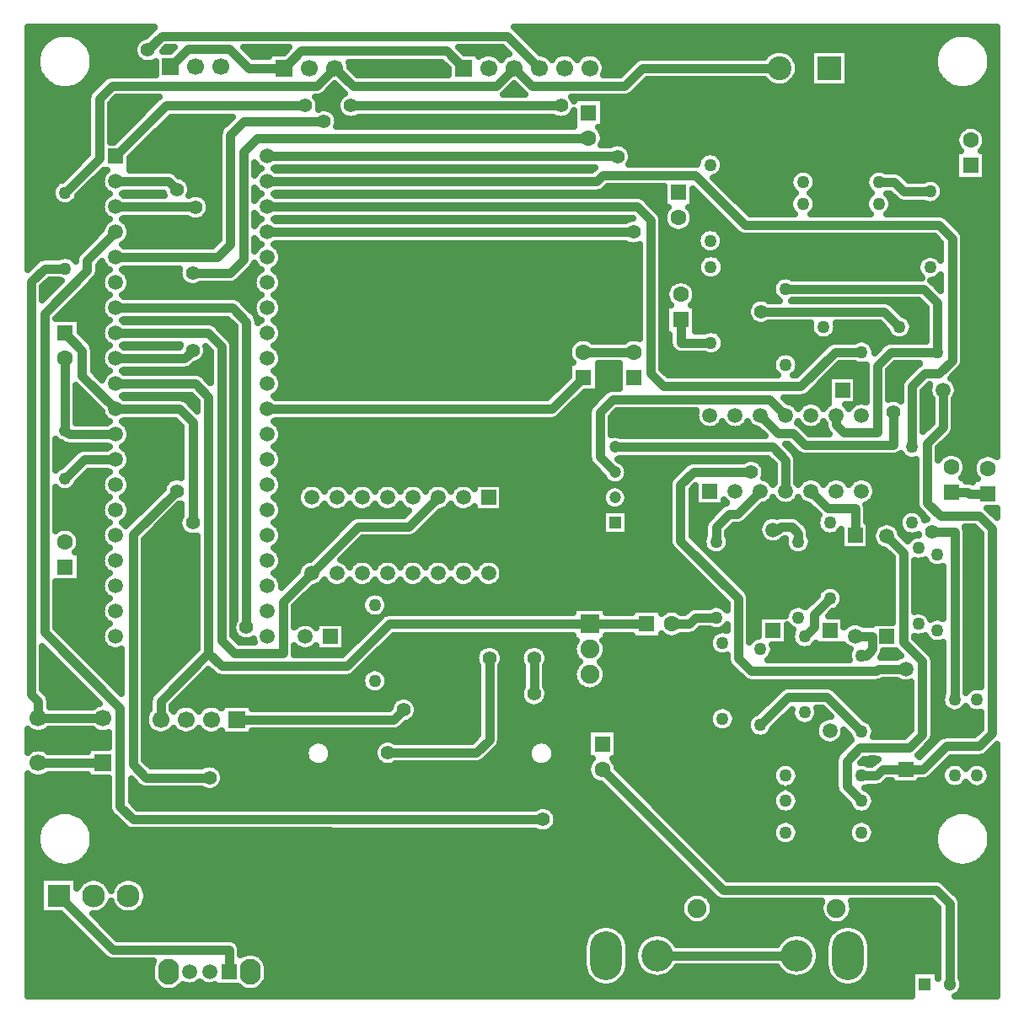
<source format=gbr>
%TF.GenerationSoftware,Novarm,DipTrace,3.2.0.1*%
%TF.CreationDate,2018-03-01T22:24:19+00:00*%
%FSLAX26Y26*%
%MOIN*%
%TF.FileFunction,Copper,L1,Top*%
%TF.Part,Single*%
%TA.AperFunction,Conductor*%
%ADD13C,0.035433*%
%TA.AperFunction,CopperBalancing*%
%ADD14C,0.025*%
%TA.AperFunction,ComponentPad*%
%ADD15C,0.074803*%
%ADD16O,0.125984X0.192913*%
%ADD17C,0.125984*%
%ADD18R,0.090551X0.090551*%
%ADD19C,0.090551*%
%ADD21R,0.059055X0.059055*%
%ADD22C,0.059055*%
%ADD23O,0.082677X0.102362*%
%ADD27R,0.051181X0.051181*%
%ADD28C,0.051181*%
%ADD29C,0.048*%
%ADD30C,0.062992*%
%ADD31R,0.062992X0.062992*%
%ADD32R,0.066929X0.066929*%
%ADD33C,0.066929*%
%ADD34C,0.05*%
%ADD35C,0.05*%
%ADD36R,0.074803X0.074803*%
%ADD37R,0.047244X0.047244*%
%ADD38C,0.047244*%
%ADD39R,0.094488X0.094488*%
%ADD40C,0.094488*%
%TA.AperFunction,ViaPad*%
%ADD41C,0.055118*%
G75*
G01*
%LPD*%
X2718701Y1343701D2*
D13*
X3196260Y866142D1*
X4039371D1*
X4092126Y813387D1*
Y493701D1*
X568701Y843701D2*
X782480Y629921D1*
X1243701D1*
Y543701D1*
X3443701Y2743701D2*
X3380315Y2807087D1*
X2759843D1*
X2708661Y2755906D1*
Y2578740D1*
X2768701Y2518701D1*
X1098425Y2318898D2*
Y2717520D1*
X1047244Y2768701D1*
X793701D1*
X1011585Y4123839D2*
X1080660Y4192913D1*
X1243951D1*
X1318898Y4117967D1*
X1460900D1*
X3893701Y3093701D2*
X3833858Y3153543D1*
X3346457D1*
X2993701Y1918701D2*
X3062992D1*
X3087992Y1943701D1*
X3168701D1*
X487795Y1368701D2*
X743701D1*
X2643701Y2993701D2*
X2843701D1*
X1272222Y1540495D2*
X1894825D1*
X1933071Y1578740D1*
X793701Y2768701D2*
X661417Y2900984D1*
Y3000984D1*
X593701Y3068701D1*
X1460900Y4117967D2*
X1527972Y4185039D1*
X2101734D1*
X2169064Y4117709D1*
X3419155Y4117210D2*
X2877052D1*
X2807087Y4047244D1*
X2439529D1*
X2369064Y4117709D1*
X793701Y2868701D2*
X1110236D1*
X1161417Y2817520D1*
Y1803150D1*
X1212598Y1751969D1*
X1708661D1*
X1875394Y1918701D1*
X2668701D1*
X972222Y1540495D2*
Y1613954D1*
X1161417Y1803150D1*
X1660900Y4117967D2*
X1590177Y4047244D1*
X779528D1*
X728346Y3996063D1*
Y3758396D1*
X594727Y3624777D1*
X2369064Y4117709D2*
X2298600Y4047244D1*
X1731623D1*
X1660900Y4117967D1*
X2668701Y1918701D2*
X2893701D1*
X593701Y2968701D2*
Y2683701D1*
X608701Y2668701D1*
X793701D1*
X593701Y2493701D2*
X668701Y2568701D1*
X793701D1*
X3487402Y606693D2*
X2936220D1*
X743701Y1545866D2*
X487795D1*
X793701Y2968701D2*
X1067126D1*
X1098425Y3000000D1*
Y3307087D2*
X1248031D1*
X1299213Y3358268D1*
Y3787402D1*
X1352711Y3840900D1*
X2664058D1*
X487795Y1545866D2*
Y1614172D1*
X460630Y1641337D1*
Y3271654D1*
X513753Y3324777D1*
X594727D1*
X3618701Y2018701D2*
X3555118Y1955118D1*
Y1905118D1*
X3518701Y1868701D1*
X3393701Y2291339D2*
X3412402D1*
X3423228Y2302165D1*
X3468701D1*
X3493701Y2277165D1*
Y2243701D1*
X3343701Y2443701D2*
X3254331Y2354331D1*
X3220472D1*
X3168701Y2302559D1*
Y2243701D1*
X2448819Y1783465D2*
Y1641732D1*
X2779528Y3767717D2*
X2778543Y3768701D1*
X1393701D1*
X2271654Y1783465D2*
Y1460630D1*
X2220472Y1409449D1*
X1870079D1*
X3743701Y1493701D2*
X3607480Y1629921D1*
X3454921D1*
X3343701Y1518701D1*
X1311024Y1905512D2*
Y3114173D1*
X1256496Y3168701D1*
X793701D1*
X2068701Y2418701D2*
X1953150Y2303150D1*
X1753150D1*
X1568701Y2118701D1*
X1456693Y2006693D1*
Y1803150D1*
X1263780D1*
X1212598Y1854331D1*
Y3015747D1*
X1159644Y3068701D1*
X793701D1*
X1618110Y3905512D2*
X1299213D1*
X1248031Y3854331D1*
Y3421260D1*
X1195472Y3368701D1*
X793701D1*
X2643701Y2893701D2*
X2518701Y2768701D1*
X1393701D1*
X3443701Y2443701D2*
Y2566929D1*
X3391929Y2618701D1*
X2768701D1*
X4023622Y2283465D2*
X4111915D1*
Y1619281D1*
X3943701Y2618701D2*
Y2858268D1*
X3994882Y2909449D1*
X4051181D1*
X4102362Y2960630D1*
Y3444882D1*
X4051181Y3496063D1*
X3283465D1*
X3086614Y3692913D1*
X2720472D1*
X2696260Y3668701D1*
X1393701D1*
X3743701Y2993701D2*
X3639370D1*
X3503937Y2858268D1*
X2960630D1*
X2909449Y2909449D1*
Y3515748D1*
X2856496Y3568701D1*
X1393701D1*
X3743701Y1318701D2*
X3803150D1*
X3828150Y1343701D1*
X3918701D1*
X3988189D1*
X4079615Y1435127D1*
X4208661D1*
X4259843Y1486308D1*
Y2295276D1*
X4208661Y2346457D1*
X4055118D1*
X4003937Y2397638D1*
Y2633858D1*
X4066339Y2696260D1*
Y2843701D1*
X3743701Y1793701D2*
X3762402D1*
X3787402Y1818701D1*
Y1871063D1*
X3718701D1*
Y2268701D2*
Y2377953D1*
X3609449D1*
X3543701Y2443701D1*
X3843701Y2266339D2*
X3909449Y2200591D1*
Y1846457D1*
X3984252Y1771654D1*
Y1480315D1*
X3933071Y1429134D1*
X3736220D1*
X3685039Y1377953D1*
Y1277362D1*
X3743701Y1218701D1*
X3643701Y2743701D2*
Y2706693D1*
X3673228Y2677165D1*
X3807087D1*
Y2940945D1*
X3859843Y2993701D1*
X4043701D1*
X3918701Y1741339D2*
X3811024D1*
X3801969Y1732283D1*
X3307087D1*
X3255906Y1783465D1*
Y2019685D1*
X3027559Y2248031D1*
Y2468504D1*
X3078740Y2519685D1*
X3307087D1*
X4043701Y2993701D2*
Y3188976D1*
X3988976Y3243701D1*
X3443701D1*
X3148234Y3031098D2*
X3028941D1*
Y3121799D1*
X4243991Y2434373D2*
X4169291D1*
X4164827Y2438837D1*
X4099146D1*
X3870079Y2755906D2*
Y2625984D1*
X3519685D1*
X3472441Y2673228D1*
X3414173D1*
X3343701Y2743701D1*
X3812316Y3665688D2*
X3874016D1*
X3910735Y3628969D1*
X4015218D1*
X2842520Y3468504D2*
X1393701Y3468701D1*
X1110236Y3566929D2*
X1108465Y3568701D1*
X793701D1*
X1543307Y3968504D2*
X993504D1*
X793701Y3768701D1*
X921260Y4188976D2*
X976378Y4244094D1*
X2342678D1*
X2469064Y4117709D1*
X1724409Y3968504D2*
X2555118D1*
X1035433Y3637795D2*
X1004528Y3668701D1*
X793701D1*
X1165354Y1311024D2*
X913386D1*
X862205Y1362205D1*
Y2271654D1*
X1035433Y2444882D1*
X2484252Y1145669D2*
X862205D1*
X811024Y1196850D1*
Y1586614D1*
X511811Y1885827D1*
Y3145669D1*
X681102Y3314961D1*
Y3356102D1*
X793701Y3468701D1*
D41*
X3346457Y3153543D3*
X1933071Y1578740D3*
X1098425Y2318898D3*
Y3000000D3*
Y3307087D3*
X2779528Y3767717D3*
X2448819Y1641732D3*
Y1783465D3*
X1870079Y1409449D3*
X2271654Y1783465D3*
X1311024Y1905512D3*
X1618110Y3905512D3*
X4023622Y2283465D3*
X3307087Y2519685D3*
X3870079Y2755906D3*
X2842520Y3468504D3*
X1110236Y3566929D3*
X1543307Y3968504D3*
X921260Y4188976D3*
X2555118Y3968504D3*
X1724409D3*
X1035433Y3637795D3*
Y2444882D3*
X1165354Y1311024D3*
X2484252Y1145669D3*
X448089Y4253970D2*
D14*
X578013D1*
X609388D2*
X921246D1*
X2397820D2*
X4128000D1*
X4159411D2*
X4276345D1*
X448089Y4229101D2*
X520204D1*
X667198D2*
X882562D1*
X2422688D2*
X4070191D1*
X4217184D2*
X4276345D1*
X448089Y4204232D2*
X498099D1*
X689302D2*
X866917D1*
X2447556D2*
X4048086D1*
X4239325D2*
X4276345D1*
X448089Y4179364D2*
X486042D1*
X701359D2*
X865553D1*
X1322515D2*
X1457284D1*
X2172432D2*
X2342403D1*
X2472423D2*
X3376980D1*
X3461320D2*
X3539786D1*
X3692235D2*
X4036029D1*
X4251382D2*
X4276345D1*
X448089Y4154495D2*
X480660D1*
X706742D2*
X877144D1*
X2718912D2*
X2850810D1*
X3485255D2*
X3539786D1*
X3692235D2*
X4030682D1*
X4256729D2*
X4276345D1*
X448089Y4129626D2*
X481054D1*
X706347D2*
X949128D1*
X1722229D2*
X2092111D1*
X2730323D2*
X2824435D1*
X3494333D2*
X3539786D1*
X3692235D2*
X4031041D1*
X4256370D2*
X4276345D1*
X448089Y4104757D2*
X487190D1*
X700211D2*
X949128D1*
X1739130D2*
X2106608D1*
X2730108D2*
X2799567D1*
X3494333D2*
X3539786D1*
X3692235D2*
X4037213D1*
X4250198D2*
X4276345D1*
X448089Y4079888D2*
X500324D1*
X687077D2*
X747207D1*
X3485255D2*
X3539786D1*
X3692235D2*
X4050311D1*
X4237100D2*
X4276345D1*
X448089Y4055020D2*
X524366D1*
X663035D2*
X722268D1*
X2879888D2*
X3377052D1*
X3461284D2*
X3539786D1*
X3692235D2*
X4074353D1*
X4213058D2*
X4276345D1*
X448089Y4030151D2*
X697400D1*
X1638116D2*
X1683713D1*
X2346542D2*
X2391600D1*
X2855021D2*
X4276345D1*
X448089Y4005282D2*
X682616D1*
X1606574D2*
X1682313D1*
X2823514D2*
X4276345D1*
X448089Y3980413D2*
X681647D1*
X777721D2*
X940408D1*
X1598536D2*
X1669180D1*
X2724546D2*
X4276345D1*
X448089Y3955545D2*
X681647D1*
X775066D2*
X915540D1*
X1641059D2*
X1669431D1*
X2724546D2*
X4276345D1*
X448089Y3930676D2*
X681647D1*
X775066D2*
X890672D1*
X1668438D2*
X1683318D1*
X2724546D2*
X4276345D1*
X448089Y3905807D2*
X681647D1*
X775066D2*
X865769D1*
X995825D2*
X1234479D1*
X1674646D2*
X2603568D1*
X2724546D2*
X4276345D1*
X448089Y3880938D2*
X681647D1*
X775066D2*
X840901D1*
X970957D2*
X1210221D1*
X2708505D2*
X4142103D1*
X4209362D2*
X4276345D1*
X448089Y3856070D2*
X681647D1*
X775066D2*
X816033D1*
X946090D2*
X1201358D1*
X2722536D2*
X4120464D1*
X4231000D2*
X4276345D1*
X448089Y3831201D2*
X681647D1*
X775066D2*
X791165D1*
X921222D2*
X1201322D1*
X2723720D2*
X4115261D1*
X4236203D2*
X4276345D1*
X448089Y3806332D2*
X681647D1*
X896354D2*
X1201322D1*
X2819854D2*
X4121254D1*
X4230210D2*
X4276345D1*
X448089Y3781463D2*
X681647D1*
X871486D2*
X1201322D1*
X2834315D2*
X3121090D1*
X3169187D2*
X4115225D1*
X4236203D2*
X4276345D1*
X448089Y3756594D2*
X661516D1*
X852217D2*
X1201322D1*
X2834925D2*
X3096043D1*
X3194234D2*
X4115225D1*
X4236203D2*
X4276345D1*
X448089Y3731726D2*
X636648D1*
X852217D2*
X1201322D1*
X3199042D2*
X4115225D1*
X4236203D2*
X4276345D1*
X448089Y3706857D2*
X611780D1*
X741837D2*
X750186D1*
X1029341D2*
X1201322D1*
X3190968D2*
X3478891D1*
X3545755D2*
X3778883D1*
X3892612D2*
X4115225D1*
X4236203D2*
X4276345D1*
X448089Y3681988D2*
X586913D1*
X716969D2*
X736765D1*
X1069065D2*
X1201322D1*
X3162548D2*
X3460985D1*
X3563662D2*
X3760977D1*
X3922719D2*
X4115225D1*
X4236203D2*
X4276345D1*
X448089Y3657119D2*
X552177D1*
X692101D2*
X736406D1*
X1088406D2*
X1201322D1*
X3187416D2*
X3459047D1*
X3565599D2*
X3759039D1*
X4060837D2*
X4276345D1*
X448089Y3632251D2*
X541268D1*
X667234D2*
X748679D1*
X1091708D2*
X1201322D1*
X2723792D2*
X2959431D1*
X3212284D2*
X3470673D1*
X3553973D2*
X3770665D1*
X4069090D2*
X4276345D1*
X448089Y3607382D2*
X543780D1*
X645703D2*
X750688D1*
X1148584D2*
X1201322D1*
X2880391D2*
X2959431D1*
X3080409D2*
X3107131D1*
X3237151D2*
X3465363D1*
X3558099D2*
X3765354D1*
X3858091D2*
X3867294D1*
X4064461D2*
X4276345D1*
X448089Y3582513D2*
X562798D1*
X626649D2*
X736909D1*
X1164481D2*
X1201322D1*
X2907699D2*
X2959431D1*
X3080409D2*
X3131999D1*
X3262019D2*
X3457791D1*
X3565671D2*
X3757783D1*
X3865699D2*
X3990492D1*
X4039916D2*
X4276345D1*
X448089Y3557644D2*
X736298D1*
X1165988D2*
X1201322D1*
X2932566D2*
X2969228D1*
X3070613D2*
X3156866D1*
X3286887D2*
X3463066D1*
X3560432D2*
X3763058D1*
X3860424D2*
X4276345D1*
X448089Y3532776D2*
X748212D1*
X1154613D2*
X1201322D1*
X3079943D2*
X3181734D1*
X4078313D2*
X4276345D1*
X448089Y3507907D2*
X751190D1*
X836212D2*
X1201322D1*
X3077718D2*
X3206602D1*
X4104364D2*
X4276345D1*
X448089Y3483038D2*
X737052D1*
X850351D2*
X1201322D1*
X2956142D2*
X2977840D1*
X3062036D2*
X3124929D1*
X3165347D2*
X3231470D1*
X4129232D2*
X4276345D1*
X448089Y3458169D2*
X718141D1*
X851212D2*
X1201322D1*
X2956142D2*
X3096796D1*
X3193480D2*
X3258203D1*
X4147031D2*
X4276345D1*
X448089Y3433301D2*
X693273D1*
X839621D2*
X1195042D1*
X2956142D2*
X3091162D1*
X3199114D2*
X4048911D1*
X4149076D2*
X4276345D1*
X448089Y3408432D2*
X668406D1*
X1435693D2*
X2862724D1*
X2956142D2*
X3098339D1*
X3191937D2*
X4055658D1*
X4149076D2*
X4276345D1*
X448089Y3383563D2*
X643968D1*
X1450226D2*
X2862724D1*
X2956142D2*
X3136520D1*
X3153752D2*
X4055658D1*
X4149076D2*
X4276345D1*
X448089Y3358694D2*
X482884D1*
X1451303D2*
X2862724D1*
X2956142D2*
X3102251D1*
X3194198D2*
X3970684D1*
X4149076D2*
X4276345D1*
X448089Y3333825D2*
X457751D1*
X727806D2*
X747351D1*
X1338555D2*
X1347370D1*
X1440035D2*
X2862724D1*
X2956142D2*
X3094320D1*
X3202164D2*
X3961462D1*
X4149076D2*
X4276345D1*
X727411Y3308957D2*
X752231D1*
X835172D2*
X1041924D1*
X1314907D2*
X1352251D1*
X1435155D2*
X2862724D1*
X2956142D2*
X3099236D1*
X3197212D2*
X3965265D1*
X4149076D2*
X4276345D1*
X715247Y3284088D2*
X737339D1*
X850063D2*
X1047020D1*
X1290039D2*
X1337323D1*
X1450083D2*
X2862724D1*
X2956142D2*
X3124714D1*
X3171734D2*
X3409276D1*
X4042967D2*
X4055658D1*
X4149076D2*
X4276345D1*
X513219Y3259219D2*
X560322D1*
X690379D2*
X735976D1*
X851427D2*
X1070811D1*
X1126013D2*
X1335995D1*
X1451411D2*
X2862724D1*
X2956142D2*
X2982146D1*
X3075744D2*
X3392087D1*
X4038481D2*
X4055658D1*
X4149076D2*
X4276345D1*
X507334Y3234350D2*
X535455D1*
X665511D2*
X746956D1*
X840447D2*
X1346940D1*
X1440466D2*
X2862724D1*
X2956142D2*
X2969838D1*
X3088053D2*
X3390580D1*
X4149076D2*
X4276345D1*
X640643Y3209482D2*
X752805D1*
X1276081D2*
X1352789D1*
X1434617D2*
X2862724D1*
X2956142D2*
X2969766D1*
X3088088D2*
X3402709D1*
X4149076D2*
X4276345D1*
X615776Y3184613D2*
X737483D1*
X1305613D2*
X1337502D1*
X1449904D2*
X2862724D1*
X2956142D2*
X2981931D1*
X3075924D2*
X3299721D1*
X3867816D2*
X3983028D1*
X4149076D2*
X4276345D1*
X590908Y3159744D2*
X735904D1*
X1451482D2*
X2862724D1*
X2956142D2*
X2968430D1*
X3089416D2*
X3290248D1*
X3892684D2*
X3996987D1*
X4149076D2*
X4276345D1*
X566040Y3134875D2*
X746561D1*
X1440861D2*
X2862724D1*
X2956142D2*
X2968430D1*
X3089416D2*
X3293226D1*
X3927132D2*
X3996987D1*
X4149076D2*
X4276345D1*
X654172Y3110007D2*
X753343D1*
X1177901D2*
X1250160D1*
X1434043D2*
X2862724D1*
X2956142D2*
X2968430D1*
X3089416D2*
X3311922D1*
X3945039D2*
X3996987D1*
X4149076D2*
X4276345D1*
X654172Y3085138D2*
X737662D1*
X1208224D2*
X1264298D1*
X1449760D2*
X2862724D1*
X2956142D2*
X2968430D1*
X3089416D2*
X3540432D1*
X3646985D2*
X3837230D1*
X3946976D2*
X3996987D1*
X4149076D2*
X4276345D1*
X667162Y3060269D2*
X735832D1*
X1233091D2*
X1264298D1*
X1451590D2*
X2862724D1*
X2956142D2*
X2982218D1*
X3193157D2*
X3552023D1*
X3635358D2*
X3852051D1*
X3935350D2*
X3996987D1*
X4149076D2*
X4276345D1*
X692030Y3035400D2*
X746167D1*
X1254694D2*
X1264298D1*
X1441255D2*
X2600913D1*
X2956142D2*
X2982218D1*
X3202057D2*
X3622177D1*
X3776419D2*
X3842649D1*
X4149076D2*
X4276345D1*
X707065Y3010531D2*
X753954D1*
X1433469D2*
X2585698D1*
X2956142D2*
X2987314D1*
X3197930D2*
X3591173D1*
X3794863D2*
X3811645D1*
X4149076D2*
X4276345D1*
X708142Y2985663D2*
X737806D1*
X1153034D2*
X1165904D1*
X1449581D2*
X2583760D1*
X2956142D2*
X3121520D1*
X3174964D2*
X3411357D1*
X3476032D2*
X3566305D1*
X4149076D2*
X4276345D1*
X708142Y2960794D2*
X735724D1*
X1138142D2*
X1165904D1*
X1451662D2*
X2593449D1*
X2956142D2*
X3392625D1*
X3494764D2*
X3541437D1*
X4149076D2*
X4276345D1*
X708142Y2935925D2*
X745772D1*
X1099279D2*
X1165904D1*
X1441614D2*
X2583222D1*
X2704199D2*
X2783204D1*
X2956142D2*
X3390293D1*
X3497096D2*
X3516569D1*
X3646626D2*
X3760367D1*
X3867098D2*
X3956330D1*
X4141540D2*
X4276345D1*
X716359Y2911056D2*
X754528D1*
X1125403D2*
X1165904D1*
X1432859D2*
X2583222D1*
X2704199D2*
X2783204D1*
X2972864D2*
X3401381D1*
X3621758D2*
X3760367D1*
X3853785D2*
X3931462D1*
X4117821D2*
X4276345D1*
X1157770Y2886188D2*
X1165882D1*
X1449437D2*
X2571165D1*
X2704199D2*
X2783204D1*
X3596890D2*
X3610191D1*
X3727222D2*
X3760367D1*
X3853785D2*
X3906918D1*
X4105333D2*
X4276345D1*
X1451734Y2861319D2*
X2546297D1*
X2704199D2*
X2783204D1*
X3572023D2*
X3610191D1*
X3727222D2*
X3760367D1*
X3853785D2*
X3897085D1*
X4122019D2*
X4276345D1*
X640392Y2836450D2*
X660942D1*
X1442009D2*
X2521429D1*
X2704199D2*
X2724175D1*
X3547155D2*
X3610191D1*
X3727222D2*
X3760367D1*
X3853785D2*
X3896978D1*
X3990396D2*
X4008290D1*
X4124388D2*
X4276345D1*
X640392Y2811581D2*
X685809D1*
X1060488D2*
X1102317D1*
X2626618D2*
X2699307D1*
X3440830D2*
X3610191D1*
X3727222D2*
X3760367D1*
X3853785D2*
X3896978D1*
X3990396D2*
X4017943D1*
X4114735D2*
X4276345D1*
X640392Y2786713D2*
X710677D1*
X1094255D2*
X1114697D1*
X2601750D2*
X2674439D1*
X3482097D2*
X3505302D1*
X3582106D2*
X3605311D1*
X3682079D2*
X3705320D1*
X3990396D2*
X4019630D1*
X4113048D2*
X4276345D1*
X640392Y2761844D2*
X735545D1*
X2576882D2*
X2662346D1*
X2779628D2*
X3088184D1*
X3990396D2*
X4019630D1*
X4113048D2*
X4276345D1*
X640392Y2736975D2*
X745018D1*
X2551979D2*
X2661952D1*
X2755370D2*
X3085600D1*
X3990396D2*
X4019630D1*
X4113048D2*
X4276345D1*
X831619Y2712106D2*
X1038802D1*
X1431603D2*
X2661952D1*
X2755370D2*
X3094930D1*
X3990396D2*
X4017154D1*
X4113048D2*
X4276345D1*
X849059Y2687238D2*
X1051720D1*
X1449078D2*
X2661952D1*
X2755370D2*
X3335139D1*
X3523435D2*
X3601507D1*
X4112115D2*
X4276345D1*
X851858Y2662369D2*
X1051720D1*
X1451877D2*
X2661952D1*
X4097475D2*
X4276345D1*
X558504Y2637500D2*
X570863D1*
X842743D2*
X1051720D1*
X1442727D2*
X2661952D1*
X4072607D2*
X4276345D1*
X558504Y2612631D2*
X661265D1*
X830973D2*
X1051720D1*
X1430957D2*
X2661952D1*
X4050646D2*
X4276345D1*
X558504Y2587762D2*
X622725D1*
X848879D2*
X1051720D1*
X1448863D2*
X2661952D1*
X3485183D2*
X3494967D1*
X4050646D2*
X4065526D1*
X4132785D2*
X4218859D1*
X558504Y2562894D2*
X597857D1*
X851929D2*
X1051720D1*
X1451913D2*
X2664894D1*
X2794843D2*
X3066905D1*
X3342077D2*
X3382721D1*
X3490422D2*
X3957227D1*
X4154423D2*
X4191013D1*
X558504Y2538025D2*
X567029D1*
X843066D2*
X1051720D1*
X1443086D2*
X2684343D1*
X2817450D2*
X3032061D1*
X3360413D2*
X3397003D1*
X3490422D2*
X3957227D1*
X4159626D2*
X4183621D1*
X678178Y2513156D2*
X757111D1*
X830291D2*
X1051720D1*
X1430275D2*
X2709211D1*
X2821002D2*
X3007193D1*
X3363248D2*
X3397003D1*
X3490422D2*
X3957227D1*
X4153633D2*
X4187532D1*
X653310Y2488287D2*
X738703D1*
X848700D2*
X1000729D1*
X1448683D2*
X2726364D1*
X2811027D2*
X2985519D1*
X3380114D2*
X3397003D1*
X3490422D2*
X3507275D1*
X3580132D2*
X3607285D1*
X3680106D2*
X3707294D1*
X3780115D2*
X3957227D1*
X4159626D2*
X4183513D1*
X636588Y2463419D2*
X735437D1*
X851965D2*
X982177D1*
X1451985D2*
X1532461D1*
X1604959D2*
X1632470D1*
X1704932D2*
X1732444D1*
X1804942D2*
X1832453D1*
X1904951D2*
X1932462D1*
X2004960D2*
X2032471D1*
X2104933D2*
X2132445D1*
X2327236D2*
X2743588D1*
X2793838D2*
X2980854D1*
X3798631D2*
X3957227D1*
X558504Y2438550D2*
X743978D1*
X843425D2*
X964091D1*
X1443408D2*
X1513801D1*
X2327236D2*
X2720192D1*
X2817199D2*
X2980854D1*
X3074273D2*
X3085170D1*
X3801968D2*
X3957227D1*
X558504Y2413681D2*
X757793D1*
X829609D2*
X939224D1*
X1429593D2*
X1510392D1*
X2327236D2*
X2716352D1*
X2821074D2*
X2980854D1*
X3074273D2*
X3085170D1*
X3793500D2*
X3957227D1*
X558504Y2388812D2*
X738918D1*
X848485D2*
X914356D1*
X1448468D2*
X1518825D1*
X2327236D2*
X2725969D1*
X2811421D2*
X2980854D1*
X3074273D2*
X3085170D1*
X3357399D2*
X3430017D1*
X3457408D2*
X3529990D1*
X3764039D2*
X3958124D1*
X558504Y2363944D2*
X735401D1*
X852001D2*
X889488D1*
X1019509D2*
X1051720D1*
X1452021D2*
X1554386D1*
X1583034D2*
X1654360D1*
X1683043D2*
X1754369D1*
X1783016D2*
X1854378D1*
X1883026D2*
X1948933D1*
X2083044D2*
X2154370D1*
X2183017D2*
X2210170D1*
X2327236D2*
X2716101D1*
X2821325D2*
X2980854D1*
X3074273D2*
X3165048D1*
X3328979D2*
X3558446D1*
X3765402D2*
X3916606D1*
X4256190D2*
X4276345D1*
X558504Y2339075D2*
X743655D1*
X843748D2*
X864620D1*
X994641D2*
X1045764D1*
X1443731D2*
X1724872D1*
X2054086D2*
X2716101D1*
X2821325D2*
X2980854D1*
X3074273D2*
X3140180D1*
X3304111D2*
X3361873D1*
X3495517D2*
X3568924D1*
X3765402D2*
X3893927D1*
X558504Y2314206D2*
X758511D1*
X828856D2*
X839753D1*
X969773D2*
X1042068D1*
X1428875D2*
X1699179D1*
X2029218D2*
X2716101D1*
X2821325D2*
X2980854D1*
X3074273D2*
X3123566D1*
X3275404D2*
X3340055D1*
X3521677D2*
X3564905D1*
X3777208D2*
X3812112D1*
X3875316D2*
X3889908D1*
X631959Y2289337D2*
X739133D1*
X944905D2*
X1050680D1*
X1448289D2*
X1674311D1*
X2004350D2*
X2716101D1*
X2821325D2*
X2980854D1*
X3074273D2*
X3121987D1*
X3220501D2*
X3335211D1*
X3538686D2*
X3573912D1*
X3777208D2*
X3790115D1*
X4158227D2*
X4200773D1*
X650332Y2264469D2*
X735330D1*
X920038D2*
X1114697D1*
X1452057D2*
X1649443D1*
X1977042D2*
X2980854D1*
X3076139D2*
X3119080D1*
X3218312D2*
X3342029D1*
X3543315D2*
X3660178D1*
X3777208D2*
X3785210D1*
X3910590D2*
X3942622D1*
X4158621D2*
X4213117D1*
X654028Y2239600D2*
X743332D1*
X908914D2*
X1114697D1*
X1444054D2*
X1624576D1*
X1754632D2*
X2981680D1*
X3101007D2*
X3114882D1*
X3222546D2*
X3369731D1*
X3417685D2*
X3439885D1*
X3547514D2*
X3660178D1*
X3777208D2*
X3791980D1*
X4158621D2*
X4213117D1*
X646421Y2214731D2*
X759264D1*
X908914D2*
X1114697D1*
X1428122D2*
X1599708D1*
X1729764D2*
X2995854D1*
X3213755D2*
X3448641D1*
X3538758D2*
X3660178D1*
X3777208D2*
X3819396D1*
X4158621D2*
X4213117D1*
X654172Y2189862D2*
X739349D1*
X908914D2*
X1114697D1*
X1448073D2*
X1574840D1*
X1704897D2*
X3020722D1*
X3150742D2*
X3855173D1*
X4158621D2*
X4213117D1*
X654172Y2164993D2*
X735294D1*
X908914D2*
X1114697D1*
X1452092D2*
X1534650D1*
X1702743D2*
X1734668D1*
X1802753D2*
X1834642D1*
X1902762D2*
X1934651D1*
X2002735D2*
X2034660D1*
X2102745D2*
X2134669D1*
X2202754D2*
X2234643D1*
X2302763D2*
X3045589D1*
X3175610D2*
X3862744D1*
X3956163D2*
X3998458D1*
X4158621D2*
X4213117D1*
X654172Y2140125D2*
X743009D1*
X908914D2*
X1114697D1*
X1444377D2*
X1514447D1*
X2322966D2*
X3070457D1*
X3200478D2*
X3862744D1*
X3956163D2*
X4065203D1*
X4158621D2*
X4213117D1*
X654172Y2115256D2*
X760054D1*
X908914D2*
X1114697D1*
X1427368D2*
X1500237D1*
X2327128D2*
X3095325D1*
X3225345D2*
X3862744D1*
X3956163D2*
X4065203D1*
X4158621D2*
X4213117D1*
X654172Y2090387D2*
X739564D1*
X908914D2*
X1114697D1*
X1447858D2*
X1475369D1*
X2319521D2*
X3120193D1*
X3250213D2*
X3862744D1*
X3956163D2*
X4065203D1*
X4158621D2*
X4213117D1*
X558504Y2065518D2*
X735258D1*
X908914D2*
X1114697D1*
X1588811D2*
X1648582D1*
X1688820D2*
X1748591D1*
X1788794D2*
X1848601D1*
X1888803D2*
X1948610D1*
X1988812D2*
X2048583D1*
X2088786D2*
X2148592D1*
X2188795D2*
X2248602D1*
X2288804D2*
X3145060D1*
X3275081D2*
X3594761D1*
X3642643D2*
X3862744D1*
X3956163D2*
X4065203D1*
X4158621D2*
X4213117D1*
X558504Y2040650D2*
X742722D1*
X908914D2*
X1114697D1*
X1555654D2*
X1795061D1*
X1842333D2*
X3169928D1*
X3297329D2*
X3569606D1*
X3667797D2*
X3862744D1*
X3956163D2*
X4065203D1*
X4158621D2*
X4213117D1*
X558504Y2015781D2*
X760843D1*
X908914D2*
X1114697D1*
X1530786D2*
X1769691D1*
X1867703D2*
X3194796D1*
X3302604D2*
X3550767D1*
X3672606D2*
X3862744D1*
X3956163D2*
X4065203D1*
X4158621D2*
X4213117D1*
X558504Y1990912D2*
X739779D1*
X908914D2*
X1114697D1*
X1505919D2*
X1764775D1*
X1872619D2*
X3145635D1*
X3191758D2*
X3209185D1*
X3302604D2*
X3470638D1*
X3516761D2*
X3525869D1*
X3664568D2*
X3862744D1*
X3956163D2*
X4065203D1*
X4158621D2*
X4213117D1*
X558504Y1966043D2*
X735258D1*
X908914D2*
X1114697D1*
X1503407D2*
X1772777D1*
X1864617D2*
X2602312D1*
X2735096D2*
X2833227D1*
X3029669D2*
X3045302D1*
X3302604D2*
X3444801D1*
X3631052D2*
X3862744D1*
X3991437D2*
X4065203D1*
X4158621D2*
X4213117D1*
X558504Y1941175D2*
X742399D1*
X908914D2*
X1114697D1*
X1503407D2*
X1832847D1*
X3302604D2*
X3335175D1*
X3677235D2*
X3862744D1*
X4158621D2*
X4213117D1*
X558504Y1916306D2*
X761669D1*
X908914D2*
X1114697D1*
X1503407D2*
X1511684D1*
X1575713D2*
X1585175D1*
X1702205D2*
X1807980D1*
X3302604D2*
X3335175D1*
X3754242D2*
X3785198D1*
X4158621D2*
X4213117D1*
X571207Y1891437D2*
X739995D1*
X908914D2*
X1114697D1*
X1702205D2*
X1783112D1*
X3100756D2*
X3171902D1*
X3302604D2*
X3335175D1*
X3452205D2*
X3469992D1*
X4158621D2*
X4213117D1*
X596075Y1866568D2*
X735222D1*
X908914D2*
X1114697D1*
X1702205D2*
X1758244D1*
X1888265D2*
X2602312D1*
X2735096D2*
X2833227D1*
X2954204D2*
X2965819D1*
X3021595D2*
X3145060D1*
X3302604D2*
X3322221D1*
X3452205D2*
X3464777D1*
X3956163D2*
X3997453D1*
X4158621D2*
X4213117D1*
X620943Y1841699D2*
X742112D1*
X908914D2*
X1114697D1*
X1702205D2*
X1733376D1*
X1863397D2*
X2606582D1*
X2730825D2*
X3139750D1*
X3452205D2*
X3472360D1*
X3979236D2*
X4065203D1*
X4158621D2*
X4213117D1*
X507334Y1816831D2*
X515811D1*
X645811D2*
X770030D1*
X908914D2*
X1110068D1*
X1503407D2*
X1520045D1*
X1567352D2*
X1585175D1*
X1838529D2*
X2226641D1*
X2316686D2*
X2403801D1*
X2493846D2*
X2602348D1*
X2735060D2*
X3147285D1*
X3397661D2*
X3695201D1*
X4004104D2*
X4065203D1*
X4158621D2*
X4213117D1*
X507334Y1791962D2*
X540658D1*
X670714D2*
X815495D1*
X908914D2*
X1085200D1*
X1813662D2*
X2215768D1*
X2327523D2*
X2392928D1*
X2504683D2*
X2608161D1*
X2729247D2*
X3209185D1*
X3390197D2*
X3689746D1*
X3825114D2*
X3892205D1*
X4026029D2*
X4065203D1*
X4158621D2*
X4213117D1*
X507334Y1767093D2*
X565526D1*
X695582D2*
X815495D1*
X908914D2*
X1060333D1*
X1788794D2*
X2217634D1*
X2325657D2*
X2394794D1*
X2502817D2*
X2624488D1*
X2712919D2*
X3212343D1*
X4030945D2*
X4065203D1*
X4158621D2*
X4213117D1*
X507334Y1742224D2*
X590393D1*
X720450D2*
X815495D1*
X908914D2*
X1035465D1*
X1763926D2*
X1798973D1*
X1838422D2*
X2224954D1*
X2318373D2*
X2402114D1*
X2495533D2*
X2606798D1*
X2730610D2*
X3232115D1*
X4030945D2*
X4065203D1*
X4158621D2*
X4213117D1*
X507334Y1717356D2*
X615261D1*
X745318D2*
X815495D1*
X908914D2*
X1010597D1*
X1140654D2*
X1182590D1*
X1738664D2*
X1770481D1*
X1866950D2*
X2224954D1*
X2318373D2*
X2402114D1*
X2495533D2*
X2602312D1*
X2735096D2*
X3256983D1*
X4030945D2*
X4065203D1*
X4158621D2*
X4213117D1*
X507334Y1692487D2*
X640129D1*
X770185D2*
X815495D1*
X908914D2*
X985729D1*
X1115786D2*
X1764739D1*
X1872691D2*
X2224954D1*
X2318373D2*
X2402114D1*
X2495533D2*
X2607946D1*
X2729462D2*
X3285332D1*
X3823714D2*
X3888796D1*
X4030945D2*
X4065203D1*
X4158621D2*
X4213117D1*
X507334Y1667618D2*
X664997D1*
X795053D2*
X815495D1*
X908914D2*
X960862D1*
X1090918D2*
X1771808D1*
X1865586D2*
X2224954D1*
X2318373D2*
X2398885D1*
X2498762D2*
X2627826D1*
X2709582D2*
X3429335D1*
X3633062D2*
X3937527D1*
X4030945D2*
X4065203D1*
X4158621D2*
X4180534D1*
X524020Y1642749D2*
X689864D1*
X908914D2*
X936173D1*
X1066050D2*
X1808769D1*
X1828661D2*
X2224954D1*
X2318373D2*
X2392282D1*
X2505365D2*
X3402745D1*
X3659688D2*
X3937527D1*
X4030945D2*
X4063588D1*
X534354Y1617881D2*
X714732D1*
X908914D2*
X925695D1*
X1041183D2*
X1893276D1*
X1972844D2*
X2224954D1*
X2318373D2*
X2397808D1*
X2499839D2*
X3377877D1*
X3684555D2*
X3937527D1*
X4030945D2*
X4057954D1*
X534498Y1593012D2*
X704146D1*
X908914D2*
X925516D1*
X1018934D2*
X1040812D1*
X1103657D2*
X1140785D1*
X1334679D2*
X1878420D1*
X1987700D2*
X2224954D1*
X2318373D2*
X2422927D1*
X2474720D2*
X3176387D1*
X3211028D2*
X3352973D1*
X3709423D2*
X3937527D1*
X4030945D2*
X4065131D1*
X908914Y1568143D2*
X916516D1*
X1988561D2*
X2224954D1*
X2318373D2*
X3145886D1*
X3241529D2*
X3326814D1*
X3572704D2*
X3604234D1*
X3734291D2*
X3937527D1*
X4030945D2*
X4103383D1*
X4120472D2*
X4192233D1*
X1976360Y1543274D2*
X2224954D1*
X2318373D2*
X3139714D1*
X3247701D2*
X3295953D1*
X3433294D2*
X3471427D1*
X3565994D2*
X3586041D1*
X3760127D2*
X3937527D1*
X4030945D2*
X4213117D1*
X1937749Y1518406D2*
X2224954D1*
X2318373D2*
X3146352D1*
X3241063D2*
X3289710D1*
X3408427D2*
X3505158D1*
X3532227D2*
X3564834D1*
X3791383D2*
X3937527D1*
X4030945D2*
X4213117D1*
X448089Y1493537D2*
X456030D1*
X519570D2*
X711933D1*
X908914D2*
X932441D1*
X1012009D2*
X1032451D1*
X1112018D2*
X1132460D1*
X1334679D2*
X2224954D1*
X2318373D2*
X2658220D1*
X2779197D2*
X3179581D1*
X3207834D2*
X3296276D1*
X3391130D2*
X3560240D1*
X3797698D2*
X3932467D1*
X4030945D2*
X4202065D1*
X448089Y1468668D2*
X764324D1*
X908914D2*
X2214655D1*
X2318373D2*
X2658220D1*
X2779197D2*
X3329039D1*
X3358368D2*
X3567345D1*
X3670058D2*
X3696206D1*
X4029402D2*
X4048301D1*
X448089Y1443799D2*
X764324D1*
X908914D2*
X1556432D1*
X1635317D2*
X1825850D1*
X2315035D2*
X2438321D1*
X2517207D2*
X2658220D1*
X2779197D2*
X3596017D1*
X3641351D2*
X3685871D1*
X4012752D2*
X4023253D1*
X523051Y1418930D2*
X681252D1*
X908914D2*
X1542652D1*
X1649097D2*
X1814367D1*
X2294976D2*
X2424542D1*
X2530986D2*
X2658220D1*
X2779197D2*
X3661003D1*
X3987884D2*
X3998386D1*
X4257482D2*
X4276345D1*
X908914Y1394062D2*
X1542939D1*
X1648810D2*
X1815767D1*
X2270108D2*
X2424829D1*
X2530699D2*
X2658220D1*
X2779197D2*
X3641375D1*
X4227519D2*
X4276345D1*
X920253Y1369193D2*
X1557652D1*
X1634097D2*
X1831520D1*
X2241257D2*
X2439541D1*
X2515987D2*
X2664105D1*
X2773276D2*
X3431093D1*
X3456296D2*
X3638324D1*
X3756288D2*
X3788607D1*
X4078707D2*
X4096745D1*
X4127079D2*
X4185630D1*
X4215928D2*
X4276345D1*
X1210412Y1344324D2*
X2658220D1*
X2783109D2*
X3396537D1*
X3490853D2*
X3638324D1*
X4053840D2*
X4064413D1*
X4248260D2*
X4276345D1*
X524486Y1319455D2*
X681252D1*
X1221249D2*
X2663530D1*
X2807976D2*
X3389719D1*
X3497671D2*
X3638324D1*
X4028972D2*
X4057918D1*
X4254755D2*
X4276345D1*
X448089Y1294587D2*
X764324D1*
X1219348D2*
X2685384D1*
X2832844D2*
X3395711D1*
X3491714D2*
X3638324D1*
X3844061D2*
X3860196D1*
X3977227D2*
X4064234D1*
X4248475D2*
X4276345D1*
X448089Y1269718D2*
X764324D1*
X857743D2*
X895122D1*
X1202733D2*
X2727656D1*
X2857712D2*
X3425316D1*
X3462073D2*
X3639006D1*
X3762065D2*
X4095453D1*
X4128371D2*
X4184302D1*
X4217256D2*
X4276345D1*
X448089Y1244849D2*
X764324D1*
X857743D2*
X2752523D1*
X2882580D2*
X3396860D1*
X3490565D2*
X3652535D1*
X3790557D2*
X4276345D1*
X448089Y1219980D2*
X764324D1*
X857743D2*
X2777391D1*
X2907447D2*
X3389719D1*
X3497671D2*
X3677402D1*
X3797662D2*
X4276345D1*
X448089Y1195112D2*
X764360D1*
X877766D2*
X2459924D1*
X2508595D2*
X2802259D1*
X2932315D2*
X3395424D1*
X3491965D2*
X3695416D1*
X3791957D2*
X4276345D1*
X448089Y1170243D2*
X546220D1*
X641182D2*
X773223D1*
X2534898D2*
X2827126D1*
X2957183D2*
X3423773D1*
X3463616D2*
X3723801D1*
X3763608D2*
X4096243D1*
X4191168D2*
X4276345D1*
X448089Y1145374D2*
X510874D1*
X676528D2*
X797481D1*
X2540819D2*
X2851994D1*
X2982051D2*
X4060861D1*
X4226550D2*
X4276345D1*
X448089Y1120505D2*
X492968D1*
X694434D2*
X822349D1*
X2534575D2*
X2876862D1*
X3006918D2*
X3397219D1*
X3490171D2*
X3697246D1*
X3790163D2*
X4042954D1*
X4244420D2*
X4276345D1*
X448089Y1095636D2*
X483459D1*
X703943D2*
X2461287D1*
X2507195D2*
X2901730D1*
X3031786D2*
X3389755D1*
X3497671D2*
X3689746D1*
X3797662D2*
X4033445D1*
X4253930D2*
X4276345D1*
X448089Y1070768D2*
X480157D1*
X707244D2*
X2926597D1*
X3056654D2*
X3395101D1*
X3492288D2*
X3695093D1*
X3792316D2*
X4030180D1*
X4257231D2*
X4276345D1*
X448089Y1045899D2*
X482526D1*
X704876D2*
X2951465D1*
X3081522D2*
X3422050D1*
X3465339D2*
X3722042D1*
X3765331D2*
X4032512D1*
X4254899D2*
X4276345D1*
X448089Y1021030D2*
X490887D1*
X696515D2*
X2976369D1*
X3106389D2*
X4040909D1*
X4246502D2*
X4276345D1*
X448089Y996161D2*
X507106D1*
X680295D2*
X3001237D1*
X3131257D2*
X4057093D1*
X4230282D2*
X4276345D1*
X448089Y971293D2*
X537859D1*
X649543D2*
X3026104D1*
X3156125D2*
X4087846D1*
X4199529D2*
X4276345D1*
X448089Y946424D2*
X3050972D1*
X3180993D2*
X4276345D1*
X448089Y921555D2*
X3075840D1*
X3205860D2*
X4276345D1*
X448089Y896686D2*
X494439D1*
X642976D2*
X655595D1*
X757410D2*
X793390D1*
X895206D2*
X3100708D1*
X4073863D2*
X4276345D1*
X448089Y871818D2*
X494439D1*
X912825D2*
X3125575D1*
X4098731D2*
X4276345D1*
X448089Y846949D2*
X494439D1*
X918495D2*
X3055888D1*
X3131508D2*
X3150443D1*
X4123598D2*
X4276345D1*
X448089Y822080D2*
X494439D1*
X915229D2*
X3033963D1*
X3153434D2*
X3190167D1*
X4137988D2*
X4276345D1*
X448089Y797211D2*
X494439D1*
X763654D2*
X787111D1*
X901450D2*
X3027396D1*
X3160000D2*
X3578577D1*
X3711181D2*
X4043277D1*
X4138849D2*
X4276345D1*
X448089Y772343D2*
X494439D1*
X716646D2*
X834119D1*
X854441D2*
X3030985D1*
X3156412D2*
X3582166D1*
X3707593D2*
X4045431D1*
X4138849D2*
X4276345D1*
X448089Y747474D2*
X599903D1*
X729959D2*
X3047097D1*
X3140300D2*
X3598278D1*
X3691481D2*
X4045431D1*
X4138849D2*
X4276345D1*
X448089Y722605D2*
X624770D1*
X754827D2*
X2696185D1*
X2770765D2*
X3652858D1*
X3727437D2*
X4045431D1*
X4138849D2*
X4276345D1*
X448089Y697736D2*
X649638D1*
X779695D2*
X2662454D1*
X2804460D2*
X3619162D1*
X3761168D2*
X4045431D1*
X4138849D2*
X4276345D1*
X448089Y672867D2*
X674506D1*
X1256703D2*
X2647670D1*
X2819244D2*
X2873489D1*
X2998952D2*
X3424670D1*
X3550133D2*
X3604378D1*
X3775952D2*
X4045431D1*
X4138849D2*
X4276345D1*
X448089Y647999D2*
X699374D1*
X1286559D2*
X2641821D1*
X2825093D2*
X2854327D1*
X3569295D2*
X3598529D1*
X3781801D2*
X4045431D1*
X4138849D2*
X4276345D1*
X448089Y623130D2*
X724241D1*
X1290398D2*
X2641498D1*
X2825452D2*
X2845750D1*
X3577872D2*
X3598170D1*
X3782124D2*
X4045431D1*
X4138849D2*
X4276345D1*
X448089Y598261D2*
X749109D1*
X1379893D2*
X2641498D1*
X2825452D2*
X2844638D1*
X3578984D2*
X3598170D1*
X3782124D2*
X4045431D1*
X4138849D2*
X4276345D1*
X448089Y573392D2*
X936173D1*
X1393745D2*
X2641498D1*
X2825452D2*
X2850667D1*
X3572956D2*
X3598170D1*
X3782124D2*
X4045431D1*
X4138849D2*
X4276345D1*
X448089Y548524D2*
X933195D1*
X1396723D2*
X2644942D1*
X2821971D2*
X2865738D1*
X3006703D2*
X3416919D1*
X3557884D2*
X3601651D1*
X3778680D2*
X4045431D1*
X4138849D2*
X4276345D1*
X448089Y523655D2*
X933984D1*
X1395934D2*
X2656461D1*
X2810452D2*
X2900366D1*
X2972075D2*
X3451547D1*
X3523256D2*
X3613170D1*
X3767161D2*
X3939106D1*
X4138849D2*
X4276345D1*
X448089Y498786D2*
X942991D1*
X1386927D2*
X2681293D1*
X2785621D2*
X3638001D1*
X3742329D2*
X3939106D1*
X4146457D2*
X4276345D1*
X448089Y473917D2*
X969295D1*
X1037810D2*
X1292145D1*
X1360624D2*
X3939106D1*
X4142796D2*
X4276345D1*
X448089Y449049D2*
X3939106D1*
X4121445D2*
X4276345D1*
X3157398Y788688D2*
X3155829Y778785D1*
X3152731Y769250D1*
X3148179Y760316D1*
X3142286Y752205D1*
X3135196Y745116D1*
X3127085Y739222D1*
X3118152Y734671D1*
X3108616Y731572D1*
X3098714Y730004D1*
X3088688D1*
X3078785Y731572D1*
X3069250Y734671D1*
X3060316Y739222D1*
X3052205Y745116D1*
X3045116Y752205D1*
X3039222Y760316D1*
X3034671Y769250D1*
X3031572Y778785D1*
X3030004Y788688D1*
Y798714D1*
X3031572Y808616D1*
X3034671Y818152D1*
X3039222Y827085D1*
X3045116Y835196D1*
X3052205Y842286D1*
X3060316Y848179D1*
X3069250Y852731D1*
X3078785Y855829D1*
X3088688Y857398D1*
X3098714D1*
X3108616Y855829D1*
X3118152Y852731D1*
X3127085Y848179D1*
X3135196Y842286D1*
X3142286Y835196D1*
X3148179Y827085D1*
X3152731Y818152D1*
X3155829Y808616D1*
X3157398Y798714D1*
Y788688D1*
X3708579D2*
X3707010Y778785D1*
X3703912Y769250D1*
X3699360Y760316D1*
X3693467Y752205D1*
X3686378Y745116D1*
X3678266Y739222D1*
X3669333Y734671D1*
X3659798Y731572D1*
X3649895Y730004D1*
X3639869D1*
X3629966Y731572D1*
X3620431Y734671D1*
X3611498Y739222D1*
X3603386Y745116D1*
X3596297Y752205D1*
X3590404Y760316D1*
X3585852Y769250D1*
X3582754Y778785D1*
X3581185Y788688D1*
Y798714D1*
X3582754Y808616D1*
X3585852Y818152D1*
X3587599Y821943D1*
X3192791Y822069D1*
X3185940Y823155D1*
X3179342Y825298D1*
X3173161Y828448D1*
X3167549Y832525D1*
X3139017Y860864D1*
X2713978Y1285903D1*
X2705164Y1287315D1*
X2696510Y1290127D1*
X2688402Y1294258D1*
X2681040Y1299606D1*
X2674606Y1306040D1*
X2669258Y1313402D1*
X2665127Y1321510D1*
X2662315Y1330164D1*
X2660891Y1339151D1*
Y1348250D1*
X2662315Y1357238D1*
X2665127Y1365892D1*
X2669258Y1374000D1*
X2674606Y1381361D1*
X2678781Y1385707D1*
X2660713Y1385713D1*
Y1501689D1*
X2776689D1*
Y1385713D1*
X2758639D1*
X2762795Y1381361D1*
X2768144Y1374000D1*
X2772275Y1365892D1*
X2775087Y1357238D1*
X2776487Y1348445D1*
X3214633Y910350D1*
X4042840Y910214D1*
X4049692Y909129D1*
X4056289Y906985D1*
X4062470Y903836D1*
X4068083Y899758D1*
X4096615Y871419D1*
X4125743Y842098D1*
X4129820Y836486D1*
X4132969Y830305D1*
X4135113Y823707D1*
X4136198Y816856D1*
X4136335Y776642D1*
X4136534Y520914D1*
X4140244Y513632D1*
X4142770Y505859D1*
X4144048Y497787D1*
Y489614D1*
X4142770Y481542D1*
X4140244Y473770D1*
X4136534Y466488D1*
X4131730Y459876D1*
X4125951Y454097D1*
X4119339Y449293D1*
X4112012Y445566D1*
X4278815Y445571D1*
X4278838Y1442816D1*
X4237373Y1401511D1*
X4231760Y1397433D1*
X4225579Y1394284D1*
X4218982Y1392140D1*
X4212130Y1391055D1*
X4171916Y1390918D1*
X4097884Y1390875D1*
X4016900Y1310084D1*
X4011288Y1306007D1*
X4005107Y1302857D1*
X3998509Y1300713D1*
X3991658Y1299628D1*
X3974732Y1299492D1*
X3974721Y1287681D1*
X3862681D1*
Y1299487D1*
X3846418Y1299449D1*
X3831861Y1285084D1*
X3826249Y1281007D1*
X3820068Y1277857D1*
X3813470Y1275714D1*
X3806618Y1274628D1*
X3770100Y1274492D1*
X3763406Y1271128D1*
X3756162Y1268756D1*
X3763406Y1266273D1*
X3770605Y1262605D1*
X3777142Y1257856D1*
X3782856Y1252142D1*
X3787605Y1245605D1*
X3791273Y1238406D1*
X3793770Y1230721D1*
X3795034Y1222741D1*
Y1214661D1*
X3793770Y1206680D1*
X3791273Y1198996D1*
X3787605Y1191796D1*
X3782856Y1185259D1*
X3777142Y1179546D1*
X3770605Y1174797D1*
X3763406Y1171128D1*
X3755721Y1168631D1*
X3747741Y1167367D1*
X3739661D1*
X3731680Y1168631D1*
X3723996Y1171128D1*
X3716796Y1174797D1*
X3710259Y1179546D1*
X3704546Y1185259D1*
X3699797Y1191796D1*
X3696128Y1198996D1*
X3693799Y1206087D1*
X3651423Y1248651D1*
X3647345Y1254263D1*
X3644196Y1260444D1*
X3642052Y1267042D1*
X3640967Y1273894D1*
X3640831Y1314108D1*
X3640967Y1381421D1*
X3642052Y1388273D1*
X3644196Y1394871D1*
X3647345Y1401052D1*
X3651423Y1406664D1*
X3679762Y1435196D1*
X3704546Y1460259D1*
X3699797Y1466796D1*
X3696128Y1473996D1*
X3693799Y1481087D1*
X3674557Y1500324D1*
X3674548Y1491668D1*
X3673173Y1482985D1*
X3670456Y1474625D1*
X3666465Y1466793D1*
X3661298Y1459681D1*
X3655083Y1453465D1*
X3647971Y1448298D1*
X3640139Y1444308D1*
X3631778Y1441591D1*
X3623096Y1440216D1*
X3614306D1*
X3605623Y1441591D1*
X3597263Y1444308D1*
X3589431Y1448298D1*
X3582319Y1453465D1*
X3576103Y1459681D1*
X3570936Y1466793D1*
X3566945Y1474625D1*
X3564229Y1482985D1*
X3562854Y1491668D1*
Y1500458D1*
X3564229Y1509141D1*
X3566945Y1517501D1*
X3570936Y1525333D1*
X3576103Y1532445D1*
X3582319Y1538661D1*
X3589431Y1543828D1*
X3597263Y1547818D1*
X3605623Y1550535D1*
X3614306Y1551910D1*
X3622976Y1551915D1*
X3589108Y1585713D1*
X3567326D1*
X3569559Y1576756D1*
X3570193Y1568701D1*
X3569559Y1560646D1*
X3567673Y1552789D1*
X3564581Y1545324D1*
X3560359Y1538434D1*
X3555111Y1532290D1*
X3548967Y1527043D1*
X3542078Y1522821D1*
X3534613Y1519729D1*
X3526756Y1517843D1*
X3518701Y1517209D1*
X3510646Y1517843D1*
X3502789Y1519729D1*
X3495324Y1522821D1*
X3488434Y1527043D1*
X3482290Y1532290D1*
X3477043Y1538434D1*
X3472821Y1545324D1*
X3469729Y1552789D1*
X3467843Y1560646D1*
X3467209Y1568701D1*
X3467843Y1576756D1*
X3468781Y1581253D1*
X3393643Y1506122D1*
X3391273Y1498996D1*
X3387605Y1491796D1*
X3382856Y1485259D1*
X3377142Y1479546D1*
X3370605Y1474797D1*
X3363406Y1471128D1*
X3355721Y1468631D1*
X3347741Y1467367D1*
X3339661D1*
X3331680Y1468631D1*
X3323996Y1471128D1*
X3316796Y1474797D1*
X3310259Y1479546D1*
X3304546Y1485259D1*
X3299797Y1491796D1*
X3296128Y1498996D1*
X3293631Y1506680D1*
X3292367Y1514661D1*
Y1522741D1*
X3293631Y1530721D1*
X3296128Y1538406D1*
X3299797Y1545605D1*
X3304546Y1552142D1*
X3310259Y1557856D1*
X3316796Y1562605D1*
X3323996Y1566273D1*
X3331087Y1568603D1*
X3426210Y1663538D1*
X3431822Y1667615D1*
X3438003Y1670765D1*
X3444601Y1672909D1*
X3451453Y1673994D1*
X3491667Y1674130D1*
X3610949Y1673994D1*
X3617801Y1672909D1*
X3624398Y1670765D1*
X3630579Y1667615D1*
X3636192Y1663538D1*
X3664724Y1635199D1*
X3756298Y1543624D1*
X3763406Y1541273D1*
X3770605Y1537605D1*
X3777142Y1532856D1*
X3782856Y1527142D1*
X3787605Y1520605D1*
X3791273Y1513406D1*
X3793770Y1505721D1*
X3795034Y1497741D1*
Y1489661D1*
X3793770Y1481680D1*
X3791273Y1473996D1*
X3790976Y1473350D1*
X3914802Y1473386D1*
X3940043Y1498688D1*
Y1689556D1*
X3931778Y1686867D1*
X3923096Y1685492D1*
X3914306D1*
X3905623Y1686867D1*
X3897263Y1689583D1*
X3889431Y1693574D1*
X3884356Y1697135D1*
X3828811Y1697130D1*
X3822039Y1692893D1*
X3815630Y1690238D1*
X3808884Y1688619D1*
X3801969Y1688075D1*
X3303618Y1688211D1*
X3296766Y1689296D1*
X3290169Y1691440D1*
X3283988Y1694589D1*
X3278375Y1698667D1*
X3249843Y1727006D1*
X3222289Y1754753D1*
X3218211Y1760366D1*
X3215062Y1766547D1*
X3212918Y1773144D1*
X3211833Y1779996D1*
X3211697Y1795486D1*
X3205721Y1793631D1*
X3197741Y1792367D1*
X3189661D1*
X3181680Y1793631D1*
X3173996Y1796128D1*
X3166796Y1799797D1*
X3160259Y1804546D1*
X3154546Y1810259D1*
X3149797Y1816796D1*
X3146128Y1823996D1*
X3143631Y1831680D1*
X3142367Y1839661D1*
Y1847741D1*
X3143631Y1855721D1*
X3146128Y1863406D1*
X3149797Y1870605D1*
X3154546Y1877142D1*
X3160259Y1882856D1*
X3166796Y1887605D1*
X3173996Y1891273D1*
X3181680Y1893770D1*
X3189661Y1895034D1*
X3197741D1*
X3205721Y1893770D1*
X3211702Y1891902D1*
X3211697Y1915339D1*
X3207856Y1910259D1*
X3202142Y1904546D1*
X3195605Y1899797D1*
X3188406Y1896128D1*
X3180721Y1893631D1*
X3172741Y1892367D1*
X3164661D1*
X3156680Y1893631D1*
X3148996Y1896128D1*
X3142334Y1899496D1*
X3106261Y1899449D1*
X3091703Y1885084D1*
X3086091Y1881007D1*
X3079910Y1877857D1*
X3073312Y1875714D1*
X3066461Y1874628D1*
X3031235Y1874492D1*
X3024000Y1869258D1*
X3015892Y1865127D1*
X3007238Y1862315D1*
X2998250Y1860891D1*
X2989151D1*
X2980164Y1862315D1*
X2971510Y1865127D1*
X2963402Y1869258D1*
X2956040Y1874606D1*
X2951695Y1878781D1*
X2951689Y1860713D1*
X2835713D1*
Y1874456D1*
X2732617Y1874492D1*
X2732595Y1854807D1*
X2721435D1*
X2725630Y1847708D1*
X2729467Y1838445D1*
X2731808Y1828696D1*
X2732594Y1818701D1*
X2731808Y1808706D1*
X2729467Y1798957D1*
X2725630Y1789694D1*
X2720392Y1781145D1*
X2713880Y1773521D1*
X2708427Y1768720D1*
X2713880Y1763880D1*
X2720392Y1756257D1*
X2725630Y1747708D1*
X2729467Y1738445D1*
X2731808Y1728696D1*
X2732594Y1718701D1*
X2731808Y1708706D1*
X2729467Y1698957D1*
X2725630Y1689694D1*
X2720392Y1681145D1*
X2713880Y1673521D1*
X2706257Y1667010D1*
X2697708Y1661771D1*
X2688445Y1657934D1*
X2678696Y1655594D1*
X2668701Y1654807D1*
X2658706Y1655594D1*
X2648957Y1657934D1*
X2639694Y1661771D1*
X2631145Y1667010D1*
X2623521Y1673521D1*
X2617010Y1681145D1*
X2611771Y1689694D1*
X2607934Y1698957D1*
X2605594Y1708706D1*
X2604807Y1718701D1*
X2605594Y1728696D1*
X2607934Y1738445D1*
X2611771Y1747708D1*
X2617010Y1756257D1*
X2623521Y1763880D1*
X2628975Y1768681D1*
X2623521Y1773521D1*
X2617010Y1781145D1*
X2611771Y1789694D1*
X2607934Y1798957D1*
X2605594Y1808706D1*
X2604807Y1818701D1*
X2605594Y1828696D1*
X2607934Y1838445D1*
X2611771Y1847708D1*
X2616041Y1854806D1*
X2604807Y1854807D1*
Y1874507D1*
X1893662Y1874449D1*
X1737373Y1718352D1*
X1731760Y1714274D1*
X1725579Y1711125D1*
X1718982Y1708981D1*
X1712130Y1707896D1*
X1671916Y1707760D1*
X1209130Y1707896D1*
X1202278Y1708981D1*
X1195680Y1711125D1*
X1189499Y1714274D1*
X1183887Y1718352D1*
X1161420Y1740627D1*
X1016430Y1595581D1*
Y1580977D1*
X1020728Y1575736D1*
X1022189Y1573550D1*
X1026630Y1579434D1*
X1033283Y1586086D1*
X1040894Y1591616D1*
X1049277Y1595888D1*
X1058225Y1598795D1*
X1067518Y1600267D1*
X1076926D1*
X1086218Y1598795D1*
X1095166Y1595888D1*
X1103549Y1591616D1*
X1111161Y1586086D1*
X1117813Y1579434D1*
X1122189Y1573550D1*
X1126630Y1579434D1*
X1133283Y1586086D1*
X1140894Y1591616D1*
X1149277Y1595888D1*
X1158225Y1598795D1*
X1167518Y1600267D1*
X1176926D1*
X1186218Y1598795D1*
X1195166Y1595888D1*
X1203549Y1591616D1*
X1211161Y1586086D1*
X1212254Y1585075D1*
X1212265Y1600451D1*
X1332179D1*
Y1584698D1*
X1876557Y1584746D1*
X1879830Y1588020D1*
X1881665Y1595443D1*
X1884911Y1603279D1*
X1889343Y1610511D1*
X1894851Y1616960D1*
X1901300Y1622468D1*
X1908532Y1626900D1*
X1916368Y1630146D1*
X1924615Y1632126D1*
X1933071Y1632791D1*
X1941526Y1632126D1*
X1949774Y1630146D1*
X1957610Y1626900D1*
X1964841Y1622468D1*
X1971291Y1616960D1*
X1976799Y1610511D1*
X1981231Y1603279D1*
X1984477Y1595443D1*
X1986457Y1587196D1*
X1987122Y1578740D1*
X1986457Y1570285D1*
X1984477Y1562037D1*
X1981231Y1554201D1*
X1976799Y1546970D1*
X1971291Y1540520D1*
X1964841Y1535012D1*
X1957610Y1530580D1*
X1949774Y1527334D1*
X1942388Y1525526D1*
X1923537Y1506878D1*
X1917924Y1502801D1*
X1911743Y1499651D1*
X1905146Y1497508D1*
X1898294Y1496422D1*
X1858080Y1496286D1*
X1332197D1*
X1332179Y1480538D1*
X1212265D1*
Y1495860D1*
X1207463Y1491989D1*
X1199442Y1487073D1*
X1190749Y1483473D1*
X1181601Y1481276D1*
X1172222Y1480538D1*
X1162842Y1481276D1*
X1153694Y1483473D1*
X1145002Y1487073D1*
X1136980Y1491989D1*
X1129826Y1498099D1*
X1123716Y1505253D1*
X1122255Y1507440D1*
X1117813Y1501556D1*
X1111161Y1494903D1*
X1103549Y1489373D1*
X1095166Y1485102D1*
X1086218Y1482195D1*
X1076926Y1480723D1*
X1067518D1*
X1058225Y1482195D1*
X1049277Y1485102D1*
X1040894Y1489373D1*
X1033283Y1494903D1*
X1026630Y1501556D1*
X1022255Y1507440D1*
X1017813Y1501556D1*
X1011161Y1494903D1*
X1003549Y1489373D1*
X995166Y1485102D1*
X986218Y1482195D1*
X976926Y1480723D1*
X967518D1*
X958225Y1482195D1*
X949277Y1485102D1*
X940894Y1489373D1*
X933283Y1494903D1*
X926630Y1501556D1*
X921100Y1509167D1*
X916829Y1517550D1*
X913922Y1526498D1*
X912450Y1535791D1*
Y1545199D1*
X913922Y1554491D1*
X916829Y1563439D1*
X921100Y1571822D1*
X926630Y1579434D1*
X928016Y1580932D1*
X928149Y1617423D1*
X929235Y1624274D1*
X931378Y1630872D1*
X934528Y1637053D1*
X938605Y1642665D1*
X966944Y1671197D1*
X1117209Y1821522D1*
Y2268245D1*
X1111043Y2266340D1*
X1102666Y2265013D1*
X1094184D1*
X1085807Y2266340D1*
X1077741Y2268961D1*
X1070184Y2272811D1*
X1063322Y2277797D1*
X1057324Y2283794D1*
X1052339Y2290656D1*
X1048488Y2298213D1*
X1045867Y2306280D1*
X1044541Y2314657D1*
Y2323138D1*
X1045867Y2331516D1*
X1048488Y2339582D1*
X1052339Y2347139D1*
X1054209Y2349938D1*
X1054216Y2394219D1*
X1048051Y2392324D1*
X1044750Y2391668D1*
X906413Y2253281D1*
X906456Y1380474D1*
X931759Y1355232D1*
X1134253D1*
X1140816Y1359184D1*
X1148652Y1362429D1*
X1156899Y1364409D1*
X1165354Y1365075D1*
X1173810Y1364409D1*
X1182057Y1362429D1*
X1189893Y1359184D1*
X1197125Y1354752D1*
X1203574Y1349244D1*
X1209083Y1342794D1*
X1213514Y1335562D1*
X1216760Y1327726D1*
X1218740Y1319479D1*
X1219406Y1311024D1*
X1218740Y1302568D1*
X1216760Y1294321D1*
X1213514Y1286485D1*
X1209083Y1279253D1*
X1203574Y1272804D1*
X1197125Y1267295D1*
X1189893Y1262864D1*
X1182057Y1259618D1*
X1173810Y1257638D1*
X1165354Y1256972D1*
X1156899Y1257638D1*
X1148652Y1259618D1*
X1140816Y1262864D1*
X1134314Y1266807D1*
X909917Y1266951D1*
X903066Y1268036D1*
X896468Y1270180D1*
X890287Y1273330D1*
X884675Y1277407D1*
X856143Y1305746D1*
X855255Y1306634D1*
X855275Y1215119D1*
X880577Y1189878D1*
X2453130D1*
X2459713Y1193829D1*
X2467549Y1197075D1*
X2475797Y1199055D1*
X2484252Y1199720D1*
X2492707Y1199055D1*
X2500955Y1197075D1*
X2508791Y1193829D1*
X2516022Y1189398D1*
X2522472Y1183889D1*
X2527980Y1177440D1*
X2532412Y1170208D1*
X2535658Y1162372D1*
X2537638Y1154125D1*
X2538303Y1145669D1*
X2537638Y1137214D1*
X2535658Y1128967D1*
X2532412Y1121131D1*
X2527980Y1113899D1*
X2522472Y1107449D1*
X2516022Y1101941D1*
X2508791Y1097509D1*
X2500955Y1094264D1*
X2492707Y1092284D1*
X2484252Y1091618D1*
X2475797Y1092284D1*
X2467549Y1094264D1*
X2459713Y1097509D1*
X2453212Y1101453D1*
X858736Y1101597D1*
X851884Y1102682D1*
X845287Y1104826D1*
X839106Y1107975D1*
X833493Y1112053D1*
X804962Y1140392D1*
X777407Y1168139D1*
X773329Y1173751D1*
X770180Y1179932D1*
X768036Y1186530D1*
X766951Y1193382D1*
X766815Y1233596D1*
Y1308773D1*
X683744Y1308744D1*
Y1324497D1*
X528288Y1324492D1*
X523037Y1320195D1*
X515015Y1315279D1*
X506323Y1311679D1*
X497175Y1309482D1*
X487795Y1308744D1*
X478416Y1309482D1*
X469268Y1311679D1*
X460576Y1315279D1*
X452554Y1320195D1*
X445575Y1326143D1*
X445571Y445594D1*
X3941647Y445571D1*
X3941618Y545783D1*
X4045784D1*
Y517471D1*
X4047917Y521260D1*
X4047874Y795118D1*
X4020999Y821933D1*
X3702168D1*
X3705648Y813445D1*
X3707989Y803696D1*
X3708776Y793701D1*
X3708579Y788688D1*
X3600674Y640130D2*
X3600949Y647178D1*
X3601775Y654156D1*
X3603146Y661047D1*
X3605053Y667810D1*
X3607485Y674402D1*
X3610426Y680782D1*
X3613860Y686913D1*
X3617763Y692755D1*
X3622113Y698273D1*
X3626883Y703432D1*
X3632042Y708202D1*
X3637560Y712552D1*
X3643402Y716455D1*
X3649532Y719889D1*
X3655913Y722830D1*
X3662505Y725262D1*
X3669268Y727169D1*
X3676159Y728540D1*
X3683137Y729366D1*
X3690157Y729642D1*
X3697178Y729366D1*
X3704156Y728540D1*
X3711047Y727169D1*
X3717810Y725262D1*
X3724402Y722830D1*
X3730782Y719889D1*
X3736913Y716455D1*
X3742755Y712552D1*
X3748273Y708202D1*
X3753432Y703432D1*
X3758202Y698273D1*
X3762552Y692755D1*
X3766455Y686913D1*
X3769889Y680782D1*
X3772830Y674402D1*
X3775262Y667810D1*
X3777169Y661047D1*
X3778540Y654156D1*
X3779366Y647178D1*
X3779642Y630971D1*
X3779606Y573228D1*
X3779366Y566207D1*
X3778540Y559230D1*
X3777169Y552339D1*
X3775262Y545576D1*
X3772830Y538984D1*
X3769889Y532603D1*
X3766455Y526473D1*
X3762552Y520631D1*
X3758202Y515113D1*
X3753432Y509953D1*
X3748273Y505184D1*
X3742755Y500834D1*
X3736913Y496930D1*
X3730782Y493497D1*
X3724402Y490556D1*
X3717810Y488124D1*
X3711047Y486217D1*
X3704156Y484846D1*
X3697178Y484020D1*
X3690157Y483744D1*
X3683137Y484020D1*
X3676159Y484846D1*
X3669268Y486217D1*
X3662505Y488124D1*
X3655913Y490556D1*
X3649532Y493497D1*
X3643402Y496930D1*
X3637560Y500834D1*
X3632042Y505184D1*
X3626883Y509953D1*
X3622113Y515113D1*
X3617763Y520631D1*
X3613860Y526473D1*
X3610426Y532603D1*
X3607485Y538984D1*
X3605053Y545576D1*
X3603146Y552339D1*
X3601775Y559230D1*
X3600949Y566207D1*
X3600673Y582415D1*
Y640106D1*
X3576610Y599672D2*
X3575784Y592694D1*
X3574413Y585803D1*
X3572506Y579041D1*
X3570074Y572449D1*
X3567133Y566068D1*
X3563699Y559938D1*
X3559796Y554095D1*
X3555446Y548578D1*
X3550676Y543418D1*
X3545517Y538649D1*
X3539999Y534299D1*
X3534157Y530395D1*
X3528027Y526962D1*
X3521646Y524020D1*
X3515054Y521588D1*
X3508291Y519681D1*
X3501400Y518310D1*
X3494422Y517485D1*
X3487402Y517209D1*
X3480381Y517485D1*
X3473403Y518310D1*
X3466512Y519681D1*
X3459749Y521588D1*
X3453157Y524020D1*
X3446777Y526962D1*
X3440646Y530395D1*
X3434804Y534299D1*
X3429286Y538649D1*
X3424127Y543418D1*
X3419357Y548578D1*
X3415007Y554095D1*
X3409669Y562500D1*
X3014053Y562484D1*
X3008615Y554095D1*
X3004265Y548578D1*
X2999495Y543418D1*
X2994336Y538649D1*
X2988818Y534299D1*
X2982976Y530395D1*
X2976845Y526962D1*
X2970465Y524020D1*
X2963873Y521588D1*
X2957110Y519681D1*
X2950219Y518310D1*
X2943241Y517485D1*
X2936220Y517209D1*
X2929200Y517485D1*
X2922222Y518310D1*
X2915331Y519681D1*
X2908568Y521588D1*
X2901976Y524020D1*
X2895595Y526962D1*
X2889465Y530395D1*
X2883623Y534299D1*
X2878105Y538649D1*
X2872946Y543418D1*
X2868176Y548578D1*
X2863826Y554095D1*
X2859923Y559938D1*
X2856489Y566068D1*
X2853548Y572449D1*
X2851116Y579041D1*
X2849209Y585803D1*
X2847838Y592694D1*
X2847012Y599672D1*
X2846736Y606693D1*
X2847012Y613714D1*
X2847838Y620691D1*
X2849209Y627583D1*
X2851116Y634345D1*
X2853548Y640937D1*
X2856489Y647318D1*
X2859923Y653448D1*
X2863826Y659290D1*
X2868176Y664808D1*
X2872946Y669968D1*
X2878105Y674737D1*
X2883623Y679087D1*
X2889465Y682991D1*
X2895595Y686424D1*
X2901976Y689366D1*
X2908568Y691797D1*
X2915331Y693705D1*
X2922222Y695075D1*
X2929200Y695901D1*
X2936220Y696177D1*
X2943241Y695901D1*
X2950219Y695075D1*
X2957110Y693705D1*
X2963873Y691797D1*
X2970465Y689366D1*
X2976845Y686424D1*
X2982976Y682991D1*
X2988818Y679087D1*
X2994336Y674737D1*
X2999495Y669968D1*
X3004265Y664808D1*
X3008615Y659290D1*
X3013953Y650886D1*
X3409569Y650902D1*
X3415007Y659290D1*
X3419357Y664808D1*
X3424127Y669968D1*
X3429286Y674737D1*
X3434804Y679087D1*
X3440646Y682991D1*
X3446777Y686424D1*
X3453157Y689366D1*
X3459749Y691797D1*
X3466512Y693705D1*
X3473403Y695075D1*
X3480381Y695901D1*
X3487402Y696177D1*
X3494422Y695901D1*
X3501400Y695075D1*
X3508291Y693705D1*
X3515054Y691797D1*
X3521646Y689366D1*
X3528027Y686424D1*
X3534157Y682991D1*
X3539999Y679087D1*
X3545517Y674737D1*
X3550676Y669968D1*
X3555446Y664808D1*
X3559796Y659290D1*
X3563699Y653448D1*
X3567133Y647318D1*
X3570074Y640937D1*
X3572506Y634345D1*
X3574413Y627583D1*
X3575784Y620691D1*
X3576610Y613714D1*
X3576886Y606693D1*
X3576610Y599672D1*
X2643981Y640130D2*
X2644256Y647178D1*
X2645082Y654156D1*
X2646453Y661047D1*
X2648360Y667810D1*
X2650792Y674402D1*
X2653734Y680782D1*
X2657167Y686913D1*
X2661070Y692755D1*
X2665420Y698273D1*
X2670190Y703432D1*
X2675349Y708202D1*
X2680867Y712552D1*
X2686709Y716455D1*
X2692840Y719889D1*
X2699220Y722830D1*
X2705812Y725262D1*
X2712575Y727169D1*
X2719466Y728540D1*
X2726444Y729366D1*
X2733465Y729642D1*
X2740485Y729366D1*
X2747463Y728540D1*
X2754354Y727169D1*
X2761117Y725262D1*
X2767709Y722830D1*
X2774090Y719889D1*
X2780220Y716455D1*
X2786062Y712552D1*
X2791580Y708202D1*
X2796739Y703432D1*
X2801509Y698273D1*
X2805859Y692755D1*
X2809762Y686913D1*
X2813196Y680782D1*
X2816137Y674402D1*
X2818569Y667810D1*
X2820476Y661047D1*
X2821847Y654156D1*
X2822673Y647178D1*
X2822949Y630971D1*
X2822913Y573228D1*
X2822673Y566207D1*
X2821847Y559230D1*
X2820476Y552339D1*
X2818569Y545576D1*
X2816137Y538984D1*
X2813196Y532603D1*
X2809762Y526473D1*
X2805859Y520631D1*
X2801509Y515113D1*
X2796739Y509953D1*
X2791580Y505184D1*
X2786062Y500834D1*
X2780220Y496930D1*
X2774090Y493497D1*
X2767709Y490556D1*
X2761117Y488124D1*
X2754354Y486217D1*
X2747463Y484846D1*
X2740485Y484020D1*
X2733465Y483744D1*
X2726444Y484020D1*
X2719466Y484846D1*
X2712575Y486217D1*
X2705812Y488124D1*
X2699220Y490556D1*
X2692840Y493497D1*
X2686709Y496930D1*
X2680867Y500834D1*
X2675349Y505184D1*
X2670190Y509953D1*
X2665420Y515113D1*
X2661070Y520631D1*
X2657167Y526473D1*
X2653734Y532603D1*
X2650792Y538984D1*
X2648360Y545576D1*
X2646453Y552339D1*
X2645082Y559230D1*
X2644256Y566207D1*
X2643980Y582415D1*
Y640045D1*
X506120Y915468D2*
X640469D1*
Y871797D1*
X645304Y881199D1*
X651923Y890310D1*
X659887Y898273D1*
X668998Y904893D1*
X679032Y910006D1*
X689742Y913486D1*
X700865Y915247D1*
X712127D1*
X723250Y913486D1*
X733960Y910006D1*
X743995Y904893D1*
X753105Y898273D1*
X761069Y890310D1*
X767688Y881199D1*
X772801Y871165D1*
X775367Y863696D1*
X777987Y871165D1*
X783099Y881199D1*
X789719Y890310D1*
X797682Y898273D1*
X806793Y904893D1*
X816827Y910006D1*
X827537Y913486D1*
X838661Y915247D1*
X849922D1*
X861045Y913486D1*
X871756Y910006D1*
X881790Y904893D1*
X890901Y898273D1*
X898864Y890310D1*
X905483Y881199D1*
X910596Y871165D1*
X914076Y860455D1*
X915838Y849332D1*
Y838070D1*
X914076Y826947D1*
X910596Y816236D1*
X905483Y806202D1*
X898864Y797091D1*
X890901Y789128D1*
X881790Y782509D1*
X871756Y777396D1*
X861045Y773916D1*
X849922Y772154D1*
X838661D1*
X827537Y773916D1*
X816827Y777396D1*
X806793Y782509D1*
X797682Y789128D1*
X789719Y797091D1*
X783099Y806202D1*
X777987Y816236D1*
X775421Y823705D1*
X772801Y816236D1*
X767688Y806202D1*
X761069Y797091D1*
X753105Y789128D1*
X743995Y782509D1*
X733960Y777396D1*
X723250Y773916D1*
X712127Y772154D1*
X702867Y772076D1*
X800853Y674130D1*
X1247169Y673994D1*
X1254021Y672908D1*
X1260619Y670765D1*
X1266800Y667615D1*
X1272412Y663538D1*
X1277317Y658633D1*
X1281395Y653020D1*
X1284544Y646839D1*
X1286688Y640242D1*
X1287773Y633390D1*
X1287909Y609431D1*
X1295583Y613981D1*
X1305417Y618054D1*
X1315767Y620539D1*
X1326378Y621374D1*
X1336989Y620539D1*
X1347339Y618054D1*
X1357172Y613981D1*
X1366248Y608420D1*
X1374342Y601507D1*
X1381254Y593413D1*
X1386816Y584338D1*
X1390889Y574504D1*
X1393374Y564154D1*
X1394209Y553543D1*
X1394000Y528536D1*
X1392334Y518024D1*
X1389045Y507901D1*
X1384213Y498417D1*
X1377957Y489806D1*
X1370430Y482279D1*
X1361819Y476023D1*
X1352336Y471191D1*
X1342213Y467902D1*
X1331700Y466237D1*
X1321056D1*
X1310543Y467902D1*
X1300420Y471191D1*
X1290937Y476023D1*
X1282325Y482279D1*
X1276762Y487682D1*
X1187681Y487681D1*
Y492525D1*
X1182272Y490423D1*
X1173724Y488371D1*
X1164961Y487681D1*
X1156197Y488371D1*
X1147650Y490423D1*
X1139528Y493787D1*
X1132033Y498380D1*
X1125588Y503867D1*
X1119148Y498380D1*
X1111653Y493787D1*
X1103532Y490423D1*
X1094984Y488371D1*
X1086220Y487681D1*
X1077457Y488371D1*
X1068909Y490423D1*
X1060788Y493787D1*
X1059004Y494786D1*
X1055122Y489806D1*
X1047596Y482279D1*
X1038985Y476023D1*
X1029501Y471191D1*
X1019378Y467902D1*
X1008865Y466237D1*
X998221D1*
X987709Y467902D1*
X977586Y471191D1*
X968102Y476023D1*
X959491Y482279D1*
X951964Y489806D1*
X945708Y498417D1*
X940876Y507901D1*
X937587Y518024D1*
X935922Y528536D1*
X935713Y553543D1*
X936548Y564154D1*
X939032Y574504D1*
X943106Y584338D1*
X943868Y585699D1*
X779012Y585849D1*
X772160Y586934D1*
X765562Y589078D1*
X759381Y592227D1*
X753769Y596305D1*
X725237Y624644D1*
X577941Y771940D1*
X496933Y771933D1*
Y915468D1*
X506120D1*
X2529678Y1403000D2*
X2528400Y1394928D1*
X2525874Y1387155D1*
X2522164Y1379873D1*
X2517360Y1373262D1*
X2511581Y1367483D1*
X2504969Y1362679D1*
X2497687Y1358968D1*
X2489914Y1356443D1*
X2481842Y1355164D1*
X2473670D1*
X2465597Y1356443D1*
X2457825Y1358968D1*
X2450543Y1362679D1*
X2443931Y1367483D1*
X2438152Y1373262D1*
X2433348Y1379873D1*
X2429638Y1387155D1*
X2427112Y1394928D1*
X2425834Y1403000D1*
Y1411173D1*
X2427112Y1419245D1*
X2429638Y1427018D1*
X2433348Y1434300D1*
X2438152Y1440912D1*
X2443931Y1446691D1*
X2450543Y1451494D1*
X2457825Y1455205D1*
X2465597Y1457730D1*
X2473670Y1459009D1*
X2481842D1*
X2489914Y1457730D1*
X2497687Y1455205D1*
X2504969Y1451494D1*
X2511581Y1446691D1*
X2517360Y1440912D1*
X2522164Y1434300D1*
X2525874Y1427018D1*
X2528400Y1419245D1*
X2529678Y1411173D1*
Y1403000D1*
X1647788D2*
X1646510Y1394928D1*
X1643984Y1387155D1*
X1640274Y1379873D1*
X1635470Y1373262D1*
X1629691Y1367483D1*
X1623079Y1362679D1*
X1615797Y1358968D1*
X1608025Y1356443D1*
X1599953Y1355164D1*
X1591780D1*
X1583708Y1356443D1*
X1575935Y1358968D1*
X1568653Y1362679D1*
X1562041Y1367483D1*
X1556262Y1373262D1*
X1551458Y1379873D1*
X1547748Y1387155D1*
X1545223Y1394928D1*
X1543944Y1403000D1*
Y1411173D1*
X1545223Y1419245D1*
X1547748Y1427018D1*
X1551458Y1434300D1*
X1556262Y1440912D1*
X1562041Y1446691D1*
X1568653Y1451494D1*
X1575935Y1455205D1*
X1583708Y1457730D1*
X1591780Y1459009D1*
X1599953D1*
X1608025Y1457730D1*
X1615797Y1455205D1*
X1623079Y1451494D1*
X1629691Y1446691D1*
X1635470Y1440912D1*
X1640274Y1434300D1*
X1643984Y1427018D1*
X1646510Y1419245D1*
X1647788Y1411173D1*
Y1403000D1*
X642155Y2479633D2*
X640349Y2474378D1*
X636752Y2467319D1*
X632095Y2460909D1*
X626493Y2455306D1*
X620083Y2450649D1*
X613023Y2447052D1*
X605488Y2444604D1*
X597662Y2443364D1*
X589739D1*
X581914Y2444604D1*
X574378Y2447052D1*
X567319Y2450649D1*
X560909Y2455306D1*
X556011Y2460147D1*
X556040Y2287795D1*
X563402Y2293144D1*
X571510Y2297275D1*
X580164Y2300087D1*
X589151Y2301510D1*
X598250D1*
X607238Y2300087D1*
X615892Y2297275D1*
X624000Y2293144D1*
X631361Y2287795D1*
X637795Y2281361D1*
X643144Y2274000D1*
X647275Y2265892D1*
X650087Y2257238D1*
X651510Y2248250D1*
Y2239151D1*
X650087Y2230164D1*
X647275Y2221510D1*
X643144Y2213402D1*
X637795Y2206040D1*
X633621Y2201695D1*
X651689Y2201689D1*
Y2085712D1*
X555986D1*
X556063Y1904096D1*
X817998Y1642160D1*
X817996Y1818257D1*
X811012Y1815423D1*
X802464Y1813371D1*
X793701Y1812681D1*
X784937Y1813371D1*
X776390Y1815423D1*
X768268Y1818787D1*
X760773Y1823380D1*
X754089Y1829089D1*
X748380Y1835773D1*
X743787Y1843268D1*
X740423Y1851390D1*
X738371Y1859937D1*
X737681Y1868701D1*
X738371Y1877464D1*
X740423Y1886012D1*
X743787Y1894133D1*
X748380Y1901628D1*
X754089Y1908313D1*
X760773Y1914022D1*
X768440Y1918694D1*
X760773Y1923380D1*
X754089Y1929089D1*
X748380Y1935773D1*
X743787Y1943268D1*
X740423Y1951390D1*
X738371Y1959937D1*
X737681Y1968701D1*
X738371Y1977464D1*
X740423Y1986012D1*
X743787Y1994133D1*
X748380Y2001628D1*
X754089Y2008313D1*
X760773Y2014022D1*
X768440Y2018694D1*
X760773Y2023380D1*
X754089Y2029089D1*
X748380Y2035773D1*
X743787Y2043268D1*
X740423Y2051390D1*
X738371Y2059937D1*
X737681Y2068701D1*
X738371Y2077464D1*
X740423Y2086012D1*
X743787Y2094133D1*
X748380Y2101628D1*
X754089Y2108313D1*
X760773Y2114022D1*
X768440Y2118694D1*
X760773Y2123380D1*
X754089Y2129089D1*
X748380Y2135773D1*
X743787Y2143268D1*
X740423Y2151390D1*
X738371Y2159937D1*
X737681Y2168701D1*
X738371Y2177464D1*
X740423Y2186012D1*
X743787Y2194133D1*
X748380Y2201628D1*
X754089Y2208313D1*
X760773Y2214022D1*
X768440Y2218694D1*
X760773Y2223380D1*
X754089Y2229089D1*
X748380Y2235773D1*
X743787Y2243268D1*
X740423Y2251390D1*
X738371Y2259937D1*
X737681Y2268701D1*
X738371Y2277464D1*
X740423Y2286012D1*
X743787Y2294133D1*
X748380Y2301628D1*
X754089Y2308313D1*
X760773Y2314022D1*
X768440Y2318694D1*
X760773Y2323380D1*
X754089Y2329089D1*
X748380Y2335773D1*
X743787Y2343268D1*
X740423Y2351390D1*
X738371Y2359937D1*
X737681Y2368701D1*
X738371Y2377464D1*
X740423Y2386012D1*
X743787Y2394133D1*
X748380Y2401628D1*
X754089Y2408313D1*
X760773Y2414022D1*
X768440Y2418694D1*
X760773Y2423380D1*
X754089Y2429089D1*
X748380Y2435773D1*
X743787Y2443268D1*
X740423Y2451390D1*
X738371Y2459937D1*
X737681Y2468701D1*
X738371Y2477464D1*
X740423Y2486012D1*
X743787Y2494133D1*
X748380Y2501628D1*
X754089Y2508313D1*
X760773Y2514022D1*
X768440Y2518694D1*
X760773Y2523380D1*
X759356Y2524497D1*
X686970Y2524449D1*
X642185Y2479664D1*
X556011Y2527255D2*
X560909Y2532095D1*
X567319Y2536752D1*
X574378Y2540349D1*
X579633Y2542155D1*
X639989Y2602317D1*
X645602Y2606395D1*
X651783Y2609544D1*
X658380Y2611688D1*
X665232Y2612773D1*
X705446Y2612910D1*
X759308D1*
X764431Y2616465D1*
X768268Y2618787D1*
X760773Y2623380D1*
X759356Y2624497D1*
X605232Y2624628D1*
X598380Y2625713D1*
X591783Y2627857D1*
X585602Y2631007D1*
X579980Y2635093D1*
X574378Y2637052D1*
X567319Y2640649D1*
X560909Y2645306D1*
X556011Y2650147D1*
X556020Y2527277D1*
X772525Y3824720D2*
X787166D1*
X964803Y4002129D1*
X965505Y4003035D1*
X797796Y4002992D1*
X772555Y3977690D1*
Y3824716D1*
X849721Y3762174D2*
Y3712913D1*
X1007996Y3712773D1*
X1014848Y3711688D1*
X1021446Y3709544D1*
X1027627Y3706395D1*
X1033239Y3702317D1*
X1044694Y3691055D1*
X1052136Y3689201D1*
X1059972Y3685955D1*
X1067204Y3681524D1*
X1073653Y3676015D1*
X1079161Y3669566D1*
X1083593Y3662334D1*
X1086839Y3654498D1*
X1088819Y3646251D1*
X1089484Y3637795D1*
X1088819Y3629340D1*
X1086839Y3621093D1*
X1084030Y3614205D1*
X1089552Y3616866D1*
X1097618Y3619487D1*
X1105995Y3620814D1*
X1114477D1*
X1122854Y3619487D1*
X1130921Y3616866D1*
X1138478Y3613015D1*
X1145340Y3608030D1*
X1151337Y3602033D1*
X1156322Y3595171D1*
X1160173Y3587614D1*
X1162794Y3579547D1*
X1164121Y3571170D1*
Y3562688D1*
X1162794Y3554311D1*
X1160173Y3546245D1*
X1156322Y3538687D1*
X1151337Y3531826D1*
X1145340Y3525828D1*
X1138478Y3520843D1*
X1130921Y3516992D1*
X1122854Y3514371D1*
X1114477Y3513045D1*
X1105995D1*
X1097618Y3514371D1*
X1089552Y3516992D1*
X1081995Y3520843D1*
X1076838Y3524484D1*
X828101Y3524492D1*
X822971Y3520936D1*
X819133Y3518615D1*
X826628Y3514022D1*
X833313Y3508313D1*
X839022Y3501628D1*
X843615Y3494133D1*
X846979Y3486012D1*
X849031Y3477464D1*
X849720Y3468701D1*
X849031Y3459937D1*
X846979Y3451390D1*
X843615Y3443268D1*
X839022Y3435773D1*
X833313Y3429089D1*
X826628Y3423380D1*
X818962Y3418708D1*
X826628Y3414022D1*
X828045Y3412905D1*
X1177204Y3412953D1*
X1203823Y3439633D1*
X1203959Y3857799D1*
X1205044Y3864651D1*
X1207188Y3871249D1*
X1210337Y3877430D1*
X1214415Y3883042D1*
X1242754Y3911574D1*
X1255466Y3924286D1*
X1011773Y3924252D1*
X849709Y3762189D1*
X758970Y3712681D2*
X745118D1*
X644637Y3612167D1*
X642300Y3605072D1*
X638631Y3597872D1*
X633882Y3591335D1*
X628168Y3585622D1*
X621632Y3580873D1*
X614432Y3577204D1*
X606748Y3574708D1*
X598767Y3573444D1*
X590687D1*
X582706Y3574708D1*
X575022Y3577204D1*
X567822Y3580873D1*
X561286Y3585622D1*
X555572Y3591335D1*
X550823Y3597872D1*
X547155Y3605072D1*
X544658Y3612756D1*
X543394Y3620737D1*
Y3628817D1*
X544658Y3636798D1*
X547155Y3644482D1*
X550823Y3651681D1*
X555572Y3658218D1*
X561286Y3663932D1*
X567822Y3668681D1*
X575022Y3672349D1*
X582114Y3674679D1*
X684138Y3776769D1*
X684274Y3999532D1*
X685359Y4006383D1*
X687503Y4012981D1*
X690652Y4019162D1*
X694730Y4024774D1*
X723069Y4053306D1*
X750816Y4080861D1*
X756429Y4084938D1*
X762610Y4088088D1*
X769207Y4090231D1*
X776059Y4091317D1*
X816273Y4091453D1*
X951664D1*
X951629Y4144298D1*
X945799Y4140816D1*
X937963Y4137571D1*
X929715Y4135591D1*
X921260Y4134925D1*
X912804Y4135591D1*
X904557Y4137571D1*
X896721Y4140816D1*
X889489Y4145248D1*
X883040Y4150756D1*
X877532Y4157206D1*
X873100Y4164438D1*
X869854Y4172274D1*
X867874Y4180521D1*
X867209Y4188976D1*
X867874Y4197432D1*
X869854Y4205679D1*
X873100Y4213515D1*
X877532Y4220747D1*
X883040Y4227196D1*
X889489Y4232705D1*
X896721Y4237136D1*
X904557Y4240382D1*
X911943Y4242191D1*
X947677Y4277720D1*
X947507Y4278838D1*
X445594D1*
X445571Y3319128D1*
X485042Y3358393D1*
X490654Y3362471D1*
X496835Y3365620D1*
X503433Y3367764D1*
X510285Y3368849D1*
X550499Y3368986D1*
X568333D1*
X575022Y3372349D1*
X582706Y3374846D1*
X590687Y3376110D1*
X598767D1*
X606748Y3374846D1*
X614432Y3372349D1*
X621632Y3368681D1*
X628168Y3363932D1*
X633882Y3358218D1*
X636885Y3354295D1*
X637030Y3359571D1*
X638115Y3366423D1*
X640259Y3373020D1*
X643408Y3379201D1*
X647486Y3384814D1*
X675825Y3413346D1*
X738118Y3475639D1*
X739229Y3481778D1*
X741945Y3490139D1*
X745936Y3497971D1*
X751103Y3505083D1*
X757319Y3511298D1*
X764431Y3516465D1*
X768268Y3518787D1*
X760773Y3523380D1*
X754089Y3529089D1*
X748380Y3535773D1*
X743787Y3543268D1*
X740423Y3551390D1*
X738371Y3559937D1*
X737681Y3568701D1*
X738371Y3577464D1*
X740423Y3586012D1*
X743787Y3594133D1*
X748380Y3601628D1*
X754089Y3608313D1*
X760773Y3614022D1*
X768440Y3618694D1*
X760773Y3623380D1*
X754089Y3629089D1*
X748380Y3635773D1*
X743787Y3643268D1*
X740423Y3651390D1*
X738371Y3659937D1*
X737681Y3668701D1*
X738371Y3677464D1*
X740423Y3686012D1*
X743787Y3694133D1*
X748380Y3701628D1*
X754089Y3708313D1*
X759060Y3712671D1*
X828045Y3624497D2*
X822971Y3620936D1*
X819133Y3618615D1*
X826628Y3614022D1*
X828045Y3612905D1*
X987440Y3612910D1*
X984027Y3621093D1*
X983069Y3624491D1*
X828085Y3624492D1*
X828045Y3324497D2*
X822971Y3320936D1*
X819133Y3318615D1*
X826628Y3314022D1*
X833313Y3308313D1*
X839022Y3301628D1*
X843615Y3294133D1*
X846979Y3286012D1*
X849031Y3277464D1*
X849720Y3268701D1*
X849031Y3259937D1*
X846979Y3251390D1*
X843615Y3243268D1*
X839022Y3235773D1*
X833313Y3229089D1*
X826628Y3223380D1*
X818962Y3218708D1*
X826628Y3214022D1*
X828045Y3212905D1*
X1259965Y3212773D1*
X1266816Y3211688D1*
X1273414Y3209544D1*
X1279595Y3206395D1*
X1285207Y3202317D1*
X1313739Y3173978D1*
X1342293Y3145424D1*
X1340423Y3151390D1*
X1338371Y3159937D1*
X1337681Y3168701D1*
X1338371Y3177464D1*
X1340423Y3186012D1*
X1343787Y3194133D1*
X1348380Y3201628D1*
X1354089Y3208313D1*
X1360773Y3214022D1*
X1368440Y3218694D1*
X1360773Y3223380D1*
X1354089Y3229089D1*
X1348380Y3235773D1*
X1343787Y3243268D1*
X1340423Y3251390D1*
X1338371Y3259937D1*
X1337681Y3268701D1*
X1338371Y3277464D1*
X1340423Y3286012D1*
X1343787Y3294133D1*
X1348380Y3301628D1*
X1354089Y3308313D1*
X1360773Y3314022D1*
X1368440Y3318694D1*
X1360773Y3323380D1*
X1354089Y3329089D1*
X1348380Y3335773D1*
X1343787Y3343268D1*
X1341996Y3347154D1*
X1340056Y3341350D1*
X1336907Y3335169D1*
X1332829Y3329556D1*
X1304490Y3301025D1*
X1276743Y3273470D1*
X1271130Y3269393D1*
X1264949Y3266243D1*
X1258352Y3264099D1*
X1251500Y3263014D1*
X1211286Y3262878D1*
X1129506D1*
X1122964Y3258927D1*
X1115128Y3255681D1*
X1106881Y3253701D1*
X1098425Y3253035D1*
X1089970Y3253701D1*
X1081722Y3255681D1*
X1073886Y3258927D1*
X1066655Y3263358D1*
X1060205Y3268867D1*
X1054697Y3275316D1*
X1050265Y3282548D1*
X1047019Y3290384D1*
X1045039Y3298631D1*
X1044374Y3307087D1*
X1045039Y3315542D1*
X1047019Y3323789D1*
X1047278Y3324489D1*
X828126Y3324492D1*
X768440Y3318708D2*
X760773Y3323380D1*
X754089Y3329089D1*
X748380Y3335773D1*
X743787Y3343268D1*
X740423Y3351390D1*
X740092Y3352564D1*
X725311Y3337730D1*
X725175Y3311492D1*
X724090Y3304640D1*
X721946Y3298043D1*
X718797Y3291862D1*
X714719Y3286249D1*
X686380Y3257717D1*
X556020Y3127297D1*
Y3126687D1*
X651689Y3126689D1*
Y3073257D1*
X695034Y3029696D1*
X699111Y3024083D1*
X702261Y3017902D1*
X704405Y3011305D1*
X705490Y3004453D1*
X705626Y2964239D1*
X705669Y2919253D1*
X740051Y2884871D1*
X741945Y2890139D1*
X745936Y2897971D1*
X751103Y2905083D1*
X757319Y2911298D1*
X764431Y2916465D1*
X768268Y2918787D1*
X760773Y2923380D1*
X754089Y2929089D1*
X748380Y2935773D1*
X743787Y2943268D1*
X740423Y2951390D1*
X738371Y2959937D1*
X737681Y2968701D1*
X738371Y2977464D1*
X740423Y2986012D1*
X743787Y2994133D1*
X748380Y3001628D1*
X754089Y3008313D1*
X760773Y3014022D1*
X768440Y3018694D1*
X760773Y3023380D1*
X754089Y3029089D1*
X748380Y3035773D1*
X743787Y3043268D1*
X740423Y3051390D1*
X738371Y3059937D1*
X737681Y3068701D1*
X738371Y3077464D1*
X740423Y3086012D1*
X743787Y3094133D1*
X748380Y3101628D1*
X754089Y3108313D1*
X760773Y3114022D1*
X768440Y3118694D1*
X760773Y3123380D1*
X754089Y3129089D1*
X748380Y3135773D1*
X743787Y3143268D1*
X740423Y3151390D1*
X738371Y3159937D1*
X737681Y3168701D1*
X738371Y3177464D1*
X740423Y3186012D1*
X743787Y3194133D1*
X748380Y3201628D1*
X754089Y3208313D1*
X760773Y3214022D1*
X768440Y3218694D1*
X760773Y3223380D1*
X754089Y3229089D1*
X748380Y3235773D1*
X743787Y3243268D1*
X740423Y3251390D1*
X738371Y3259937D1*
X737681Y3268701D1*
X738371Y3277464D1*
X740423Y3286012D1*
X743787Y3294133D1*
X748380Y3301628D1*
X754089Y3308313D1*
X760773Y3314022D1*
X768440Y3318694D1*
X828045Y3124497D2*
X822971Y3120936D1*
X819133Y3118615D1*
X826628Y3114022D1*
X828045Y3112905D1*
X1163113Y3112773D1*
X1169965Y3111688D1*
X1176562Y3109544D1*
X1182743Y3106395D1*
X1188356Y3102317D1*
X1216888Y3073978D1*
X1246215Y3044458D1*
X1250293Y3038846D1*
X1253442Y3032665D1*
X1255586Y3026067D1*
X1256671Y3019215D1*
X1256807Y2979001D1*
X1256850Y1872599D1*
X1282152Y1847358D1*
X1341899D1*
X1339229Y1855623D1*
X1338555Y1859011D1*
X1331708Y1855575D1*
X1323642Y1852954D1*
X1315264Y1851627D1*
X1306783D1*
X1298406Y1852954D1*
X1290339Y1855575D1*
X1282782Y1859426D1*
X1275920Y1864411D1*
X1269923Y1870408D1*
X1264937Y1877270D1*
X1261087Y1884827D1*
X1258466Y1892894D1*
X1257139Y1901271D1*
Y1909753D1*
X1258466Y1918130D1*
X1261087Y1926196D1*
X1264937Y1933753D1*
X1266807Y1936552D1*
X1266772Y3095904D1*
X1238123Y3124492D1*
X828075D1*
X828045Y3024497D2*
X822971Y3020936D1*
X819133Y3018615D1*
X826628Y3014022D1*
X828045Y3012905D1*
X1045931Y3012909D1*
X1048488Y3020684D1*
X1050244Y3024494D1*
X828110Y3024492D1*
X828045Y2924497D2*
X822971Y2920936D1*
X819133Y2918615D1*
X826628Y2914022D1*
X828045Y2912905D1*
X1113705Y2912773D1*
X1120557Y2911688D1*
X1127154Y2909544D1*
X1133335Y2906395D1*
X1138948Y2902317D1*
X1167479Y2873978D1*
X1168368Y2873090D1*
X1168347Y2997478D1*
X1150154Y3015671D1*
X1151811Y3008455D1*
X1152476Y3000000D1*
X1151811Y2991545D1*
X1149831Y2983297D1*
X1146585Y2975461D1*
X1142154Y2968230D1*
X1136645Y2961780D1*
X1130196Y2956272D1*
X1122964Y2951840D1*
X1115128Y2948594D1*
X1107742Y2946786D1*
X1095837Y2935084D1*
X1090225Y2931007D1*
X1084044Y2927857D1*
X1077446Y2925714D1*
X1070595Y2924628D1*
X1030381Y2924492D1*
X828101D1*
X828045Y2824497D2*
X822971Y2820936D1*
X819133Y2818615D1*
X826628Y2814022D1*
X828045Y2812905D1*
X1050713Y2812773D1*
X1057564Y2811688D1*
X1064162Y2809544D1*
X1070343Y2806395D1*
X1075955Y2802317D1*
X1104487Y2773978D1*
X1117200Y2761266D1*
X1117166Y2799251D1*
X1091864Y2824492D1*
X828079D1*
X828045Y2724497D2*
X822971Y2720936D1*
X819133Y2718615D1*
X826628Y2714022D1*
X833313Y2708313D1*
X839022Y2701628D1*
X843615Y2694133D1*
X846979Y2686012D1*
X849031Y2677464D1*
X849720Y2668701D1*
X849031Y2659937D1*
X846979Y2651390D1*
X843615Y2643268D1*
X839022Y2635773D1*
X833313Y2629089D1*
X826628Y2623380D1*
X818962Y2618708D1*
X826628Y2614022D1*
X833313Y2608313D1*
X839022Y2601628D1*
X843615Y2594133D1*
X846979Y2586012D1*
X849031Y2577464D1*
X849720Y2568701D1*
X849031Y2559937D1*
X846979Y2551390D1*
X843615Y2543268D1*
X839022Y2535773D1*
X833313Y2529089D1*
X826628Y2523380D1*
X818962Y2518708D1*
X826628Y2514022D1*
X833313Y2508313D1*
X839022Y2501628D1*
X843615Y2494133D1*
X846979Y2486012D1*
X849031Y2477464D1*
X849720Y2468701D1*
X849031Y2459937D1*
X846979Y2451390D1*
X843615Y2443268D1*
X839022Y2435773D1*
X833313Y2429089D1*
X826628Y2423380D1*
X818962Y2418708D1*
X826628Y2414022D1*
X833313Y2408313D1*
X839022Y2401628D1*
X843615Y2394133D1*
X846979Y2386012D1*
X849031Y2377464D1*
X849720Y2368701D1*
X849031Y2359937D1*
X846979Y2351390D1*
X843615Y2343268D1*
X839022Y2335773D1*
X833313Y2329089D1*
X826628Y2323380D1*
X818962Y2318708D1*
X826628Y2314022D1*
X833313Y2308313D1*
X834771Y2306736D1*
X982199Y2454168D1*
X984027Y2461585D1*
X987273Y2469421D1*
X991705Y2476652D1*
X997213Y2483102D1*
X1003663Y2488610D1*
X1010894Y2493042D1*
X1018730Y2496288D1*
X1026978Y2498268D1*
X1035433Y2498933D1*
X1043889Y2498268D1*
X1052136Y2496288D1*
X1054204Y2495524D1*
X1054173Y2699251D1*
X1028871Y2724492D1*
X828099D1*
X768440Y2718708D2*
X760773Y2723380D1*
X754089Y2729089D1*
X748380Y2735773D1*
X743787Y2743268D1*
X740423Y2751390D1*
X738371Y2759937D1*
X738159Y2761729D1*
X637931Y2861950D1*
X637910Y2712882D1*
X759307Y2712910D1*
X764431Y2716465D1*
X768440Y2718694D1*
X1449548Y2064306D2*
X1449247Y2061763D1*
X1513100Y2125620D1*
X1514229Y2131778D1*
X1516945Y2140139D1*
X1520936Y2147971D1*
X1526103Y2155083D1*
X1532319Y2161298D1*
X1539431Y2166465D1*
X1547263Y2170456D1*
X1555623Y2173173D1*
X1561729Y2174243D1*
X1724438Y2336766D1*
X1730051Y2340844D1*
X1736232Y2343993D1*
X1742829Y2346137D1*
X1749681Y2347222D1*
X1789895Y2347358D1*
X1934881Y2347401D1*
X1952566Y2365087D1*
X1947263Y2366945D1*
X1939431Y2370936D1*
X1932319Y2376103D1*
X1926103Y2382319D1*
X1920936Y2389431D1*
X1918615Y2393268D1*
X1914022Y2385773D1*
X1908313Y2379089D1*
X1901628Y2373380D1*
X1894133Y2368787D1*
X1886012Y2365423D1*
X1877464Y2363371D1*
X1868701Y2362681D1*
X1859937Y2363371D1*
X1851390Y2365423D1*
X1843268Y2368787D1*
X1835773Y2373380D1*
X1829089Y2379089D1*
X1823380Y2385773D1*
X1818708Y2393440D1*
X1814022Y2385773D1*
X1808313Y2379089D1*
X1801628Y2373380D1*
X1794133Y2368787D1*
X1786012Y2365423D1*
X1777464Y2363371D1*
X1768701Y2362681D1*
X1759937Y2363371D1*
X1751390Y2365423D1*
X1743268Y2368787D1*
X1735773Y2373380D1*
X1729089Y2379089D1*
X1723380Y2385773D1*
X1718708Y2393440D1*
X1714022Y2385773D1*
X1708313Y2379089D1*
X1701628Y2373380D1*
X1694133Y2368787D1*
X1686012Y2365423D1*
X1677464Y2363371D1*
X1668701Y2362681D1*
X1659937Y2363371D1*
X1651390Y2365423D1*
X1643268Y2368787D1*
X1635773Y2373380D1*
X1629089Y2379089D1*
X1623380Y2385773D1*
X1618708Y2393440D1*
X1614022Y2385773D1*
X1608313Y2379089D1*
X1601628Y2373380D1*
X1594133Y2368787D1*
X1586012Y2365423D1*
X1577464Y2363371D1*
X1568701Y2362681D1*
X1559937Y2363371D1*
X1551390Y2365423D1*
X1543268Y2368787D1*
X1535773Y2373380D1*
X1529089Y2379089D1*
X1523380Y2385773D1*
X1518787Y2393268D1*
X1515423Y2401390D1*
X1513371Y2409937D1*
X1512681Y2418701D1*
X1513371Y2427464D1*
X1515423Y2436012D1*
X1518787Y2444133D1*
X1523380Y2451628D1*
X1529089Y2458313D1*
X1535773Y2464022D1*
X1543268Y2468615D1*
X1551390Y2471979D1*
X1559937Y2474031D1*
X1568701Y2474720D1*
X1577464Y2474031D1*
X1586012Y2471979D1*
X1594133Y2468615D1*
X1601628Y2464022D1*
X1608313Y2458313D1*
X1614022Y2451628D1*
X1618694Y2443962D1*
X1623380Y2451628D1*
X1629089Y2458313D1*
X1635773Y2464022D1*
X1643268Y2468615D1*
X1651390Y2471979D1*
X1659937Y2474031D1*
X1668701Y2474720D1*
X1677464Y2474031D1*
X1686012Y2471979D1*
X1694133Y2468615D1*
X1701628Y2464022D1*
X1708313Y2458313D1*
X1714022Y2451628D1*
X1718694Y2443962D1*
X1723380Y2451628D1*
X1729089Y2458313D1*
X1735773Y2464022D1*
X1743268Y2468615D1*
X1751390Y2471979D1*
X1759937Y2474031D1*
X1768701Y2474720D1*
X1777464Y2474031D1*
X1786012Y2471979D1*
X1794133Y2468615D1*
X1801628Y2464022D1*
X1808313Y2458313D1*
X1814022Y2451628D1*
X1818694Y2443962D1*
X1823380Y2451628D1*
X1829089Y2458313D1*
X1835773Y2464022D1*
X1843268Y2468615D1*
X1851390Y2471979D1*
X1859937Y2474031D1*
X1868701Y2474720D1*
X1877464Y2474031D1*
X1886012Y2471979D1*
X1894133Y2468615D1*
X1901628Y2464022D1*
X1908313Y2458313D1*
X1914022Y2451628D1*
X1918694Y2443962D1*
X1923380Y2451628D1*
X1929089Y2458313D1*
X1935773Y2464022D1*
X1943268Y2468615D1*
X1951390Y2471979D1*
X1959937Y2474031D1*
X1968701Y2474720D1*
X1977464Y2474031D1*
X1986012Y2471979D1*
X1994133Y2468615D1*
X2001628Y2464022D1*
X2008313Y2458313D1*
X2014022Y2451628D1*
X2018694Y2443962D1*
X2023380Y2451628D1*
X2029089Y2458313D1*
X2035773Y2464022D1*
X2043268Y2468615D1*
X2051390Y2471979D1*
X2059937Y2474031D1*
X2068701Y2474720D1*
X2077464Y2474031D1*
X2086012Y2471979D1*
X2094133Y2468615D1*
X2101628Y2464022D1*
X2108313Y2458313D1*
X2114022Y2451628D1*
X2118694Y2443962D1*
X2123380Y2451628D1*
X2129089Y2458313D1*
X2135773Y2464022D1*
X2143268Y2468615D1*
X2151390Y2471979D1*
X2159937Y2474031D1*
X2168701Y2474720D1*
X2177464Y2474031D1*
X2186012Y2471979D1*
X2194133Y2468615D1*
X2201628Y2464022D1*
X2208313Y2458313D1*
X2212692Y2453315D1*
X2212681Y2474720D1*
X2324721D1*
Y2362681D1*
X2212681D1*
Y2384032D1*
X2208313Y2379089D1*
X2201628Y2373380D1*
X2194133Y2368787D1*
X2186012Y2365423D1*
X2177464Y2363371D1*
X2168701Y2362681D1*
X2159937Y2363371D1*
X2151390Y2365423D1*
X2143268Y2368787D1*
X2135773Y2373380D1*
X2129089Y2379089D1*
X2123380Y2385773D1*
X2118708Y2393440D1*
X2114022Y2385773D1*
X2108313Y2379089D1*
X2101628Y2373380D1*
X2094133Y2368787D1*
X2086012Y2365423D1*
X2077464Y2363371D1*
X2075673Y2363159D1*
X1981861Y2269533D1*
X1976249Y2265455D1*
X1970068Y2262306D1*
X1963470Y2260162D1*
X1956618Y2259077D1*
X1916404Y2258941D1*
X1771418Y2258898D1*
X1684868Y2172347D1*
X1690139Y2170456D1*
X1697971Y2166465D1*
X1705083Y2161298D1*
X1711298Y2155083D1*
X1716465Y2147971D1*
X1718787Y2144133D1*
X1723380Y2151628D1*
X1729089Y2158313D1*
X1735773Y2164022D1*
X1743268Y2168615D1*
X1751390Y2171979D1*
X1759937Y2174031D1*
X1768701Y2174720D1*
X1777464Y2174031D1*
X1786012Y2171979D1*
X1794133Y2168615D1*
X1801628Y2164022D1*
X1808313Y2158313D1*
X1814022Y2151628D1*
X1818694Y2143962D1*
X1823380Y2151628D1*
X1829089Y2158313D1*
X1835773Y2164022D1*
X1843268Y2168615D1*
X1851390Y2171979D1*
X1859937Y2174031D1*
X1868701Y2174720D1*
X1877464Y2174031D1*
X1886012Y2171979D1*
X1894133Y2168615D1*
X1901628Y2164022D1*
X1908313Y2158313D1*
X1914022Y2151628D1*
X1918694Y2143962D1*
X1923380Y2151628D1*
X1929089Y2158313D1*
X1935773Y2164022D1*
X1943268Y2168615D1*
X1951390Y2171979D1*
X1959937Y2174031D1*
X1968701Y2174720D1*
X1977464Y2174031D1*
X1986012Y2171979D1*
X1994133Y2168615D1*
X2001628Y2164022D1*
X2008313Y2158313D1*
X2014022Y2151628D1*
X2018694Y2143962D1*
X2023380Y2151628D1*
X2029089Y2158313D1*
X2035773Y2164022D1*
X2043268Y2168615D1*
X2051390Y2171979D1*
X2059937Y2174031D1*
X2068701Y2174720D1*
X2077464Y2174031D1*
X2086012Y2171979D1*
X2094133Y2168615D1*
X2101628Y2164022D1*
X2108313Y2158313D1*
X2114022Y2151628D1*
X2118694Y2143962D1*
X2123380Y2151628D1*
X2129089Y2158313D1*
X2135773Y2164022D1*
X2143268Y2168615D1*
X2151390Y2171979D1*
X2159937Y2174031D1*
X2168701Y2174720D1*
X2177464Y2174031D1*
X2186012Y2171979D1*
X2194133Y2168615D1*
X2201628Y2164022D1*
X2208313Y2158313D1*
X2214022Y2151628D1*
X2218694Y2143962D1*
X2223380Y2151628D1*
X2229089Y2158313D1*
X2235773Y2164022D1*
X2243268Y2168615D1*
X2251390Y2171979D1*
X2259937Y2174031D1*
X2268701Y2174720D1*
X2277464Y2174031D1*
X2286012Y2171979D1*
X2294133Y2168615D1*
X2301628Y2164022D1*
X2308313Y2158313D1*
X2314022Y2151628D1*
X2318615Y2144133D1*
X2321979Y2136012D1*
X2324031Y2127464D1*
X2324720Y2118701D1*
X2324031Y2109937D1*
X2321979Y2101390D1*
X2318615Y2093268D1*
X2314022Y2085773D1*
X2308313Y2079089D1*
X2301628Y2073380D1*
X2294133Y2068787D1*
X2286012Y2065423D1*
X2277464Y2063371D1*
X2268701Y2062681D1*
X2259937Y2063371D1*
X2251390Y2065423D1*
X2243268Y2068787D1*
X2235773Y2073380D1*
X2229089Y2079089D1*
X2223380Y2085773D1*
X2218708Y2093440D1*
X2214022Y2085773D1*
X2208313Y2079089D1*
X2201628Y2073380D1*
X2194133Y2068787D1*
X2186012Y2065423D1*
X2177464Y2063371D1*
X2168701Y2062681D1*
X2159937Y2063371D1*
X2151390Y2065423D1*
X2143268Y2068787D1*
X2135773Y2073380D1*
X2129089Y2079089D1*
X2123380Y2085773D1*
X2118708Y2093440D1*
X2114022Y2085773D1*
X2108313Y2079089D1*
X2101628Y2073380D1*
X2094133Y2068787D1*
X2086012Y2065423D1*
X2077464Y2063371D1*
X2068701Y2062681D1*
X2059937Y2063371D1*
X2051390Y2065423D1*
X2043268Y2068787D1*
X2035773Y2073380D1*
X2029089Y2079089D1*
X2023380Y2085773D1*
X2018708Y2093440D1*
X2014022Y2085773D1*
X2008313Y2079089D1*
X2001628Y2073380D1*
X1994133Y2068787D1*
X1986012Y2065423D1*
X1977464Y2063371D1*
X1968701Y2062681D1*
X1959937Y2063371D1*
X1951390Y2065423D1*
X1943268Y2068787D1*
X1935773Y2073380D1*
X1929089Y2079089D1*
X1923380Y2085773D1*
X1918708Y2093440D1*
X1914022Y2085773D1*
X1908313Y2079089D1*
X1901628Y2073380D1*
X1894133Y2068787D1*
X1886012Y2065423D1*
X1877464Y2063371D1*
X1868701Y2062681D1*
X1859937Y2063371D1*
X1851390Y2065423D1*
X1843268Y2068787D1*
X1835773Y2073380D1*
X1829089Y2079089D1*
X1823380Y2085773D1*
X1818708Y2093440D1*
X1814022Y2085773D1*
X1808313Y2079089D1*
X1801628Y2073380D1*
X1794133Y2068787D1*
X1786012Y2065423D1*
X1777464Y2063371D1*
X1768701Y2062681D1*
X1759937Y2063371D1*
X1751390Y2065423D1*
X1743268Y2068787D1*
X1735773Y2073380D1*
X1729089Y2079089D1*
X1723380Y2085773D1*
X1718708Y2093440D1*
X1714022Y2085773D1*
X1708313Y2079089D1*
X1701628Y2073380D1*
X1694133Y2068787D1*
X1686012Y2065423D1*
X1677464Y2063371D1*
X1668701Y2062681D1*
X1659937Y2063371D1*
X1651390Y2065423D1*
X1643268Y2068787D1*
X1635773Y2073380D1*
X1629089Y2079089D1*
X1623380Y2085773D1*
X1618708Y2093440D1*
X1614022Y2085773D1*
X1608313Y2079089D1*
X1601628Y2073380D1*
X1594133Y2068787D1*
X1586012Y2065423D1*
X1577464Y2063371D1*
X1575673Y2063159D1*
X1500902Y1988320D1*
X1501103Y1905083D1*
X1507319Y1911298D1*
X1514431Y1916465D1*
X1522263Y1920456D1*
X1530623Y1923173D1*
X1539306Y1924548D1*
X1548096D1*
X1556778Y1923173D1*
X1565139Y1920456D1*
X1572971Y1916465D1*
X1580083Y1911298D1*
X1586298Y1905083D1*
X1587671Y1903342D1*
X1587681Y1924720D1*
X1699720D1*
Y1812681D1*
X1587681D1*
Y1834032D1*
X1583313Y1829089D1*
X1576628Y1823380D1*
X1569133Y1818787D1*
X1561012Y1815423D1*
X1552464Y1813371D1*
X1543701Y1812681D1*
X1534937Y1813371D1*
X1526390Y1815423D1*
X1518268Y1818787D1*
X1510773Y1823380D1*
X1504089Y1829089D1*
X1500901Y1832575D1*
X1500765Y1799681D1*
X1500355Y1796221D1*
X1690393Y1796220D1*
X1841913Y1947741D1*
X1834613Y1944729D1*
X1826756Y1942843D1*
X1818701Y1942209D1*
X1810646Y1942843D1*
X1802789Y1944729D1*
X1795324Y1947821D1*
X1788434Y1952043D1*
X1782290Y1957290D1*
X1777043Y1963434D1*
X1772821Y1970324D1*
X1769729Y1977789D1*
X1767843Y1985646D1*
X1767209Y1993701D1*
X1767843Y2001756D1*
X1769729Y2009613D1*
X1772821Y2017078D1*
X1777043Y2023967D1*
X1782290Y2030111D1*
X1788434Y2035359D1*
X1795324Y2039581D1*
X1802789Y2042673D1*
X1810646Y2044559D1*
X1818701Y2045193D1*
X1826756Y2044559D1*
X1834613Y2042673D1*
X1842078Y2039581D1*
X1848967Y2035359D1*
X1855111Y2030111D1*
X1860359Y2023967D1*
X1864581Y2017078D1*
X1867673Y2009613D1*
X1869559Y2001756D1*
X1870193Y1993701D1*
X1869559Y1985646D1*
X1867673Y1977789D1*
X1864581Y1970324D1*
X1860359Y1963434D1*
X1856301Y1958578D1*
X1861732Y1960746D1*
X1868478Y1962365D1*
X1875394Y1962909D1*
X2604812D1*
X2604807Y1982594D1*
X2732595D1*
Y1962894D1*
X2835742Y1962910D1*
X2835713Y1976689D1*
X2951689D1*
Y1958639D1*
X2956040Y1962795D1*
X2963402Y1968144D1*
X2971510Y1972275D1*
X2980164Y1975087D1*
X2989151Y1976510D1*
X2998250D1*
X3007238Y1975087D1*
X3015892Y1972275D1*
X3024000Y1968144D1*
X3031207Y1962916D1*
X3044723Y1962953D1*
X3059281Y1977317D1*
X3064893Y1981395D1*
X3071074Y1984544D1*
X3077672Y1986688D1*
X3084524Y1987773D1*
X3124738Y1987909D1*
X3142285D1*
X3148996Y1991273D1*
X3156680Y1993770D1*
X3164661Y1995034D1*
X3172741D1*
X3180721Y1993770D1*
X3188406Y1991273D1*
X3195605Y1987605D1*
X3202142Y1982856D1*
X3207856Y1977142D1*
X3211701Y1971958D1*
X3211654Y2001416D1*
X2993942Y2219320D1*
X2989865Y2224932D1*
X2986715Y2231114D1*
X2984572Y2237711D1*
X2983487Y2244563D1*
X2983350Y2284777D1*
X2983487Y2471973D1*
X2984572Y2478824D1*
X2986715Y2485422D1*
X2989865Y2491603D1*
X2993942Y2497215D1*
X3022282Y2525747D1*
X3050029Y2553302D1*
X3055641Y2557379D1*
X3061822Y2560529D1*
X3068420Y2562672D1*
X3075272Y2563758D1*
X3115486Y2563894D1*
X3275996D1*
X3282548Y2567845D1*
X3290384Y2571091D1*
X3298631Y2573071D1*
X3307087Y2573736D1*
X3315542Y2573071D1*
X3323789Y2571091D1*
X3331625Y2567845D1*
X3338857Y2563413D1*
X3345307Y2557905D1*
X3350815Y2551456D1*
X3355247Y2544224D1*
X3358492Y2536388D1*
X3360472Y2528141D1*
X3361138Y2519685D1*
X3360472Y2511230D1*
X3358492Y2502982D1*
X3356778Y2498173D1*
X3365139Y2495456D1*
X3372971Y2491465D1*
X3380083Y2486298D1*
X3386298Y2480083D1*
X3391465Y2472971D1*
X3393787Y2469133D1*
X3398380Y2476628D1*
X3399497Y2478045D1*
X3399449Y2548660D1*
X3373556Y2574492D1*
X2792268D1*
X2787879Y2572401D1*
X2780023Y2569896D1*
X2784187Y2566362D1*
X2791452Y2563353D1*
X2798157Y2559244D1*
X2804137Y2554137D1*
X2809244Y2548157D1*
X2813353Y2541452D1*
X2816362Y2534187D1*
X2818198Y2526540D1*
X2818815Y2518701D1*
X2818198Y2510861D1*
X2816362Y2503215D1*
X2813353Y2495949D1*
X2809244Y2489244D1*
X2804137Y2483265D1*
X2798157Y2478158D1*
X2791452Y2474049D1*
X2784187Y2471039D1*
X2776540Y2469204D1*
X2772633Y2468660D1*
X2780400Y2467430D1*
X2787879Y2465000D1*
X2794885Y2461430D1*
X2801247Y2456808D1*
X2806808Y2451247D1*
X2811430Y2444885D1*
X2815000Y2437879D1*
X2817430Y2430400D1*
X2818660Y2422633D1*
Y2414769D1*
X2817430Y2407002D1*
X2815000Y2399523D1*
X2811430Y2392516D1*
X2806808Y2386154D1*
X2801247Y2380594D1*
X2794885Y2375971D1*
X2787879Y2372401D1*
X2780400Y2369971D1*
X2773705Y2368815D1*
X2818815D1*
Y2268587D1*
X2718587D1*
Y2368815D1*
X2763908D1*
X2757002Y2369971D1*
X2749523Y2372401D1*
X2742516Y2375971D1*
X2736154Y2380594D1*
X2730594Y2386154D1*
X2725971Y2392516D1*
X2722401Y2399523D1*
X2719971Y2407002D1*
X2718741Y2414769D1*
Y2422633D1*
X2719971Y2430400D1*
X2722401Y2437879D1*
X2725971Y2444885D1*
X2730594Y2451247D1*
X2736154Y2456808D1*
X2742516Y2461430D1*
X2749523Y2465000D1*
X2757002Y2467430D1*
X2764769Y2468660D1*
X2765491Y2468689D1*
X2757002Y2469971D1*
X2749523Y2472401D1*
X2742516Y2475971D1*
X2736154Y2480594D1*
X2730594Y2486154D1*
X2725971Y2492516D1*
X2722401Y2499523D1*
X2720793Y2504087D1*
X2675045Y2550029D1*
X2670967Y2555641D1*
X2667818Y2561822D1*
X2665674Y2568420D1*
X2664589Y2575272D1*
X2664453Y2615486D1*
X2664589Y2759374D1*
X2665674Y2766226D1*
X2667818Y2772823D1*
X2670967Y2779005D1*
X2675045Y2784617D1*
X2703384Y2813149D1*
X2731131Y2840703D1*
X2736744Y2844781D1*
X2742925Y2847930D1*
X2749522Y2850074D1*
X2756374Y2851159D1*
X2785715Y2851295D1*
X2785713Y2949514D1*
X2701707Y2949492D1*
X2701689Y2835712D1*
X2648258D1*
X2547412Y2735084D1*
X2541800Y2731007D1*
X2535619Y2727857D1*
X2529021Y2725714D1*
X2522169Y2724628D1*
X2481955Y2724492D1*
X1428073D1*
X1422971Y2720936D1*
X1419133Y2718615D1*
X1426628Y2714022D1*
X1433313Y2708313D1*
X1439022Y2701628D1*
X1443615Y2694133D1*
X1446979Y2686012D1*
X1449031Y2677464D1*
X1449720Y2668701D1*
X1449031Y2659937D1*
X1446979Y2651390D1*
X1443615Y2643268D1*
X1439022Y2635773D1*
X1433313Y2629089D1*
X1426628Y2623380D1*
X1418962Y2618708D1*
X1426628Y2614022D1*
X1433313Y2608313D1*
X1439022Y2601628D1*
X1443615Y2594133D1*
X1446979Y2586012D1*
X1449031Y2577464D1*
X1449720Y2568701D1*
X1449031Y2559937D1*
X1446979Y2551390D1*
X1443615Y2543268D1*
X1439022Y2535773D1*
X1433313Y2529089D1*
X1426628Y2523380D1*
X1418962Y2518708D1*
X1426628Y2514022D1*
X1433313Y2508313D1*
X1439022Y2501628D1*
X1443615Y2494133D1*
X1446979Y2486012D1*
X1449031Y2477464D1*
X1449720Y2468701D1*
X1449031Y2459937D1*
X1446979Y2451390D1*
X1443615Y2443268D1*
X1439022Y2435773D1*
X1433313Y2429089D1*
X1426628Y2423380D1*
X1418962Y2418708D1*
X1426628Y2414022D1*
X1433313Y2408313D1*
X1439022Y2401628D1*
X1443615Y2394133D1*
X1446979Y2386012D1*
X1449031Y2377464D1*
X1449720Y2368701D1*
X1449031Y2359937D1*
X1446979Y2351390D1*
X1443615Y2343268D1*
X1439022Y2335773D1*
X1433313Y2329089D1*
X1426628Y2323380D1*
X1418962Y2318708D1*
X1426628Y2314022D1*
X1433313Y2308313D1*
X1439022Y2301628D1*
X1443615Y2294133D1*
X1446979Y2286012D1*
X1449031Y2277464D1*
X1449720Y2268701D1*
X1449031Y2259937D1*
X1446979Y2251390D1*
X1443615Y2243268D1*
X1439022Y2235773D1*
X1433313Y2229089D1*
X1426628Y2223380D1*
X1418962Y2218708D1*
X1426628Y2214022D1*
X1433313Y2208313D1*
X1439022Y2201628D1*
X1443615Y2194133D1*
X1446979Y2186012D1*
X1449031Y2177464D1*
X1449720Y2168701D1*
X1449031Y2159937D1*
X1446979Y2151390D1*
X1443615Y2143268D1*
X1439022Y2135773D1*
X1433313Y2129089D1*
X1426628Y2123380D1*
X1418962Y2118708D1*
X1426628Y2114022D1*
X1433313Y2108313D1*
X1439022Y2101628D1*
X1443615Y2094133D1*
X1446979Y2086012D1*
X1449031Y2077464D1*
X1449720Y2068701D1*
X1449548Y2064306D1*
X1418962Y2818694D2*
X1426628Y2814022D1*
X1428045Y2812905D1*
X2500432Y2812953D1*
X2585714Y2898234D1*
X2585713Y2951689D1*
X2603763D1*
X2599606Y2956040D1*
X2594258Y2963402D1*
X2590127Y2971510D1*
X2587315Y2980164D1*
X2585891Y2989151D1*
Y2998250D1*
X2587315Y3007238D1*
X2590127Y3015892D1*
X2594258Y3024000D1*
X2599606Y3031361D1*
X2606040Y3037795D1*
X2613402Y3043144D1*
X2621510Y3047275D1*
X2630164Y3050087D1*
X2639151Y3051510D1*
X2648250D1*
X2657238Y3050087D1*
X2665892Y3047275D1*
X2674000Y3043144D1*
X2681207Y3037916D1*
X2806148Y3037909D1*
X2813402Y3043144D1*
X2821510Y3047275D1*
X2830164Y3050087D1*
X2839151Y3051510D1*
X2848250D1*
X2857238Y3050087D1*
X2865241Y3047515D1*
X2865240Y3419471D1*
X2859222Y3417098D1*
X2850975Y3415118D1*
X2842520Y3414453D1*
X2834064Y3415118D1*
X2825817Y3417098D1*
X2817981Y3420344D1*
X2811452Y3424306D1*
X1428067Y3424487D1*
X1422971Y3420936D1*
X1419133Y3418615D1*
X1426628Y3414022D1*
X1433313Y3408313D1*
X1439022Y3401628D1*
X1443615Y3394133D1*
X1446979Y3386012D1*
X1449031Y3377464D1*
X1449720Y3368701D1*
X1449031Y3359937D1*
X1446979Y3351390D1*
X1443615Y3343268D1*
X1439022Y3335773D1*
X1433313Y3329089D1*
X1426628Y3323380D1*
X1418962Y3318708D1*
X1426628Y3314022D1*
X1433313Y3308313D1*
X1439022Y3301628D1*
X1443615Y3294133D1*
X1446979Y3286012D1*
X1449031Y3277464D1*
X1449720Y3268701D1*
X1449031Y3259937D1*
X1446979Y3251390D1*
X1443615Y3243268D1*
X1439022Y3235773D1*
X1433313Y3229089D1*
X1426628Y3223380D1*
X1418962Y3218708D1*
X1426628Y3214022D1*
X1433313Y3208313D1*
X1439022Y3201628D1*
X1443615Y3194133D1*
X1446979Y3186012D1*
X1449031Y3177464D1*
X1449720Y3168701D1*
X1449031Y3159937D1*
X1446979Y3151390D1*
X1443615Y3143268D1*
X1439022Y3135773D1*
X1433313Y3129089D1*
X1426628Y3123380D1*
X1418962Y3118708D1*
X1426628Y3114022D1*
X1433313Y3108313D1*
X1439022Y3101628D1*
X1443615Y3094133D1*
X1446979Y3086012D1*
X1449031Y3077464D1*
X1449720Y3068701D1*
X1449031Y3059937D1*
X1446979Y3051390D1*
X1443615Y3043268D1*
X1439022Y3035773D1*
X1433313Y3029089D1*
X1426628Y3023380D1*
X1418962Y3018708D1*
X1426628Y3014022D1*
X1433313Y3008313D1*
X1439022Y3001628D1*
X1443615Y2994133D1*
X1446979Y2986012D1*
X1449031Y2977464D1*
X1449720Y2968701D1*
X1449031Y2959937D1*
X1446979Y2951390D1*
X1443615Y2943268D1*
X1439022Y2935773D1*
X1433313Y2929089D1*
X1426628Y2923380D1*
X1418962Y2918708D1*
X1426628Y2914022D1*
X1433313Y2908313D1*
X1439022Y2901628D1*
X1443615Y2894133D1*
X1446979Y2886012D1*
X1449031Y2877464D1*
X1449720Y2868701D1*
X1449031Y2859937D1*
X1446979Y2851390D1*
X1443615Y2843268D1*
X1439022Y2835773D1*
X1433313Y2829089D1*
X1426628Y2823380D1*
X1418962Y2818708D1*
X1355237Y3109374D2*
X1360773Y3114022D1*
X1368440Y3118694D1*
X1360773Y3123380D1*
X1354089Y3129089D1*
X1351558Y3131827D1*
X1354011Y3124494D1*
X1355096Y3117642D1*
X1355232Y3114160D1*
X1343420Y3393337D2*
X1345936Y3397971D1*
X1351103Y3405083D1*
X1357319Y3411298D1*
X1364431Y3416465D1*
X1368268Y3418787D1*
X1360773Y3423380D1*
X1354089Y3429089D1*
X1348380Y3435773D1*
X1343787Y3443268D1*
X1343420Y3444064D1*
X1343421Y3393429D1*
X1343420Y3493337D2*
X1345936Y3497971D1*
X1351103Y3505083D1*
X1357319Y3511298D1*
X1364431Y3516465D1*
X1368268Y3518787D1*
X1360773Y3523380D1*
X1354089Y3529089D1*
X1348380Y3535773D1*
X1343787Y3543268D1*
X1343420Y3544064D1*
X1343421Y3493402D1*
X1418962Y3518694D2*
X1426628Y3514022D1*
X1428045Y3512905D1*
X2811455Y3512717D1*
X2817981Y3516664D1*
X2825817Y3519910D1*
X2834064Y3521890D1*
X2840217Y3522465D1*
X2838123Y3524492D1*
X1428126D1*
X1422971Y3520936D1*
X1418962Y3518708D1*
X1343420Y3593337D2*
X1345936Y3597971D1*
X1351103Y3605083D1*
X1357319Y3611298D1*
X1364431Y3616465D1*
X1368268Y3618787D1*
X1360773Y3623380D1*
X1354089Y3629089D1*
X1348380Y3635773D1*
X1343787Y3643268D1*
X1343420Y3644064D1*
X1343421Y3593376D1*
X1418962Y3618694D2*
X1426628Y3614022D1*
X1428045Y3612905D1*
X2859965Y3612773D1*
X2866816Y3611688D1*
X2873414Y3609544D1*
X2879595Y3606395D1*
X2885207Y3602317D1*
X2913739Y3573978D1*
X2943065Y3544459D1*
X2947143Y3538847D1*
X2950292Y3532666D1*
X2952436Y3526068D1*
X2953521Y3519217D1*
X2953658Y3479003D1*
X2953701Y2927718D1*
X2979003Y2902476D1*
X3412878D1*
X3407290Y2907290D1*
X3402043Y2913434D1*
X3397821Y2920324D1*
X3394729Y2927789D1*
X3392843Y2935646D1*
X3392209Y2943701D1*
X3392843Y2951756D1*
X3394729Y2959613D1*
X3397821Y2967078D1*
X3402043Y2973967D1*
X3407290Y2980111D1*
X3413434Y2985359D1*
X3420324Y2989581D1*
X3427789Y2992673D1*
X3435646Y2994559D1*
X3443701Y2995193D1*
X3451756Y2994559D1*
X3459613Y2992673D1*
X3467078Y2989581D1*
X3473967Y2985359D1*
X3480111Y2980111D1*
X3485359Y2973967D1*
X3489581Y2967078D1*
X3492673Y2959613D1*
X3494559Y2951756D1*
X3495193Y2943701D1*
X3494559Y2935646D1*
X3492673Y2927789D1*
X3489581Y2920324D1*
X3485359Y2913434D1*
X3480111Y2907290D1*
X3474525Y2902483D1*
X3485668Y2902519D1*
X3610659Y3027317D1*
X3616271Y3031395D1*
X3622452Y3034544D1*
X3629050Y3036688D1*
X3635902Y3037773D1*
X3676115Y3037909D1*
X3717275D1*
X3723996Y3041273D1*
X3731680Y3043770D1*
X3739661Y3045034D1*
X3747741D1*
X3755721Y3043770D1*
X3763406Y3041273D1*
X3770605Y3037605D1*
X3777142Y3032856D1*
X3782856Y3027142D1*
X3787605Y3020605D1*
X3791273Y3013406D1*
X3793770Y3005721D1*
X3795034Y2997741D1*
X3795105Y2991476D1*
X3831131Y3027317D1*
X3836744Y3031395D1*
X3842925Y3034544D1*
X3849522Y3036688D1*
X3856374Y3037773D1*
X3896588Y3037909D1*
X3999468D1*
X3999449Y3170708D1*
X3970604Y3199492D1*
X3470127D1*
X3466920Y3197748D1*
X3837327Y3197616D1*
X3844179Y3196531D1*
X3850776Y3194387D1*
X3856957Y3191238D1*
X3862570Y3187160D1*
X3891102Y3158821D1*
X3906301Y3143622D1*
X3913406Y3141273D1*
X3920605Y3137605D1*
X3927142Y3132856D1*
X3932856Y3127142D1*
X3937605Y3120605D1*
X3941273Y3113406D1*
X3943770Y3105721D1*
X3945034Y3097741D1*
Y3089661D1*
X3943770Y3081680D1*
X3941273Y3073996D1*
X3937605Y3066796D1*
X3932856Y3060259D1*
X3927142Y3054546D1*
X3920605Y3049797D1*
X3913406Y3046128D1*
X3905721Y3043631D1*
X3897741Y3042367D1*
X3889661D1*
X3881680Y3043631D1*
X3873996Y3046128D1*
X3866796Y3049797D1*
X3860259Y3054546D1*
X3854546Y3060259D1*
X3849797Y3066796D1*
X3846128Y3073996D1*
X3843799Y3081087D1*
X3815486Y3109334D1*
X3642775D1*
X3644559Y3101756D1*
X3645193Y3093701D1*
X3644559Y3085646D1*
X3642673Y3077789D1*
X3639581Y3070324D1*
X3635359Y3063434D1*
X3630111Y3057290D1*
X3623967Y3052043D1*
X3617078Y3047821D1*
X3609613Y3044729D1*
X3601756Y3042843D1*
X3593701Y3042209D1*
X3585646Y3042843D1*
X3577789Y3044729D1*
X3570324Y3047821D1*
X3563434Y3052043D1*
X3557290Y3057290D1*
X3552043Y3063434D1*
X3547821Y3070324D1*
X3544729Y3077789D1*
X3542843Y3085646D1*
X3542209Y3093701D1*
X3542843Y3101756D1*
X3544647Y3109324D1*
X3377591Y3109334D1*
X3370995Y3105383D1*
X3363159Y3102138D1*
X3354912Y3100158D1*
X3346457Y3099492D1*
X3338001Y3100158D1*
X3329754Y3102138D1*
X3321918Y3105383D1*
X3314686Y3109815D1*
X3308237Y3115323D1*
X3302728Y3121773D1*
X3298297Y3129005D1*
X3295051Y3136841D1*
X3293071Y3145088D1*
X3292406Y3153543D1*
X3293071Y3161999D1*
X3295051Y3170246D1*
X3298297Y3178082D1*
X3302728Y3185314D1*
X3308237Y3191763D1*
X3314686Y3197272D1*
X3321918Y3201703D1*
X3329754Y3204949D1*
X3338001Y3206929D1*
X3346457Y3207594D1*
X3354912Y3206929D1*
X3363159Y3204949D1*
X3370995Y3201703D1*
X3377497Y3197760D1*
X3420324Y3197821D1*
X3413434Y3202043D1*
X3407290Y3207290D1*
X3402043Y3213434D1*
X3397821Y3220324D1*
X3394729Y3227789D1*
X3392843Y3235646D1*
X3392209Y3243701D1*
X3392843Y3251756D1*
X3394729Y3259613D1*
X3397821Y3267078D1*
X3402043Y3273967D1*
X3407290Y3280111D1*
X3413434Y3285359D1*
X3420324Y3289581D1*
X3427789Y3292673D1*
X3435646Y3294559D1*
X3443701Y3295193D1*
X3451756Y3294559D1*
X3459613Y3292673D1*
X3467078Y3289581D1*
X3470068Y3287906D1*
X3984153Y3287910D1*
X3978807Y3292558D1*
X3973560Y3298702D1*
X3969338Y3305592D1*
X3966246Y3313057D1*
X3964360Y3320913D1*
X3963726Y3328969D1*
X3964360Y3337024D1*
X3966246Y3344880D1*
X3969338Y3352345D1*
X3973560Y3359235D1*
X3978807Y3365379D1*
X3984952Y3370627D1*
X3991841Y3374848D1*
X3999306Y3377940D1*
X4007163Y3379827D1*
X4015218Y3380461D1*
X4023273Y3379827D1*
X4031130Y3377940D1*
X4038595Y3374848D1*
X4045484Y3370627D1*
X4051628Y3365379D1*
X4056876Y3359235D1*
X4058148Y3357331D1*
X4058110Y3426613D1*
X4032808Y3451854D1*
X3279996Y3451991D1*
X3273144Y3453076D1*
X3266547Y3455220D1*
X3260366Y3458369D1*
X3254753Y3462446D1*
X3226221Y3490786D1*
X3077911Y3639096D1*
X3077920Y3567404D1*
X3059870D1*
X3064026Y3563053D1*
X3069375Y3555691D1*
X3073506Y3547584D1*
X3076318Y3538929D1*
X3077741Y3529942D1*
Y3520843D1*
X3076318Y3511855D1*
X3073506Y3503201D1*
X3069375Y3495094D1*
X3064026Y3487732D1*
X3057592Y3481298D1*
X3050231Y3475949D1*
X3042123Y3471818D1*
X3033469Y3469006D1*
X3024481Y3467583D1*
X3015382D1*
X3006395Y3469006D1*
X2997741Y3471818D1*
X2989633Y3475949D1*
X2982271Y3481298D1*
X2975837Y3487732D1*
X2970489Y3495094D1*
X2966358Y3503201D1*
X2963546Y3511855D1*
X2962122Y3520843D1*
Y3529942D1*
X2963546Y3538929D1*
X2966358Y3547584D1*
X2970489Y3555691D1*
X2975837Y3563053D1*
X2980012Y3567398D1*
X2961944Y3567404D1*
Y3648682D1*
X2738741Y3648662D1*
X2724971Y3635084D1*
X2719359Y3631007D1*
X2713178Y3627857D1*
X2706580Y3625714D1*
X2699728Y3624628D1*
X2659514Y3624492D1*
X1428077D1*
X1422971Y3620936D1*
X1418962Y3618708D1*
X1343420Y3693337D2*
X1345936Y3697971D1*
X1351103Y3705083D1*
X1357319Y3711298D1*
X1364431Y3716465D1*
X1368268Y3718787D1*
X1360773Y3723380D1*
X1354089Y3729089D1*
X1348380Y3735773D1*
X1343787Y3743268D1*
X1343420Y3744064D1*
X1343421Y3693421D1*
X1418962Y3718694D2*
X1426628Y3714022D1*
X1428045Y3712905D1*
X2677991Y3712953D1*
X2689222Y3724183D1*
X2686680Y3724492D1*
X1428114D1*
X1422971Y3720936D1*
X1418962Y3718708D1*
X692931Y1428657D2*
X766816D1*
X766645Y1490473D1*
X757697Y1487566D1*
X748405Y1486094D1*
X738997D1*
X729704Y1487566D1*
X720756Y1490473D1*
X712374Y1494745D1*
X704762Y1500275D1*
X703263Y1501660D1*
X528288Y1501657D1*
X523037Y1497360D1*
X515015Y1492444D1*
X506323Y1488844D1*
X497175Y1486648D1*
X487795Y1485909D1*
X478416Y1486648D1*
X469268Y1488844D1*
X460576Y1492444D1*
X452554Y1497360D1*
X445575Y1503308D1*
X445571Y1411238D1*
X452554Y1417207D1*
X460576Y1422123D1*
X469268Y1425723D1*
X478416Y1427919D1*
X487795Y1428657D1*
X497175Y1427919D1*
X506323Y1425723D1*
X515015Y1422123D1*
X523037Y1417207D1*
X528233Y1412907D1*
X683759Y1412909D1*
X683744Y1428657D1*
X692931D1*
X703263Y1590072D2*
X708459Y1594372D1*
X716481Y1599288D1*
X725173Y1602888D1*
X730732Y1604371D1*
X504837Y1830281D1*
X504882Y1659606D1*
X521412Y1642883D1*
X525489Y1637271D1*
X528639Y1631090D1*
X530783Y1624492D1*
X531868Y1617640D1*
X532004Y1590094D1*
X703208Y1590075D1*
X3199721Y2408969D2*
Y2393395D1*
X3206811Y2396376D1*
X3210165Y2397321D1*
X3210773Y2398380D1*
X3204089Y2404089D1*
X3199731Y2409060D1*
X3191431Y2387681D2*
X3087681D1*
Y2466088D1*
X3071768Y2450131D1*
X3071811Y2266300D1*
X3289522Y2048396D1*
X3293600Y2042784D1*
X3296749Y2036603D1*
X3298893Y2030005D1*
X3299978Y2023154D1*
X3300114Y1982940D1*
Y1846113D1*
X3304546Y1852142D1*
X3310259Y1857856D1*
X3316796Y1862605D1*
X3323996Y1866273D1*
X3331680Y1868770D1*
X3337669Y1869798D1*
X3337681Y1949720D1*
X3442571D1*
X3443631Y1955721D1*
X3446128Y1963406D1*
X3449797Y1970605D1*
X3454546Y1977142D1*
X3460259Y1982856D1*
X3466796Y1987605D1*
X3473996Y1991273D1*
X3481680Y1993770D1*
X3489661Y1995034D1*
X3497741D1*
X3505721Y1993770D1*
X3513406Y1991273D1*
X3520605Y1987605D1*
X3523297Y1985806D1*
X3568795Y2031316D1*
X3571128Y2038406D1*
X3574797Y2045605D1*
X3579546Y2052142D1*
X3585259Y2057856D1*
X3591796Y2062605D1*
X3598996Y2066273D1*
X3606680Y2068770D1*
X3614661Y2070034D1*
X3622741D1*
X3630721Y2068770D1*
X3638406Y2066273D1*
X3645605Y2062605D1*
X3652142Y2057856D1*
X3657856Y2052142D1*
X3662605Y2045605D1*
X3666273Y2038406D1*
X3668770Y2030721D1*
X3670034Y2022741D1*
Y2014661D1*
X3668770Y2006680D1*
X3666273Y1998996D1*
X3662605Y1991796D1*
X3657856Y1985259D1*
X3652142Y1979546D1*
X3645605Y1974797D1*
X3638406Y1971128D1*
X3631314Y1968799D1*
X3612230Y1949709D1*
X3674721Y1949720D1*
Y1905762D1*
X3679089Y1910675D1*
X3685773Y1916384D1*
X3693268Y1920977D1*
X3701390Y1924341D1*
X3709937Y1926393D1*
X3718701Y1927083D1*
X3727464Y1926393D1*
X3736012Y1924341D1*
X3744133Y1920977D1*
X3751628Y1916384D1*
X3753045Y1915267D1*
X3787415Y1915271D1*
X3787681Y1924720D1*
X3865227D1*
X3865197Y2182322D1*
X3836753Y2210766D1*
X3830623Y2211867D1*
X3822263Y2214583D1*
X3814431Y2218574D1*
X3807319Y2223741D1*
X3801103Y2229957D1*
X3795936Y2237068D1*
X3791945Y2244901D1*
X3789229Y2253261D1*
X3787854Y2261943D1*
Y2270734D1*
X3789229Y2279416D1*
X3791945Y2287776D1*
X3795936Y2295609D1*
X3801103Y2302720D1*
X3807319Y2308936D1*
X3814431Y2314103D1*
X3822263Y2318094D1*
X3830623Y2320810D1*
X3839306Y2322186D1*
X3848096D1*
X3856778Y2320810D1*
X3865139Y2318094D1*
X3872971Y2314103D1*
X3880083Y2308936D1*
X3886298Y2302720D1*
X3891465Y2295609D1*
X3895456Y2287776D1*
X3898173Y2279416D1*
X3899243Y2273310D1*
X3925633Y2246927D1*
X3929546Y2252142D1*
X3935259Y2257856D1*
X3941796Y2262605D1*
X3948996Y2266273D1*
X3956680Y2268770D1*
X3964661Y2270034D1*
X3971242Y2270093D1*
X3970311Y2274635D1*
X3963406Y2271128D1*
X3955721Y2268631D1*
X3947741Y2267367D1*
X3939661D1*
X3931680Y2268631D1*
X3923996Y2271128D1*
X3916796Y2274797D1*
X3910259Y2279546D1*
X3904546Y2285259D1*
X3899797Y2291796D1*
X3896128Y2298996D1*
X3893631Y2306680D1*
X3892367Y2314661D1*
Y2322741D1*
X3893631Y2330721D1*
X3896128Y2338406D1*
X3899797Y2345605D1*
X3904546Y2352142D1*
X3910259Y2357856D1*
X3916796Y2362605D1*
X3923996Y2366273D1*
X3931680Y2368770D1*
X3939661Y2370034D1*
X3947741D1*
X3955721Y2368770D1*
X3963406Y2366273D1*
X3970605Y2362605D1*
X3977142Y2357856D1*
X3982856Y2352142D1*
X3987605Y2345605D1*
X3991273Y2338406D1*
X3993770Y2330721D1*
X3994155Y2328785D1*
X3999083Y2331625D1*
X4004913Y2334130D1*
X3970320Y2368927D1*
X3966243Y2374539D1*
X3963094Y2380720D1*
X3960950Y2387317D1*
X3959865Y2394169D1*
X3959728Y2434383D1*
X3959613Y2569729D1*
X3951756Y2567843D1*
X3943701Y2567209D1*
X3935646Y2567843D1*
X3927789Y2569729D1*
X3920324Y2572821D1*
X3913434Y2577043D1*
X3907290Y2582290D1*
X3902043Y2588434D1*
X3899249Y2592775D1*
X3893178Y2588290D1*
X3886997Y2585141D1*
X3880399Y2582997D1*
X3873547Y2581912D1*
X3833333Y2581776D1*
X3516216Y2581912D1*
X3509365Y2582997D1*
X3502767Y2585141D1*
X3496586Y2588290D1*
X3490974Y2592368D1*
X3462442Y2620707D1*
X3454068Y2629020D1*
X3444128D1*
X3477317Y2595640D1*
X3481395Y2590028D1*
X3484544Y2583847D1*
X3486688Y2577249D1*
X3487773Y2570398D1*
X3487910Y2530184D1*
Y2478116D1*
X3491465Y2472971D1*
X3493787Y2469133D1*
X3498380Y2476628D1*
X3504089Y2483313D1*
X3510773Y2489022D1*
X3518268Y2493615D1*
X3526390Y2496979D1*
X3534937Y2499031D1*
X3543701Y2499720D1*
X3552464Y2499031D1*
X3561012Y2496979D1*
X3569133Y2493615D1*
X3576628Y2489022D1*
X3583313Y2483313D1*
X3589022Y2476628D1*
X3593694Y2468962D1*
X3598380Y2476628D1*
X3604089Y2483313D1*
X3610773Y2489022D1*
X3618268Y2493615D1*
X3626390Y2496979D1*
X3634937Y2499031D1*
X3643701Y2499720D1*
X3652464Y2499031D1*
X3661012Y2496979D1*
X3669133Y2493615D1*
X3676628Y2489022D1*
X3683313Y2483313D1*
X3689022Y2476628D1*
X3693694Y2468962D1*
X3698380Y2476628D1*
X3704089Y2483313D1*
X3710773Y2489022D1*
X3718268Y2493615D1*
X3726390Y2496979D1*
X3734937Y2499031D1*
X3743701Y2499720D1*
X3752464Y2499031D1*
X3761012Y2496979D1*
X3769133Y2493615D1*
X3776628Y2489022D1*
X3783313Y2483313D1*
X3789022Y2476628D1*
X3793615Y2469133D1*
X3796979Y2461012D1*
X3799031Y2452464D1*
X3799720Y2443701D1*
X3799031Y2434937D1*
X3796979Y2426390D1*
X3793615Y2418268D1*
X3789022Y2410773D1*
X3783313Y2404089D1*
X3776628Y2398380D1*
X3769133Y2393787D1*
X3761092Y2390453D1*
X3762365Y2384869D1*
X3762909Y2377939D1*
X3762910Y2324737D1*
X3774721Y2324720D1*
Y2212681D1*
X3662681D1*
X3662605Y2291796D1*
X3657856Y2285259D1*
X3652142Y2279546D1*
X3645605Y2274797D1*
X3638406Y2271128D1*
X3630721Y2268631D1*
X3622741Y2267367D1*
X3614661D1*
X3606680Y2268631D1*
X3598996Y2271128D1*
X3591796Y2274797D1*
X3585259Y2279546D1*
X3579546Y2285259D1*
X3574797Y2291796D1*
X3571128Y2298996D1*
X3568631Y2306680D1*
X3567367Y2314661D1*
Y2322741D1*
X3568631Y2330721D1*
X3571128Y2338406D1*
X3574797Y2345605D1*
X3576595Y2348297D1*
X3536753Y2388128D1*
X3530623Y2389229D1*
X3522263Y2391945D1*
X3514431Y2395936D1*
X3507319Y2401103D1*
X3501103Y2407319D1*
X3495936Y2414431D1*
X3493615Y2418268D1*
X3489022Y2410773D1*
X3483313Y2404089D1*
X3476628Y2398380D1*
X3469133Y2393787D1*
X3461012Y2390423D1*
X3452464Y2388371D1*
X3443701Y2387681D1*
X3434937Y2388371D1*
X3426390Y2390423D1*
X3418268Y2393787D1*
X3410773Y2398380D1*
X3404089Y2404089D1*
X3398380Y2410773D1*
X3393708Y2418440D1*
X3389022Y2410773D1*
X3383313Y2404089D1*
X3376628Y2398380D1*
X3369133Y2393787D1*
X3361012Y2390423D1*
X3352464Y2388371D1*
X3350673Y2388159D1*
X3283042Y2320714D1*
X3277430Y2316636D1*
X3271249Y2313487D1*
X3264651Y2311343D1*
X3257799Y2310258D1*
X3238741Y2310079D1*
X3212909Y2284186D1*
Y2270084D1*
X3216273Y2263406D1*
X3218770Y2255721D1*
X3220034Y2247741D1*
Y2239661D1*
X3218770Y2231680D1*
X3216273Y2223996D1*
X3212605Y2216796D1*
X3207856Y2210259D1*
X3202142Y2204546D1*
X3195605Y2199797D1*
X3188406Y2196128D1*
X3180721Y2193631D1*
X3172741Y2192367D1*
X3164661D1*
X3156680Y2193631D1*
X3148996Y2196128D1*
X3141796Y2199797D1*
X3135259Y2204546D1*
X3129546Y2210259D1*
X3124797Y2216796D1*
X3121128Y2223996D1*
X3118631Y2231680D1*
X3117367Y2239661D1*
Y2247741D1*
X3118631Y2255721D1*
X3121128Y2263406D1*
X3124496Y2270068D1*
X3124628Y2306028D1*
X3125714Y2312879D1*
X3127857Y2319477D1*
X3131007Y2325658D1*
X3135084Y2331270D1*
X3163423Y2359802D1*
X3189222Y2385600D1*
X3693708Y2768962D2*
X3698380Y2776628D1*
X3704089Y2783313D1*
X3709060Y2787671D1*
X3678394Y2787681D1*
X3683313Y2783313D1*
X3689022Y2776628D1*
X3693694Y2768962D1*
X3724729Y2796366D2*
X3730623Y2798173D1*
X3739306Y2799548D1*
X3748096D1*
X3756778Y2798173D1*
X3762866Y2796295D1*
X3763016Y2944427D1*
X3759613Y2944729D1*
X3751756Y2942843D1*
X3743701Y2942209D1*
X3735646Y2942843D1*
X3727789Y2944729D1*
X3720324Y2947821D1*
X3717334Y2949496D1*
X3657639Y2949449D1*
X3532648Y2824651D1*
X3527036Y2820574D1*
X3520855Y2817424D1*
X3514257Y2815280D1*
X3507406Y2814195D1*
X3467192Y2814059D1*
X3435865D1*
X3450626Y2799296D1*
X3456778Y2798173D1*
X3465139Y2795456D1*
X3472971Y2791465D1*
X3480083Y2786298D1*
X3486298Y2780083D1*
X3491465Y2772971D1*
X3493787Y2769133D1*
X3498380Y2776628D1*
X3504089Y2783313D1*
X3510773Y2789022D1*
X3518268Y2793615D1*
X3526390Y2796979D1*
X3534937Y2799031D1*
X3543701Y2799720D1*
X3552464Y2799031D1*
X3561012Y2796979D1*
X3569133Y2793615D1*
X3576628Y2789022D1*
X3583313Y2783313D1*
X3589022Y2776628D1*
X3593694Y2768962D1*
X3598380Y2776628D1*
X3604089Y2783313D1*
X3610773Y2789022D1*
X3612673Y2790291D1*
X3612681Y2899720D1*
X3724721D1*
Y2796410D1*
X3599497Y2709356D2*
X3595936Y2714431D1*
X3593615Y2718268D1*
X3589022Y2710773D1*
X3583313Y2704089D1*
X3576628Y2698380D1*
X3569133Y2693787D1*
X3561012Y2690423D1*
X3552464Y2688371D1*
X3543701Y2687681D1*
X3534937Y2688371D1*
X3526390Y2690423D1*
X3518268Y2693787D1*
X3510773Y2698380D1*
X3504253Y2703937D1*
X3538058Y2670193D1*
X3617685D1*
X3610084Y2677982D1*
X3606007Y2683594D1*
X3602857Y2689775D1*
X3600714Y2696373D1*
X3599628Y2703224D1*
X3599493Y2706706D1*
X3503937Y2704253D2*
X3498380Y2710773D1*
X3493708Y2718440D1*
X3490807Y2713445D1*
X3495540Y2710922D1*
X3501162Y2706836D1*
X3336729Y2688159D2*
X3330623Y2689229D1*
X3322263Y2691945D1*
X3314431Y2695936D1*
X3307319Y2701103D1*
X3301103Y2707319D1*
X3295936Y2714431D1*
X3293615Y2718268D1*
X3289022Y2710773D1*
X3283313Y2704089D1*
X3276628Y2698380D1*
X3269133Y2693787D1*
X3261012Y2690423D1*
X3252464Y2688371D1*
X3243701Y2687681D1*
X3234937Y2688371D1*
X3226390Y2690423D1*
X3218268Y2693787D1*
X3210773Y2698380D1*
X3204089Y2704089D1*
X3198380Y2710773D1*
X3193708Y2718440D1*
X3189022Y2710773D1*
X3183313Y2704089D1*
X3176628Y2698380D1*
X3169133Y2693787D1*
X3161012Y2690423D1*
X3152464Y2688371D1*
X3143701Y2687681D1*
X3134937Y2688371D1*
X3126390Y2690423D1*
X3118268Y2693787D1*
X3110773Y2698380D1*
X3104089Y2704089D1*
X3098380Y2710773D1*
X3093787Y2718268D1*
X3090423Y2726390D1*
X3088371Y2734937D1*
X3087681Y2743701D1*
X3088371Y2752464D1*
X3090423Y2761012D1*
X3091107Y2762866D1*
X2778111Y2762835D1*
X2752870Y2737533D1*
Y2666231D1*
X2760861Y2668198D1*
X2768701Y2668815D1*
X2776540Y2668198D1*
X2784187Y2666362D1*
X2791452Y2663353D1*
X2792243Y2662910D1*
X3361974D1*
X3336758Y2688123D1*
X3245034Y1539661D2*
X3243770Y1531680D1*
X3241273Y1523996D1*
X3237605Y1516796D1*
X3232856Y1510259D1*
X3227142Y1504546D1*
X3220605Y1499797D1*
X3213406Y1496128D1*
X3205721Y1493631D1*
X3197741Y1492367D1*
X3189661D1*
X3181680Y1493631D1*
X3173996Y1496128D1*
X3166796Y1499797D1*
X3160259Y1504546D1*
X3154546Y1510259D1*
X3149797Y1516796D1*
X3146128Y1523996D1*
X3143631Y1531680D1*
X3142367Y1539661D1*
Y1547741D1*
X3143631Y1555721D1*
X3146128Y1563406D1*
X3149797Y1570605D1*
X3154546Y1577142D1*
X3160259Y1582856D1*
X3166796Y1587605D1*
X3173996Y1591273D1*
X3181680Y1593770D1*
X3189661Y1595034D1*
X3197741D1*
X3205721Y1593770D1*
X3213406Y1591273D1*
X3220605Y1587605D1*
X3227142Y1582856D1*
X3232856Y1577142D1*
X3237605Y1570605D1*
X3241273Y1563406D1*
X3243770Y1555721D1*
X3245034Y1547741D1*
Y1539661D1*
X3395034Y1814661D2*
X3393770Y1806680D1*
X3391273Y1798996D1*
X3387605Y1791796D1*
X3382856Y1785259D1*
X3377142Y1779546D1*
X3373140Y1776490D1*
X3695174Y1776492D1*
X3693631Y1781680D1*
X3692367Y1789661D1*
Y1797741D1*
X3693631Y1805721D1*
X3696128Y1813406D1*
X3698739Y1818718D1*
X3693268Y1821149D1*
X3685773Y1825742D1*
X3679089Y1831451D1*
X3673731Y1837690D1*
X3562681Y1837681D1*
X3562605Y1841796D1*
X3557856Y1835259D1*
X3552142Y1829546D1*
X3545605Y1824797D1*
X3538406Y1821128D1*
X3530721Y1818631D1*
X3522741Y1817367D1*
X3514661D1*
X3506680Y1818631D1*
X3498996Y1821128D1*
X3491796Y1824797D1*
X3485259Y1829546D1*
X3479546Y1835259D1*
X3474797Y1841796D1*
X3471128Y1848996D1*
X3468631Y1856680D1*
X3467367Y1864661D1*
Y1872741D1*
X3468631Y1880721D1*
X3471128Y1888406D1*
X3474911Y1895776D1*
X3470324Y1897821D1*
X3463434Y1902043D1*
X3457290Y1907290D1*
X3452043Y1913434D1*
X3449727Y1916920D1*
X3449721Y1837681D1*
X3391553D1*
X3393770Y1830721D1*
X3395034Y1822741D1*
Y1814661D1*
X3434584Y2253102D2*
X3430083Y2248741D1*
X3422971Y2243574D1*
X3415139Y2239583D1*
X3406778Y2236867D1*
X3398096Y2235492D1*
X3389306D1*
X3380623Y2236867D1*
X3372263Y2239583D1*
X3364431Y2243574D1*
X3357319Y2248741D1*
X3351103Y2254957D1*
X3345936Y2262068D1*
X3341945Y2269901D1*
X3339229Y2278261D1*
X3337854Y2286943D1*
Y2295734D1*
X3339229Y2304416D1*
X3341945Y2312776D1*
X3345936Y2320609D1*
X3351103Y2327720D1*
X3357319Y2333936D1*
X3364431Y2339103D1*
X3372263Y2343094D1*
X3380623Y2345810D1*
X3389306Y2347186D1*
X3398096D1*
X3406778Y2345810D1*
X3410962Y2344630D1*
X3416313Y2345830D1*
X3423228Y2346374D1*
X3472169Y2346238D1*
X3479021Y2345153D1*
X3485619Y2343009D1*
X3491800Y2339860D1*
X3497412Y2335782D1*
X3524961Y2308426D1*
X3529466Y2303151D1*
X3533091Y2297236D1*
X3535746Y2290827D1*
X3537365Y2284081D1*
X3537910Y2277165D1*
Y2270096D1*
X3541273Y2263406D1*
X3543770Y2255721D1*
X3545034Y2247741D1*
Y2239661D1*
X3543770Y2231680D1*
X3541273Y2223996D1*
X3537605Y2216796D1*
X3532856Y2210259D1*
X3527142Y2204546D1*
X3520605Y2199797D1*
X3513406Y2196128D1*
X3505721Y2193631D1*
X3497741Y2192367D1*
X3489661D1*
X3481680Y2193631D1*
X3473996Y2196128D1*
X3466796Y2199797D1*
X3460259Y2204546D1*
X3454546Y2210259D1*
X3449797Y2216796D1*
X3446128Y2223996D1*
X3443631Y2231680D1*
X3442367Y2239661D1*
Y2247741D1*
X3443631Y2255721D1*
X3444262Y2257956D1*
X3441113Y2257722D1*
X3435489Y2253638D1*
X1870034Y1689661D2*
X1868770Y1681680D1*
X1866273Y1673996D1*
X1862605Y1666796D1*
X1857856Y1660259D1*
X1852142Y1654546D1*
X1845605Y1649797D1*
X1838406Y1646128D1*
X1830721Y1643631D1*
X1822741Y1642367D1*
X1814661D1*
X1806680Y1643631D1*
X1798996Y1646128D1*
X1791796Y1649797D1*
X1785259Y1654546D1*
X1779546Y1660259D1*
X1774797Y1666796D1*
X1771128Y1673996D1*
X1768631Y1681680D1*
X1767367Y1689661D1*
Y1697741D1*
X1768631Y1705721D1*
X1771128Y1713406D1*
X1774797Y1720605D1*
X1779546Y1727142D1*
X1785259Y1732856D1*
X1791796Y1737605D1*
X1798996Y1741273D1*
X1806680Y1743770D1*
X1814661Y1745034D1*
X1822741D1*
X1830721Y1743770D1*
X1838406Y1741273D1*
X1845605Y1737605D1*
X1852142Y1732856D1*
X1857856Y1727142D1*
X1862605Y1720605D1*
X1866273Y1713406D1*
X1868770Y1705721D1*
X1870034Y1697741D1*
Y1689661D1*
X3495034Y1214661D2*
X3493770Y1206680D1*
X3491273Y1198996D1*
X3487605Y1191796D1*
X3482856Y1185259D1*
X3477142Y1179546D1*
X3470605Y1174797D1*
X3463406Y1171128D1*
X3455721Y1168631D1*
X3447741Y1167367D1*
X3439661D1*
X3431680Y1168631D1*
X3423996Y1171128D1*
X3416796Y1174797D1*
X3410259Y1179546D1*
X3404546Y1185259D1*
X3399797Y1191796D1*
X3396128Y1198996D1*
X3393631Y1206680D1*
X3392367Y1214661D1*
Y1222741D1*
X3393631Y1230721D1*
X3396128Y1238406D1*
X3399797Y1245605D1*
X3404546Y1252142D1*
X3410259Y1257856D1*
X3416796Y1262605D1*
X3423996Y1266273D1*
X3431422Y1268697D1*
X3423996Y1271128D1*
X3416796Y1274797D1*
X3410259Y1279546D1*
X3404546Y1285259D1*
X3399797Y1291796D1*
X3396128Y1298996D1*
X3393631Y1306680D1*
X3392367Y1314661D1*
Y1322741D1*
X3393631Y1330721D1*
X3396128Y1338406D1*
X3399797Y1345605D1*
X3404546Y1352142D1*
X3410259Y1357856D1*
X3416796Y1362605D1*
X3423996Y1366273D1*
X3431680Y1368770D1*
X3439661Y1370034D1*
X3447741D1*
X3455721Y1368770D1*
X3463406Y1366273D1*
X3470605Y1362605D1*
X3477142Y1357856D1*
X3482856Y1352142D1*
X3487605Y1345605D1*
X3491273Y1338406D1*
X3493770Y1330721D1*
X3495034Y1322741D1*
Y1314661D1*
X3493770Y1306680D1*
X3491273Y1298996D1*
X3487605Y1291796D1*
X3482856Y1285259D1*
X3477142Y1279546D1*
X3470605Y1274797D1*
X3463406Y1271128D1*
X3455980Y1268704D1*
X3463406Y1266273D1*
X3470605Y1262605D1*
X3477142Y1257856D1*
X3482856Y1252142D1*
X3487605Y1245605D1*
X3491273Y1238406D1*
X3493770Y1230721D1*
X3495034Y1222741D1*
Y1214661D1*
X3795034Y1089661D2*
X3793770Y1081680D1*
X3791273Y1073996D1*
X3787605Y1066796D1*
X3782856Y1060259D1*
X3777142Y1054546D1*
X3770605Y1049797D1*
X3763406Y1046128D1*
X3755721Y1043631D1*
X3747741Y1042367D1*
X3739661D1*
X3731680Y1043631D1*
X3723996Y1046128D1*
X3716796Y1049797D1*
X3710259Y1054546D1*
X3704546Y1060259D1*
X3699797Y1066796D1*
X3696128Y1073996D1*
X3693631Y1081680D1*
X3692367Y1089661D1*
Y1097741D1*
X3693631Y1105721D1*
X3696128Y1113406D1*
X3699797Y1120605D1*
X3704546Y1127142D1*
X3710259Y1132856D1*
X3716796Y1137605D1*
X3723996Y1141273D1*
X3731680Y1143770D1*
X3739661Y1145034D1*
X3747741D1*
X3755721Y1143770D1*
X3763406Y1141273D1*
X3770605Y1137605D1*
X3777142Y1132856D1*
X3782856Y1127142D1*
X3787605Y1120605D1*
X3791273Y1113406D1*
X3793770Y1105721D1*
X3795034Y1097741D1*
Y1089661D1*
X3495034D2*
X3493770Y1081680D1*
X3491273Y1073996D1*
X3487605Y1066796D1*
X3482856Y1060259D1*
X3477142Y1054546D1*
X3470605Y1049797D1*
X3463406Y1046128D1*
X3455721Y1043631D1*
X3447741Y1042367D1*
X3439661D1*
X3431680Y1043631D1*
X3423996Y1046128D1*
X3416796Y1049797D1*
X3410259Y1054546D1*
X3404546Y1060259D1*
X3399797Y1066796D1*
X3396128Y1073996D1*
X3393631Y1081680D1*
X3392367Y1089661D1*
Y1097741D1*
X3393631Y1105721D1*
X3396128Y1113406D1*
X3399797Y1120605D1*
X3404546Y1127142D1*
X3410259Y1132856D1*
X3416796Y1137605D1*
X3423996Y1141273D1*
X3431680Y1143770D1*
X3439661Y1145034D1*
X3447741D1*
X3455721Y1143770D1*
X3463406Y1141273D1*
X3470605Y1137605D1*
X3477142Y1132856D1*
X3482856Y1127142D1*
X3487605Y1120605D1*
X3491273Y1113406D1*
X3493770Y1105721D1*
X3495034Y1097741D1*
Y1089661D1*
X3880738Y1812681D2*
X3831218D1*
X3829447Y1805040D1*
X3826792Y1798630D1*
X3823167Y1792716D1*
X3818652Y1787431D1*
X3820210Y1785547D1*
X3884263D1*
X3889431Y1789103D1*
X3897263Y1793094D1*
X3899471Y1793909D1*
X3880714Y1812671D1*
X3739645Y1370032D2*
X3747741Y1370034D1*
X3755721Y1368770D1*
X3763406Y1366273D1*
X3770068Y1362906D1*
X3784881Y1362953D1*
X3799438Y1377317D1*
X3805051Y1381395D1*
X3811244Y1384549D1*
X3795276Y1384925D1*
X3754489Y1384882D1*
X3739646Y1370038D1*
X4122186Y2839306D2*
X4120810Y2830623D1*
X4118094Y2822263D1*
X4114103Y2814431D1*
X4110543Y2809356D1*
X4110411Y2692791D1*
X4109326Y2685940D1*
X4107182Y2679342D1*
X4104033Y2673161D1*
X4099955Y2667549D1*
X4071616Y2639017D1*
X4048146Y2615486D1*
Y2566432D1*
X4052232Y2572922D1*
X4058142Y2579841D1*
X4065061Y2585751D1*
X4072820Y2590505D1*
X4081226Y2593987D1*
X4090074Y2596112D1*
X4099146Y2596825D1*
X4108217Y2596112D1*
X4117065Y2593987D1*
X4125472Y2590505D1*
X4133230Y2585751D1*
X4140150Y2579841D1*
X4146059Y2572922D1*
X4150814Y2565163D1*
X4154296Y2556757D1*
X4156420Y2547909D1*
X4157134Y2538837D1*
X4156420Y2529766D1*
X4154296Y2520918D1*
X4150814Y2512511D1*
X4146059Y2504753D1*
X4140150Y2497833D1*
X4139065Y2496831D1*
X4157134Y2496825D1*
Y2483082D1*
X4168295Y2482910D1*
X4175147Y2481824D1*
X4181757Y2479675D1*
X4186003Y2486621D1*
Y2492361D1*
X4204053D1*
X4199896Y2496712D1*
X4194548Y2504074D1*
X4190417Y2512182D1*
X4187605Y2520836D1*
X4186181Y2529823D1*
Y2538922D1*
X4187605Y2547910D1*
X4190417Y2556564D1*
X4194548Y2564671D1*
X4199896Y2572033D1*
X4206330Y2578467D1*
X4213692Y2583816D1*
X4221800Y2587947D1*
X4230454Y2590759D1*
X4239441Y2592182D1*
X4248541D1*
X4257528Y2590759D1*
X4266182Y2587947D1*
X4274290Y2583816D1*
X4278844Y2580681D1*
X4278838Y4278815D1*
X2369992Y4278838D1*
X2373939Y4275355D1*
X2471705Y4177589D1*
X2478444Y4176927D1*
X2487592Y4174731D1*
X2496284Y4171130D1*
X2504306Y4166215D1*
X2511460Y4160104D1*
X2517570Y4152950D1*
X2519031Y4150764D1*
X2523473Y4156647D1*
X2530126Y4163300D1*
X2537737Y4168830D1*
X2546120Y4173101D1*
X2555068Y4176009D1*
X2564360Y4177481D1*
X2573768D1*
X2583061Y4176009D1*
X2592009Y4173101D1*
X2600392Y4168830D1*
X2608003Y4163300D1*
X2614656Y4156647D1*
X2619031Y4150764D1*
X2623473Y4156647D1*
X2630126Y4163300D1*
X2637737Y4168830D1*
X2646120Y4173101D1*
X2655068Y4176009D1*
X2664360Y4177481D1*
X2673768D1*
X2683061Y4176009D1*
X2692009Y4173101D1*
X2700392Y4168830D1*
X2708003Y4163300D1*
X2714656Y4156647D1*
X2720186Y4149036D1*
X2724457Y4140653D1*
X2727364Y4131705D1*
X2728836Y4122413D1*
Y4113005D1*
X2727364Y4103712D1*
X2724457Y4094764D1*
X2722925Y4091441D1*
X2788818Y4091496D1*
X2848341Y4150827D1*
X2853953Y4154904D1*
X2860135Y4158054D1*
X2866732Y4160197D1*
X2873584Y4161282D1*
X2913798Y4161419D1*
X3360161D1*
X3367015Y4169349D1*
X3375814Y4176864D1*
X3385679Y4182909D1*
X3396369Y4187337D1*
X3407620Y4190038D1*
X3419155Y4190946D1*
X3430690Y4190038D1*
X3441941Y4187337D1*
X3452630Y4182909D1*
X3462496Y4176864D1*
X3471294Y4169349D1*
X3478809Y4160551D1*
X3484854Y4150686D1*
X3489282Y4139996D1*
X3491983Y4128745D1*
X3492891Y4117210D1*
X3491983Y4105675D1*
X3489282Y4094424D1*
X3484854Y4083734D1*
X3478809Y4073869D1*
X3471294Y4065071D1*
X3462496Y4057556D1*
X3452630Y4051511D1*
X3441941Y4047083D1*
X3430690Y4044382D1*
X3419155Y4043474D1*
X3407620Y4044382D1*
X3396369Y4047083D1*
X3385679Y4051511D1*
X3375814Y4057556D1*
X3367015Y4065071D1*
X3360187Y4072999D1*
X2895321Y4072958D1*
X2835798Y4013627D1*
X2830186Y4009550D1*
X2824005Y4006401D1*
X2817407Y4004257D1*
X2810555Y4003172D1*
X2770341Y4003035D1*
X2596698D1*
X2601204Y3996746D1*
X2605055Y3989188D1*
X2606071Y3986435D1*
X2606070Y3998888D1*
X2722046D1*
Y3882912D1*
X2703996D1*
X2708152Y3878561D1*
X2713501Y3871199D1*
X2717632Y3863091D1*
X2720444Y3854437D1*
X2721867Y3845450D1*
Y3836351D1*
X2720444Y3827363D1*
X2717632Y3818709D1*
X2714796Y3812914D1*
X2749872Y3812909D1*
X2754989Y3815876D1*
X2762825Y3819122D1*
X2771072Y3821102D1*
X2779528Y3821768D1*
X2787983Y3821102D1*
X2796230Y3819122D1*
X2804066Y3815876D1*
X2811298Y3811445D1*
X2817748Y3805936D1*
X2823256Y3799487D1*
X2827688Y3792255D1*
X2830933Y3784419D1*
X2832913Y3776172D1*
X2833579Y3767717D1*
X2832913Y3759261D1*
X2830933Y3751014D1*
X2827688Y3743178D1*
X2824039Y3737118D1*
X3090083Y3736986D1*
X3093543Y3736575D1*
X3095070Y3746712D1*
X3097567Y3754397D1*
X3101235Y3761596D1*
X3105984Y3768133D1*
X3111698Y3773847D1*
X3118235Y3778596D1*
X3125434Y3782264D1*
X3133119Y3784761D1*
X3141099Y3786025D1*
X3149179D1*
X3157160Y3784761D1*
X3164844Y3782264D1*
X3172044Y3778596D1*
X3178581Y3773847D1*
X3184294Y3768133D1*
X3189043Y3761596D1*
X3192712Y3754397D1*
X3195209Y3746712D1*
X3196473Y3738732D1*
Y3730652D1*
X3195209Y3722671D1*
X3192712Y3714986D1*
X3189043Y3707787D1*
X3184294Y3701250D1*
X3178581Y3695537D1*
X3172044Y3690787D1*
X3164844Y3687119D1*
X3157357Y3684678D1*
X3301837Y3540272D1*
X3479500D1*
X3475324Y3544010D1*
X3470077Y3550154D1*
X3465855Y3557043D1*
X3462763Y3564508D1*
X3460877Y3572365D1*
X3460243Y3580420D1*
X3460877Y3588475D1*
X3462763Y3596332D1*
X3465855Y3603797D1*
X3470077Y3610686D1*
X3475324Y3616830D1*
X3481469Y3622078D1*
X3483189Y3623227D1*
X3478875Y3626533D1*
X3473161Y3632246D1*
X3468412Y3638783D1*
X3464744Y3645982D1*
X3462247Y3653667D1*
X3460983Y3661648D1*
Y3669728D1*
X3462247Y3677708D1*
X3464744Y3685393D1*
X3468412Y3692592D1*
X3473161Y3699129D1*
X3478875Y3704843D1*
X3485412Y3709592D1*
X3492611Y3713260D1*
X3500296Y3715757D1*
X3508276Y3717021D1*
X3516356D1*
X3524337Y3715757D1*
X3532021Y3713260D1*
X3539221Y3709592D1*
X3545758Y3704843D1*
X3551471Y3699129D1*
X3556221Y3692592D1*
X3559889Y3685393D1*
X3562386Y3677708D1*
X3563650Y3669728D1*
Y3661648D1*
X3562386Y3653667D1*
X3559889Y3645982D1*
X3556221Y3638783D1*
X3551471Y3632246D1*
X3545758Y3626533D1*
X3540862Y3622880D1*
X3545176Y3619575D1*
X3550890Y3613861D1*
X3555639Y3607325D1*
X3559307Y3600125D1*
X3561804Y3592441D1*
X3563068Y3584460D1*
Y3576380D1*
X3561804Y3568399D1*
X3559307Y3560715D1*
X3555639Y3553515D1*
X3550890Y3546978D1*
X3545176Y3541265D1*
X3543924Y3540277D1*
X3779492Y3540272D1*
X3775324Y3544010D1*
X3770077Y3550154D1*
X3765855Y3557043D1*
X3762763Y3564508D1*
X3760877Y3572365D1*
X3760243Y3580420D1*
X3760877Y3588475D1*
X3762763Y3596332D1*
X3765855Y3603797D1*
X3770077Y3610686D1*
X3775324Y3616830D1*
X3781469Y3622078D1*
X3783189Y3623227D1*
X3778875Y3626533D1*
X3773161Y3632246D1*
X3768412Y3638783D1*
X3764744Y3645982D1*
X3762247Y3653667D1*
X3760983Y3661648D1*
Y3669728D1*
X3762247Y3677708D1*
X3764744Y3685393D1*
X3768412Y3692592D1*
X3773161Y3699129D1*
X3778875Y3704843D1*
X3785412Y3709592D1*
X3792611Y3713260D1*
X3800296Y3715757D1*
X3808276Y3717021D1*
X3816356D1*
X3824337Y3715757D1*
X3832021Y3713260D1*
X3838683Y3709893D1*
X3877484Y3709760D1*
X3884336Y3708675D1*
X3890934Y3706531D1*
X3897115Y3703382D1*
X3902727Y3699304D1*
X3929051Y3673173D1*
X3988783Y3673177D1*
X3995513Y3676541D1*
X4003197Y3679038D1*
X4011178Y3680302D1*
X4019258D1*
X4027238Y3679038D1*
X4034923Y3676541D1*
X4042122Y3672873D1*
X4048659Y3668123D1*
X4054373Y3662410D1*
X4059122Y3655873D1*
X4062790Y3648674D1*
X4065287Y3640989D1*
X4066551Y3633009D1*
Y3624928D1*
X4065287Y3616948D1*
X4062790Y3609263D1*
X4059122Y3602064D1*
X4054373Y3595527D1*
X4048659Y3589814D1*
X4042122Y3585064D1*
X4034923Y3581396D1*
X4027238Y3578899D1*
X4019258Y3577635D1*
X4011178D1*
X4003197Y3578899D1*
X3995513Y3581396D1*
X3988851Y3584763D1*
X3907266Y3584896D1*
X3900415Y3585981D1*
X3893817Y3588125D1*
X3887636Y3591274D1*
X3882024Y3595352D1*
X3855699Y3621484D1*
X3842832Y3621479D1*
X3848145Y3616830D1*
X3853393Y3610686D1*
X3857615Y3603797D1*
X3860707Y3596332D1*
X3862593Y3588475D1*
X3863227Y3580420D1*
X3862593Y3572365D1*
X3860707Y3564508D1*
X3857615Y3557043D1*
X3853393Y3550154D1*
X3848145Y3544010D1*
X3843924Y3540277D1*
X4054650Y3540135D1*
X4061501Y3539050D1*
X4068099Y3536906D1*
X4074280Y3533757D1*
X4079892Y3529680D1*
X4108424Y3501340D1*
X4135979Y3473593D1*
X4140056Y3467981D1*
X4143206Y3461800D1*
X4145350Y3455202D1*
X4146435Y3448350D1*
X4146571Y3408136D1*
X4146435Y2957161D1*
X4145350Y2950310D1*
X4143206Y2943712D1*
X4140056Y2937531D1*
X4135979Y2931919D1*
X4107640Y2903387D1*
X4095688Y2891436D1*
X4102720Y2886298D1*
X4108936Y2880083D1*
X4114103Y2872971D1*
X4118094Y2865139D1*
X4120810Y2856778D1*
X4122186Y2848096D1*
Y2839306D1*
X4022135Y2809356D2*
X4018574Y2814431D1*
X4014583Y2822263D1*
X4011867Y2830623D1*
X4010492Y2839306D1*
Y2848096D1*
X4011867Y2856778D1*
X4014633Y2865248D1*
X4013151Y2865197D1*
X3987910Y2839895D1*
Y2680318D1*
X4022130Y2714633D1*
Y2809259D1*
X3966207Y1399720D2*
X3974721D1*
Y1392723D1*
X4050904Y1468744D1*
X4056516Y1472821D1*
X4062698Y1475971D1*
X4069295Y1478115D1*
X4076147Y1479200D1*
X4116361Y1479336D1*
X4190393Y1479379D1*
X4215634Y1504681D1*
Y1569954D1*
X4208832Y1568423D1*
X4200777Y1567789D1*
X4192722Y1568423D1*
X4184865Y1570309D1*
X4177400Y1573401D1*
X4170511Y1577623D1*
X4164366Y1582870D1*
X4159119Y1589015D1*
X4156371Y1593272D1*
X4151070Y1585839D1*
X4145356Y1580126D1*
X4138819Y1575377D1*
X4131620Y1571708D1*
X4123935Y1569211D1*
X4115955Y1567947D1*
X4107875D1*
X4099894Y1569211D1*
X4092210Y1571708D1*
X4085010Y1575377D1*
X4078473Y1580126D1*
X4072760Y1585839D1*
X4068010Y1592376D1*
X4064342Y1599576D1*
X4061845Y1607260D1*
X4060581Y1615241D1*
Y1623321D1*
X4061845Y1631301D1*
X4064342Y1638986D1*
X4067709Y1645648D1*
X4067706Y1848114D1*
X4059613Y1844729D1*
X4051756Y1842843D1*
X4043701Y1842209D1*
X4035646Y1842843D1*
X4027789Y1844729D1*
X4020324Y1847821D1*
X4013434Y1852043D1*
X4007290Y1857290D1*
X4002043Y1863434D1*
X3997821Y1870324D1*
X3995795Y1874899D1*
X3988406Y1871128D1*
X3980721Y1868631D1*
X3972741Y1867367D1*
X3964661D1*
X3956680Y1868631D1*
X3953655Y1869485D1*
X3953701Y1864726D1*
X4017869Y1800365D1*
X4021946Y1794753D1*
X4025096Y1788572D1*
X4027239Y1781974D1*
X4028324Y1775122D1*
X4028461Y1734908D1*
X4028324Y1476846D1*
X4027239Y1469995D1*
X4025096Y1463397D1*
X4021946Y1457216D1*
X4017869Y1451604D1*
X3989529Y1423072D1*
X3966183Y1399725D1*
X3953655Y1967917D2*
X3960646Y1969559D1*
X3968701Y1970193D1*
X3976756Y1969559D1*
X3984613Y1967673D1*
X3992078Y1964581D1*
X3998967Y1960359D1*
X4005111Y1955111D1*
X4010359Y1948967D1*
X4014581Y1942078D1*
X4016607Y1937502D1*
X4023996Y1941273D1*
X4031680Y1943770D1*
X4039661Y1945034D1*
X4047741D1*
X4055721Y1943770D1*
X4063406Y1941273D1*
X4067698Y1939233D1*
X4067706Y2148178D1*
X4063406Y2146128D1*
X4055721Y2143631D1*
X4047741Y2142367D1*
X4039661D1*
X4031680Y2143631D1*
X4023996Y2146128D1*
X4016796Y2149797D1*
X4010259Y2154546D1*
X4004546Y2160259D1*
X3999797Y2166796D1*
X3996128Y2173996D1*
X3995605Y2174797D1*
X3988406Y2171128D1*
X3980721Y2168631D1*
X3972741Y2167367D1*
X3964661D1*
X3956680Y2168631D1*
X3953655Y2169485D1*
X3953658Y1967953D1*
X4156321Y1293272D2*
X4153573Y1289015D1*
X4148325Y1282870D1*
X4142181Y1277623D1*
X4135292Y1273401D1*
X4127827Y1270309D1*
X4119970Y1268423D1*
X4111915Y1267789D1*
X4103860Y1268423D1*
X4096003Y1270309D1*
X4088538Y1273401D1*
X4081648Y1277623D1*
X4075504Y1282870D1*
X4070257Y1289015D1*
X4066035Y1295904D1*
X4062943Y1303369D1*
X4061057Y1311226D1*
X4060423Y1319281D1*
X4061057Y1327336D1*
X4062943Y1335193D1*
X4066035Y1342658D1*
X4070257Y1349547D1*
X4075504Y1355691D1*
X4081648Y1360939D1*
X4088538Y1365161D1*
X4096003Y1368253D1*
X4103860Y1370139D1*
X4111915Y1370773D1*
X4119970Y1370139D1*
X4127827Y1368253D1*
X4135292Y1365161D1*
X4142181Y1360939D1*
X4148325Y1355691D1*
X4153573Y1349547D1*
X4156321Y1345290D1*
X4161622Y1352722D1*
X4167335Y1358436D1*
X4173872Y1363185D1*
X4181072Y1366853D1*
X4188756Y1369350D1*
X4196737Y1370614D1*
X4204817D1*
X4212798Y1369350D1*
X4220482Y1366853D1*
X4227681Y1363185D1*
X4234218Y1358436D1*
X4239932Y1352722D1*
X4244681Y1346185D1*
X4248349Y1338986D1*
X4250846Y1331301D1*
X4252110Y1323321D1*
Y1315241D1*
X4250846Y1307260D1*
X4248349Y1299576D1*
X4244681Y1292376D1*
X4239932Y1285839D1*
X4234218Y1280126D1*
X4227681Y1275377D1*
X4220482Y1271708D1*
X4212798Y1269211D1*
X4204817Y1267947D1*
X4196737D1*
X4188756Y1269211D1*
X4181072Y1271708D1*
X4173872Y1275377D1*
X4167335Y1280126D1*
X4161622Y1285839D1*
X4156873Y1292376D1*
X4156371Y1293272D1*
Y1645290D2*
X4159119Y1649547D1*
X4164366Y1655691D1*
X4170511Y1660939D1*
X4177400Y1665161D1*
X4184865Y1668253D1*
X4192722Y1670139D1*
X4200777Y1670773D1*
X4208832Y1670139D1*
X4215640Y1668549D1*
X4215591Y2277007D1*
X4190289Y2302248D1*
X4151929D1*
X4153960Y2297126D1*
X4155579Y2290380D1*
X4156123Y2283465D1*
Y1645695D1*
X4278834Y2376384D2*
X4241227D1*
X4278820Y2338819D1*
X4278838Y2376379D1*
X4058148Y3300606D2*
X4054373Y3295527D1*
X4048659Y3289814D1*
X4042122Y3285064D1*
X4034923Y3281396D1*
X4027238Y3278899D1*
X4019258Y3277635D1*
X4017411Y3277563D1*
X4033228Y3261970D1*
X4058171Y3237027D1*
X4058153Y3300561D1*
X3199567Y3327058D2*
X3198303Y3319078D1*
X3195806Y3311393D1*
X3192138Y3304194D1*
X3187389Y3297657D1*
X3181675Y3291944D1*
X3175138Y3287194D1*
X3167939Y3283526D1*
X3160254Y3281029D1*
X3152274Y3279765D1*
X3144194D1*
X3136213Y3281029D1*
X3128528Y3283526D1*
X3121329Y3287194D1*
X3114792Y3291944D1*
X3109079Y3297657D1*
X3104329Y3304194D1*
X3100661Y3311393D1*
X3098164Y3319078D1*
X3096900Y3327058D1*
Y3335138D1*
X3098164Y3343119D1*
X3100661Y3350804D1*
X3104329Y3358003D1*
X3109079Y3364540D1*
X3114792Y3370253D1*
X3121329Y3375003D1*
X3128528Y3378671D1*
X3136213Y3381168D1*
X3144194Y3382432D1*
X3152274D1*
X3160254Y3381168D1*
X3167939Y3378671D1*
X3175138Y3375003D1*
X3181675Y3370253D1*
X3187389Y3364540D1*
X3192138Y3358003D1*
X3195806Y3350804D1*
X3198303Y3343119D1*
X3199567Y3335138D1*
Y3327058D1*
Y3027058D2*
X3198303Y3019078D1*
X3195806Y3011393D1*
X3192138Y3004194D1*
X3187389Y2997657D1*
X3181675Y2991944D1*
X3175138Y2987194D1*
X3167939Y2983526D1*
X3160254Y2981029D1*
X3152274Y2979765D1*
X3144194D1*
X3136213Y2981029D1*
X3128528Y2983526D1*
X3121866Y2986893D1*
X3025472Y2987026D1*
X3018621Y2988111D1*
X3012023Y2990255D1*
X3005842Y2993404D1*
X3000230Y2997482D1*
X2995324Y3002387D1*
X2991247Y3007999D1*
X2988097Y3014180D1*
X2985954Y3020778D1*
X2984868Y3027630D1*
X2984732Y3063789D1*
X2970953Y3063811D1*
Y3179787D1*
X2989003D1*
X2984846Y3184139D1*
X2979498Y3191500D1*
X2975367Y3199608D1*
X2972555Y3208262D1*
X2971132Y3217250D1*
Y3226349D1*
X2972555Y3235336D1*
X2975367Y3243990D1*
X2979498Y3252098D1*
X2984846Y3259460D1*
X2991281Y3265894D1*
X2998642Y3271242D1*
X3006750Y3275373D1*
X3015404Y3278185D1*
X3024391Y3279609D1*
X3033491D1*
X3042478Y3278185D1*
X3051132Y3275373D1*
X3059240Y3271242D1*
X3066601Y3265894D1*
X3073036Y3259460D1*
X3078384Y3252098D1*
X3082515Y3243990D1*
X3085327Y3235336D1*
X3086750Y3226349D1*
Y3217250D1*
X3085327Y3208262D1*
X3082515Y3199608D1*
X3078384Y3191500D1*
X3073036Y3184139D1*
X3068861Y3179793D1*
X3086929Y3179787D1*
Y3075328D1*
X3121845Y3075307D1*
X3128528Y3078671D1*
X3136213Y3081168D1*
X3144194Y3082432D1*
X3152274D1*
X3160254Y3081168D1*
X3167939Y3078671D1*
X3175138Y3075003D1*
X3181675Y3070253D1*
X3187389Y3064540D1*
X3192138Y3058003D1*
X3195806Y3050804D1*
X3198303Y3043119D1*
X3199567Y3035138D1*
Y3027058D1*
X3196473Y3430652D2*
X3195209Y3422671D1*
X3192712Y3414986D1*
X3189043Y3407787D1*
X3184294Y3401250D1*
X3178581Y3395537D1*
X3172044Y3390787D1*
X3164844Y3387119D1*
X3157160Y3384622D1*
X3149179Y3383358D1*
X3141099D1*
X3133119Y3384622D1*
X3125434Y3387119D1*
X3118235Y3390787D1*
X3111698Y3395537D1*
X3105984Y3401250D1*
X3101235Y3407787D1*
X3097567Y3414986D1*
X3095070Y3422671D1*
X3093806Y3430652D1*
Y3438732D1*
X3095070Y3446712D1*
X3097567Y3454397D1*
X3101235Y3461596D1*
X3105984Y3468133D1*
X3111698Y3473847D1*
X3118235Y3478596D1*
X3125434Y3482264D1*
X3133119Y3484761D1*
X3141099Y3486025D1*
X3149179D1*
X3157160Y3484761D1*
X3164844Y3482264D1*
X3172044Y3478596D1*
X3178581Y3473847D1*
X3184294Y3468133D1*
X3189043Y3461596D1*
X3192712Y3454397D1*
X3195209Y3446712D1*
X3196473Y3438732D1*
Y3430652D1*
X4126924Y3790005D2*
X4135787D1*
X4131631Y3794357D1*
X4126283Y3801718D1*
X4122152Y3809826D1*
X4119340Y3818480D1*
X4117916Y3827467D1*
Y3836567D1*
X4119340Y3845554D1*
X4122152Y3854208D1*
X4126283Y3862316D1*
X4131631Y3869677D1*
X4138065Y3876112D1*
X4145427Y3881460D1*
X4153535Y3885591D1*
X4162189Y3888403D1*
X4171176Y3889826D1*
X4180275D1*
X4189263Y3888403D1*
X4197917Y3885591D1*
X4206024Y3881460D1*
X4213386Y3876112D1*
X4219820Y3869677D1*
X4225169Y3862316D1*
X4229300Y3854208D1*
X4232112Y3845554D1*
X4233535Y3836567D1*
Y3827467D1*
X4232112Y3818480D1*
X4229300Y3809826D1*
X4225169Y3801718D1*
X4219820Y3794357D1*
X4215646Y3790011D1*
X4233714Y3790005D1*
Y3674029D1*
X4117738D1*
Y3790005D1*
X4126924D1*
X978578Y4183795D2*
X1009008D1*
X1025110Y4199884D1*
X994647Y4199843D1*
X978585Y4183781D1*
X1410130Y4177924D2*
X1458323D1*
X1480312Y4199899D1*
X1299489Y4199886D1*
X1337270Y4162176D1*
X1400965D1*
X1400944Y4177924D1*
X1410130D1*
X1716325Y4140825D2*
X1719200Y4131964D1*
X1720672Y4122671D1*
X1720752Y4120632D1*
X1749996Y4091453D1*
X2109089D1*
X2109108Y4115130D1*
X2083361Y4140831D1*
X1716302D1*
X3551456Y4190946D2*
X3689742D1*
Y4043473D1*
X3542269D1*
Y4190946D1*
X3551456D1*
X2171654Y4177665D2*
X2229021D1*
Y4162343D1*
X2233823Y4166215D1*
X2241845Y4171130D1*
X2250537Y4174731D1*
X2259685Y4176927D1*
X2269064Y4177665D1*
X2278444Y4176927D1*
X2287592Y4174731D1*
X2296284Y4171130D1*
X2304306Y4166215D1*
X2311460Y4160104D1*
X2317570Y4152950D1*
X2319031Y4150764D1*
X2323473Y4156647D1*
X2330126Y4163300D1*
X2337737Y4168830D1*
X2346120Y4173101D1*
X2349795Y4174457D1*
X2324306Y4199886D1*
X2149442D1*
X2171638Y4177655D1*
X2606070Y3885101D2*
Y3950482D1*
X2603278Y3943965D1*
X2598846Y3936733D1*
X2593338Y3930284D1*
X2586889Y3924776D1*
X2579657Y3920344D1*
X2571821Y3917098D1*
X2563574Y3915118D1*
X2555118Y3914453D1*
X2546663Y3915118D1*
X2538415Y3917098D1*
X2530579Y3920344D1*
X2524078Y3924287D1*
X1755511Y3924295D1*
X1748948Y3920344D1*
X1741112Y3917098D1*
X1732865Y3915118D1*
X1724409Y3914453D1*
X1715954Y3915118D1*
X1707707Y3917098D1*
X1699871Y3920344D1*
X1692639Y3924776D1*
X1686189Y3930284D1*
X1680681Y3936733D1*
X1676249Y3943965D1*
X1673004Y3951801D1*
X1671024Y3960048D1*
X1670358Y3968504D1*
X1671024Y3976959D1*
X1673004Y3985207D1*
X1676249Y3993043D1*
X1680681Y4000274D1*
X1686189Y4006724D1*
X1692639Y4012232D1*
X1699741Y4016591D1*
X1660907Y4055440D1*
X1618888Y4013628D1*
X1613276Y4009550D1*
X1607095Y4006401D1*
X1600497Y4004257D1*
X1593646Y4003172D1*
X1584902Y4003035D1*
X1589393Y3996746D1*
X1593244Y3989188D1*
X1595865Y3981122D1*
X1597192Y3972745D1*
Y3964263D1*
X1595865Y3955886D1*
X1595500Y3954594D1*
X1601408Y3956918D1*
X1609655Y3958898D1*
X1618110Y3959563D1*
X1626566Y3958898D1*
X1634813Y3956918D1*
X1642649Y3953672D1*
X1649881Y3949240D1*
X1656330Y3943732D1*
X1661839Y3937282D1*
X1666270Y3930051D1*
X1669516Y3922215D1*
X1671496Y3913967D1*
X1672161Y3905512D1*
X1671496Y3897056D1*
X1669516Y3888809D1*
X1668156Y3885123D1*
X2606038Y3885109D1*
X579286Y3275672D2*
X571350Y3278897D1*
X568360Y3280572D1*
X532022Y3280525D1*
X504839Y3253281D1*
Y3201213D1*
X579281Y3275660D1*
X704415Y1059987D2*
X703390Y1051328D1*
X701689Y1042775D1*
X699322Y1034382D1*
X696304Y1026201D1*
X692653Y1018282D1*
X688392Y1010674D1*
X683547Y1003423D1*
X678149Y996575D1*
X672230Y990172D1*
X665826Y984253D1*
X658978Y978854D1*
X651728Y974010D1*
X644119Y969749D1*
X636200Y966098D1*
X628019Y963080D1*
X619626Y960713D1*
X611074Y959012D1*
X602414Y957987D1*
X593701Y957644D1*
X584987Y957987D1*
X576328Y959012D1*
X567775Y960713D1*
X559382Y963080D1*
X551201Y966098D1*
X543282Y969749D1*
X535674Y974010D1*
X528423Y978854D1*
X521575Y984253D1*
X515172Y990172D1*
X509253Y996575D1*
X503854Y1003423D1*
X499010Y1010674D1*
X494749Y1018282D1*
X491098Y1026201D1*
X488080Y1034382D1*
X485713Y1042775D1*
X484012Y1051328D1*
X482987Y1059987D1*
X482644Y1068701D1*
X482987Y1077414D1*
X484012Y1086074D1*
X485713Y1094626D1*
X488080Y1103019D1*
X491098Y1111200D1*
X494749Y1119119D1*
X499010Y1126728D1*
X503854Y1133978D1*
X509253Y1140826D1*
X515172Y1147230D1*
X521575Y1153149D1*
X528423Y1158547D1*
X535674Y1163392D1*
X543282Y1167653D1*
X551201Y1171304D1*
X559382Y1174322D1*
X567775Y1176689D1*
X576328Y1178390D1*
X584987Y1179415D1*
X593701Y1179757D1*
X602414Y1179415D1*
X611074Y1178390D1*
X619626Y1176689D1*
X628019Y1174322D1*
X636200Y1171304D1*
X644119Y1167653D1*
X651728Y1163392D1*
X658978Y1158547D1*
X665826Y1153149D1*
X672230Y1147230D1*
X678149Y1140826D1*
X683547Y1133978D1*
X688392Y1126728D1*
X692653Y1119119D1*
X696304Y1111200D1*
X699322Y1103019D1*
X701689Y1094626D1*
X703390Y1086074D1*
X704415Y1077414D1*
X704757Y1068701D1*
X704415Y1059987D1*
X4254415D2*
X4253390Y1051328D1*
X4251689Y1042775D1*
X4249322Y1034382D1*
X4246304Y1026201D1*
X4242653Y1018282D1*
X4238392Y1010674D1*
X4233547Y1003423D1*
X4228149Y996575D1*
X4222230Y990172D1*
X4215826Y984253D1*
X4208978Y978854D1*
X4201728Y974010D1*
X4194119Y969749D1*
X4186200Y966098D1*
X4178019Y963080D1*
X4169626Y960713D1*
X4161074Y959012D1*
X4152414Y957987D1*
X4143701Y957644D1*
X4134987Y957987D1*
X4126328Y959012D1*
X4117775Y960713D1*
X4109382Y963080D1*
X4101201Y966098D1*
X4093282Y969749D1*
X4085674Y974010D1*
X4078423Y978854D1*
X4071575Y984253D1*
X4065172Y990172D1*
X4059253Y996575D1*
X4053854Y1003423D1*
X4049010Y1010674D1*
X4044749Y1018282D1*
X4041098Y1026201D1*
X4038080Y1034382D1*
X4035713Y1042775D1*
X4034012Y1051328D1*
X4032987Y1059987D1*
X4032644Y1068701D1*
X4032987Y1077414D1*
X4034012Y1086074D1*
X4035713Y1094626D1*
X4038080Y1103019D1*
X4041098Y1111200D1*
X4044749Y1119119D1*
X4049010Y1126728D1*
X4053854Y1133978D1*
X4059253Y1140826D1*
X4065172Y1147230D1*
X4071575Y1153149D1*
X4078423Y1158547D1*
X4085674Y1163392D1*
X4093282Y1167653D1*
X4101201Y1171304D1*
X4109382Y1174322D1*
X4117775Y1176689D1*
X4126328Y1178390D1*
X4134987Y1179415D1*
X4143701Y1179757D1*
X4152414Y1179415D1*
X4161074Y1178390D1*
X4169626Y1176689D1*
X4178019Y1174322D1*
X4186200Y1171304D1*
X4194119Y1167653D1*
X4201728Y1163392D1*
X4208978Y1158547D1*
X4215826Y1153149D1*
X4222230Y1147230D1*
X4228149Y1140826D1*
X4233547Y1133978D1*
X4238392Y1126728D1*
X4242653Y1119119D1*
X4246304Y1111200D1*
X4249322Y1103019D1*
X4251689Y1094626D1*
X4253390Y1086074D1*
X4254415Y1077414D1*
X4254757Y1068701D1*
X4254415Y1059987D1*
X704415Y4134987D2*
X703390Y4126328D1*
X701689Y4117775D1*
X699322Y4109382D1*
X696304Y4101201D1*
X692653Y4093282D1*
X688392Y4085674D1*
X683547Y4078423D1*
X678149Y4071575D1*
X672230Y4065172D1*
X665826Y4059253D1*
X658978Y4053854D1*
X651728Y4049010D1*
X644119Y4044749D1*
X636200Y4041098D1*
X628019Y4038080D1*
X619626Y4035713D1*
X611074Y4034012D1*
X602414Y4032987D1*
X593701Y4032644D1*
X584987Y4032987D1*
X576328Y4034012D1*
X567775Y4035713D1*
X559382Y4038080D1*
X551201Y4041098D1*
X543282Y4044749D1*
X535674Y4049010D1*
X528423Y4053854D1*
X521575Y4059253D1*
X515172Y4065172D1*
X509253Y4071575D1*
X503854Y4078423D1*
X499010Y4085674D1*
X494749Y4093282D1*
X491098Y4101201D1*
X488080Y4109382D1*
X485713Y4117775D1*
X484012Y4126328D1*
X482987Y4134987D1*
X482644Y4143701D1*
X482987Y4152414D1*
X484012Y4161074D1*
X485713Y4169626D1*
X488080Y4178019D1*
X491098Y4186200D1*
X494749Y4194119D1*
X499010Y4201728D1*
X503854Y4208978D1*
X509253Y4215826D1*
X515172Y4222230D1*
X521575Y4228149D1*
X528423Y4233547D1*
X535674Y4238392D1*
X543282Y4242653D1*
X551201Y4246304D1*
X559382Y4249322D1*
X567775Y4251689D1*
X576328Y4253390D1*
X584987Y4254415D1*
X593701Y4254757D1*
X602414Y4254415D1*
X611074Y4253390D1*
X619626Y4251689D1*
X628019Y4249322D1*
X636200Y4246304D1*
X644119Y4242653D1*
X651728Y4238392D1*
X658978Y4233547D1*
X665826Y4228149D1*
X672230Y4222230D1*
X678149Y4215826D1*
X683547Y4208978D1*
X688392Y4201728D1*
X692653Y4194119D1*
X696304Y4186200D1*
X699322Y4178019D1*
X701689Y4169626D1*
X703390Y4161074D1*
X704415Y4152414D1*
X704757Y4143701D1*
X704415Y4134987D1*
X4254415D2*
X4253390Y4126328D1*
X4251689Y4117775D1*
X4249322Y4109382D1*
X4246304Y4101201D1*
X4242653Y4093282D1*
X4238392Y4085674D1*
X4233547Y4078423D1*
X4228149Y4071575D1*
X4222230Y4065172D1*
X4215826Y4059253D1*
X4208978Y4053854D1*
X4201728Y4049010D1*
X4194119Y4044749D1*
X4186200Y4041098D1*
X4178019Y4038080D1*
X4169626Y4035713D1*
X4161074Y4034012D1*
X4152414Y4032987D1*
X4143701Y4032644D1*
X4134987Y4032987D1*
X4126328Y4034012D1*
X4117775Y4035713D1*
X4109382Y4038080D1*
X4101201Y4041098D1*
X4093282Y4044749D1*
X4085674Y4049010D1*
X4078423Y4053854D1*
X4071575Y4059253D1*
X4065172Y4065172D1*
X4059253Y4071575D1*
X4053854Y4078423D1*
X4049010Y4085674D1*
X4044749Y4093282D1*
X4041098Y4101201D1*
X4038080Y4109382D1*
X4035713Y4117775D1*
X4034012Y4126328D1*
X4032987Y4134987D1*
X4032644Y4143701D1*
X4032987Y4152414D1*
X4034012Y4161074D1*
X4035713Y4169626D1*
X4038080Y4178019D1*
X4041098Y4186200D1*
X4044749Y4194119D1*
X4049010Y4201728D1*
X4053854Y4208978D1*
X4059253Y4215826D1*
X4065172Y4222230D1*
X4071575Y4228149D1*
X4078423Y4233547D1*
X4085674Y4238392D1*
X4093282Y4242653D1*
X4101201Y4246304D1*
X4109382Y4249322D1*
X4117775Y4251689D1*
X4126328Y4253390D1*
X4134987Y4254415D1*
X4143701Y4254757D1*
X4152414Y4254415D1*
X4161074Y4253390D1*
X4169626Y4251689D1*
X4178019Y4249322D1*
X4186200Y4246304D1*
X4194119Y4242653D1*
X4201728Y4238392D1*
X4208978Y4233547D1*
X4215826Y4228149D1*
X4222230Y4222230D1*
X4228149Y4215826D1*
X4233547Y4208978D1*
X4238392Y4201728D1*
X4242653Y4194119D1*
X4246304Y4186200D1*
X4249322Y4178019D1*
X4251689Y4169626D1*
X4253390Y4161074D1*
X4254415Y4152414D1*
X4254757Y4143701D1*
X4254415Y4134987D1*
X2502703Y1637491D2*
X2501377Y1629114D1*
X2498756Y1621048D1*
X2494905Y1613491D1*
X2489920Y1606629D1*
X2483922Y1600631D1*
X2477061Y1595646D1*
X2469503Y1591796D1*
X2461437Y1589175D1*
X2453060Y1587848D1*
X2444578D1*
X2436201Y1589175D1*
X2428134Y1591796D1*
X2420577Y1595646D1*
X2413715Y1600631D1*
X2407718Y1606629D1*
X2402733Y1613491D1*
X2398882Y1621048D1*
X2396261Y1629114D1*
X2394934Y1637491D1*
Y1645973D1*
X2396261Y1654350D1*
X2398882Y1662417D1*
X2402733Y1669974D1*
X2404602Y1672772D1*
X2404610Y1752363D1*
X2400659Y1758926D1*
X2397413Y1766762D1*
X2395433Y1775009D1*
X2394768Y1783465D1*
X2395433Y1791920D1*
X2397413Y1800167D1*
X2400659Y1808003D1*
X2405091Y1815235D1*
X2410599Y1821685D1*
X2417048Y1827193D1*
X2424280Y1831625D1*
X2432116Y1834870D1*
X2440363Y1836850D1*
X2448819Y1837516D1*
X2457274Y1836850D1*
X2465522Y1834870D1*
X2473358Y1831625D1*
X2480589Y1827193D1*
X2487039Y1821685D1*
X2492547Y1815235D1*
X2496979Y1808003D1*
X2500225Y1800167D1*
X2502205Y1791920D1*
X2502870Y1783465D1*
X2502205Y1775009D1*
X2500225Y1766762D1*
X2496979Y1758926D1*
X2493035Y1752425D1*
X2493028Y1672834D1*
X2496979Y1666271D1*
X2500225Y1658435D1*
X2502205Y1650188D1*
X2502870Y1641732D1*
X2502703Y1637491D1*
X1901119Y1365232D2*
X1894617Y1361289D1*
X1886781Y1358043D1*
X1878534Y1356063D1*
X1870079Y1355398D1*
X1861623Y1356063D1*
X1853376Y1358043D1*
X1845540Y1361289D1*
X1838308Y1365720D1*
X1831859Y1371229D1*
X1826350Y1377678D1*
X1821919Y1384910D1*
X1818673Y1392746D1*
X1816693Y1400993D1*
X1816028Y1409449D1*
X1816693Y1417904D1*
X1818673Y1426152D1*
X1821919Y1433988D1*
X1826350Y1441219D1*
X1831859Y1447669D1*
X1838308Y1453177D1*
X1845540Y1457609D1*
X1853376Y1460855D1*
X1861623Y1462835D1*
X1870079Y1463500D1*
X1878534Y1462835D1*
X1886781Y1460855D1*
X1894617Y1457609D1*
X1901119Y1453665D1*
X2202204Y1453701D1*
X2227445Y1479003D1*
Y1752332D1*
X2223494Y1758926D1*
X2220248Y1766762D1*
X2218268Y1775009D1*
X2217602Y1783465D1*
X2218268Y1791920D1*
X2220248Y1800167D1*
X2223494Y1808003D1*
X2227925Y1815235D1*
X2233434Y1821685D1*
X2239883Y1827193D1*
X2247115Y1831625D1*
X2254951Y1834870D1*
X2263198Y1836850D1*
X2271654Y1837516D1*
X2280109Y1836850D1*
X2288356Y1834870D1*
X2296192Y1831625D1*
X2303424Y1827193D1*
X2309873Y1821685D1*
X2315382Y1815235D1*
X2319813Y1808003D1*
X2323059Y1800167D1*
X2325039Y1791920D1*
X2325705Y1783465D1*
X2325039Y1775009D1*
X2323059Y1766762D1*
X2319813Y1758926D1*
X2315870Y1752425D1*
X2315726Y1457161D1*
X2314641Y1450310D1*
X2312497Y1443712D1*
X2309348Y1437531D1*
X2305270Y1431919D1*
X2276931Y1403387D1*
X2249184Y1375832D1*
X2243571Y1371755D1*
X2237390Y1368605D1*
X2230793Y1366462D1*
X2223941Y1365376D1*
X2183727Y1365240D1*
X1901211D1*
X3851307Y2806548D2*
X3857461Y2808463D1*
X3865838Y2809790D1*
X3874320D1*
X3882697Y2808463D1*
X3890763Y2805842D1*
X3898320Y2801992D1*
X3899492Y2801209D1*
X3899628Y2861736D1*
X3900713Y2868588D1*
X3902857Y2875186D1*
X3906007Y2881367D1*
X3910084Y2886979D1*
X3938423Y2915511D1*
X3966171Y2943065D1*
X3971783Y2947143D1*
X3974824Y2948845D1*
X3970210Y2949492D1*
X3878111Y2949449D1*
X3851295Y2922572D1*
Y2806559D1*
X2401773Y4022479D2*
X2369066Y4055187D1*
X2327300Y4013619D1*
X2330709Y4012713D1*
X2411915D1*
X2401773Y4022479D1*
D15*
X3093701Y793701D3*
X3644882D3*
D16*
X3690157Y606693D3*
D17*
X3487402D3*
X2936220D3*
D16*
X2733465D3*
D18*
X568701Y843701D3*
D19*
X706496D3*
X844291D3*
D21*
X1243701Y543701D3*
D22*
X1164961D3*
X1086220D3*
D23*
X1326378D3*
X1003543D3*
D27*
X3993701Y493701D3*
D28*
X4092126D3*
D29*
X593701Y2493701D3*
Y2683701D3*
D21*
X793701Y3768701D3*
D22*
Y3668701D3*
Y3568701D3*
Y3468701D3*
Y3368701D3*
Y3268701D3*
Y3168701D3*
Y3068701D3*
Y2968701D3*
Y2868701D3*
Y2768701D3*
Y2668701D3*
Y2568701D3*
Y2468701D3*
Y2368701D3*
Y2268701D3*
Y2168701D3*
Y2068701D3*
Y1968701D3*
Y1868701D3*
X1393701D3*
Y1968701D3*
Y2068701D3*
Y2168701D3*
Y2268701D3*
Y2368701D3*
Y2468701D3*
Y2568701D3*
Y2668701D3*
Y2768701D3*
Y2868701D3*
Y2968701D3*
Y3068701D3*
Y3168701D3*
Y3268701D3*
Y3368701D3*
Y3468701D3*
Y3568701D3*
Y3668701D3*
Y3768701D3*
D30*
X593701Y2968701D3*
D31*
Y3068701D3*
D30*
Y2243701D3*
D31*
Y2143701D3*
D32*
X743701Y1368701D3*
D33*
Y1545866D3*
X487795D3*
Y1368701D3*
D30*
X2843701Y2993701D3*
D31*
Y2893701D3*
D21*
X3143701Y2443701D3*
D22*
X3243701D3*
X3343701D3*
X3443701D3*
X3543701D3*
X3643701D3*
X3743701D3*
Y2743701D3*
X3643701D3*
X3543701D3*
X3443701D3*
X3343701D3*
X3243701D3*
X3143701D3*
D34*
X3193701Y1843701D3*
D35*
Y1543701D3*
D34*
X3343701Y1818701D3*
D35*
Y1518701D3*
D21*
X3618701Y1893701D3*
D22*
Y1496063D3*
D21*
X3393701Y1893701D3*
D22*
Y2291339D3*
D34*
X3518701Y1868701D3*
D35*
Y1568701D3*
D34*
X3493701Y1943701D3*
D35*
Y2243701D3*
D34*
X3618701Y2318701D3*
D35*
Y2018701D3*
D34*
X3168701Y1943701D3*
D35*
Y2243701D3*
D21*
X2268701Y2418701D3*
D22*
X2168701D3*
X2068701D3*
X1968701D3*
X1868701D3*
X1768701D3*
X1668701D3*
X1568701D3*
Y2118701D3*
X1668701D3*
X1768701D3*
X1868701D3*
X1968701D3*
X2068701D3*
X2168701D3*
X2268701D3*
X1543701Y1868701D3*
D21*
X1643701D3*
D34*
X1818701Y1993701D3*
D35*
Y1693701D3*
D36*
X2668701Y1918701D3*
D15*
Y1818701D3*
Y1718701D3*
D30*
X2993701Y1918701D3*
D31*
X2893701D3*
D30*
X2718701Y1343701D3*
D31*
Y1443701D3*
D37*
X2768701Y2318701D3*
D38*
Y2418701D3*
Y2518701D3*
Y2618701D3*
D34*
X3943701D3*
D35*
Y2318701D3*
D34*
X3743701Y2993701D3*
D35*
X4043701D3*
D34*
X3743701Y1218701D3*
D35*
X3443701D3*
D34*
X3743701Y1093701D3*
D35*
X3443701D3*
D21*
X3718701Y2268701D3*
D22*
Y1871063D3*
D21*
X3843701Y1868701D3*
D22*
Y2266339D3*
D34*
X3743701Y1793701D3*
D35*
Y1493701D3*
D34*
Y1318701D3*
D35*
X3443701D3*
D21*
X3668701Y2843701D3*
D22*
X4066339D3*
D21*
X3918701Y1343701D3*
D22*
Y1741339D3*
D34*
X3968701Y1918701D3*
D35*
Y2218701D3*
D34*
X3443701Y2943701D3*
D35*
Y3243701D3*
D34*
X4043701Y2193701D3*
D35*
Y1893701D3*
D34*
X3893701Y3093701D3*
D35*
X3593701D3*
D34*
X4111915Y1619281D3*
D35*
Y1319281D3*
D34*
X4200777Y1619281D3*
D35*
Y1319281D3*
D30*
X4243991Y2534373D3*
D31*
Y2434373D3*
D30*
X4099146Y2538837D3*
D31*
Y2438837D3*
D34*
X3511735Y3580420D3*
D35*
X3811735D3*
D31*
X2643701Y2893701D3*
D30*
Y2993701D3*
D34*
X3512316Y3665688D3*
D35*
X3812316D3*
D34*
X4015218Y3628969D3*
D35*
Y3328969D3*
D34*
X3148234Y3331098D3*
D35*
Y3031098D3*
D30*
X3028941Y3221799D3*
D31*
Y3121799D3*
D34*
X3145139Y3434692D3*
D35*
Y3734692D3*
D30*
X3019932Y3525392D3*
D31*
Y3625392D3*
X4175726Y3732017D3*
D30*
Y3832017D3*
D32*
X1011585Y4123839D3*
D33*
X1111585D3*
X1211585D3*
D32*
X1460900Y4117967D3*
D33*
X1560900D3*
X1660900D3*
D39*
X3616005Y4117210D3*
D40*
X3419155D3*
D32*
X2169064Y4117709D3*
D33*
X2269064D3*
X2369064D3*
X2469064D3*
X2569064D3*
X2669064D3*
D30*
X2664058Y3840900D3*
D31*
Y3940900D3*
D34*
X594727Y3324777D3*
D35*
Y3624777D3*
D32*
X1272222Y1540495D3*
D33*
X1172222D3*
X1072222D3*
X972222D3*
M02*

</source>
